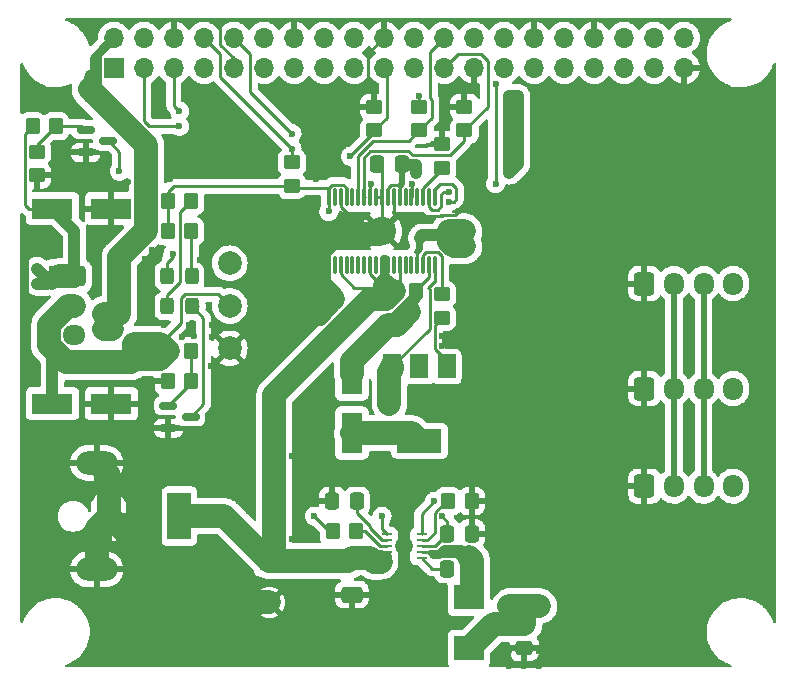
<source format=gtl>
G04 #@! TF.GenerationSoftware,KiCad,Pcbnew,(5.99.0-11324-gb6e8beb38c)*
G04 #@! TF.CreationDate,2021-07-19T22:25:18+09:00*
G04 #@! TF.ProjectId,RPi_IO-Link_Hat,5250695f-494f-42d4-9c69-6e6b5f486174,rev?*
G04 #@! TF.SameCoordinates,Original*
G04 #@! TF.FileFunction,Copper,L1,Top*
G04 #@! TF.FilePolarity,Positive*
%FSLAX46Y46*%
G04 Gerber Fmt 4.6, Leading zero omitted, Abs format (unit mm)*
G04 Created by KiCad (PCBNEW (5.99.0-11324-gb6e8beb38c)) date 2021-07-19 22:25:18*
%MOMM*%
%LPD*%
G01*
G04 APERTURE LIST*
G04 Aperture macros list*
%AMRoundRect*
0 Rectangle with rounded corners*
0 $1 Rounding radius*
0 $2 $3 $4 $5 $6 $7 $8 $9 X,Y pos of 4 corners*
0 Add a 4 corners polygon primitive as box body*
4,1,4,$2,$3,$4,$5,$6,$7,$8,$9,$2,$3,0*
0 Add four circle primitives for the rounded corners*
1,1,$1+$1,$2,$3*
1,1,$1+$1,$4,$5*
1,1,$1+$1,$6,$7*
1,1,$1+$1,$8,$9*
0 Add four rect primitives between the rounded corners*
20,1,$1+$1,$2,$3,$4,$5,0*
20,1,$1+$1,$4,$5,$6,$7,0*
20,1,$1+$1,$6,$7,$8,$9,0*
20,1,$1+$1,$8,$9,$2,$3,0*%
G04 Aperture macros list end*
G04 #@! TA.AperFunction,ComponentPad*
%ADD10C,2.000000*%
G04 #@! TD*
G04 #@! TA.AperFunction,SMDPad,CuDef*
%ADD11RoundRect,0.250000X-0.337500X-0.475000X0.337500X-0.475000X0.337500X0.475000X-0.337500X0.475000X0*%
G04 #@! TD*
G04 #@! TA.AperFunction,SMDPad,CuDef*
%ADD12RoundRect,0.250000X0.337500X0.475000X-0.337500X0.475000X-0.337500X-0.475000X0.337500X-0.475000X0*%
G04 #@! TD*
G04 #@! TA.AperFunction,SMDPad,CuDef*
%ADD13RoundRect,0.250000X-0.475000X0.337500X-0.475000X-0.337500X0.475000X-0.337500X0.475000X0.337500X0*%
G04 #@! TD*
G04 #@! TA.AperFunction,SMDPad,CuDef*
%ADD14RoundRect,0.250000X0.412500X0.650000X-0.412500X0.650000X-0.412500X-0.650000X0.412500X-0.650000X0*%
G04 #@! TD*
G04 #@! TA.AperFunction,ComponentPad*
%ADD15R,1.600000X1.600000*%
G04 #@! TD*
G04 #@! TA.AperFunction,ComponentPad*
%ADD16C,1.600000*%
G04 #@! TD*
G04 #@! TA.AperFunction,SMDPad,CuDef*
%ADD17RoundRect,0.250000X0.325000X0.450000X-0.325000X0.450000X-0.325000X-0.450000X0.325000X-0.450000X0*%
G04 #@! TD*
G04 #@! TA.AperFunction,SMDPad,CuDef*
%ADD18RoundRect,0.250000X-0.325000X-0.450000X0.325000X-0.450000X0.325000X0.450000X-0.325000X0.450000X0*%
G04 #@! TD*
G04 #@! TA.AperFunction,SMDPad,CuDef*
%ADD19R,1.800000X3.500000*%
G04 #@! TD*
G04 #@! TA.AperFunction,SMDPad,CuDef*
%ADD20R,3.500000X1.800000*%
G04 #@! TD*
G04 #@! TA.AperFunction,ComponentPad*
%ADD21R,2.000000X4.000000*%
G04 #@! TD*
G04 #@! TA.AperFunction,ComponentPad*
%ADD22O,2.000000X3.300000*%
G04 #@! TD*
G04 #@! TA.AperFunction,ComponentPad*
%ADD23O,3.500000X2.000000*%
G04 #@! TD*
G04 #@! TA.AperFunction,ComponentPad*
%ADD24RoundRect,0.250000X-0.725000X0.600000X-0.725000X-0.600000X0.725000X-0.600000X0.725000X0.600000X0*%
G04 #@! TD*
G04 #@! TA.AperFunction,ComponentPad*
%ADD25O,1.950000X1.700000*%
G04 #@! TD*
G04 #@! TA.AperFunction,ComponentPad*
%ADD26RoundRect,0.250000X-0.600000X-0.725000X0.600000X-0.725000X0.600000X0.725000X-0.600000X0.725000X0*%
G04 #@! TD*
G04 #@! TA.AperFunction,ComponentPad*
%ADD27O,1.700000X1.950000*%
G04 #@! TD*
G04 #@! TA.AperFunction,SMDPad,CuDef*
%ADD28R,2.600000X2.150000*%
G04 #@! TD*
G04 #@! TA.AperFunction,SMDPad,CuDef*
%ADD29RoundRect,0.150000X-0.587500X-0.150000X0.587500X-0.150000X0.587500X0.150000X-0.587500X0.150000X0*%
G04 #@! TD*
G04 #@! TA.AperFunction,SMDPad,CuDef*
%ADD30R,1.500000X2.000000*%
G04 #@! TD*
G04 #@! TA.AperFunction,SMDPad,CuDef*
%ADD31R,3.800000X2.000000*%
G04 #@! TD*
G04 #@! TA.AperFunction,SMDPad,CuDef*
%ADD32RoundRect,0.250000X-0.350000X-0.450000X0.350000X-0.450000X0.350000X0.450000X-0.350000X0.450000X0*%
G04 #@! TD*
G04 #@! TA.AperFunction,SMDPad,CuDef*
%ADD33RoundRect,0.250000X0.350000X0.450000X-0.350000X0.450000X-0.350000X-0.450000X0.350000X-0.450000X0*%
G04 #@! TD*
G04 #@! TA.AperFunction,SMDPad,CuDef*
%ADD34RoundRect,0.250000X-0.450000X0.350000X-0.450000X-0.350000X0.450000X-0.350000X0.450000X0.350000X0*%
G04 #@! TD*
G04 #@! TA.AperFunction,SMDPad,CuDef*
%ADD35RoundRect,0.250000X0.450000X-0.350000X0.450000X0.350000X-0.450000X0.350000X-0.450000X-0.350000X0*%
G04 #@! TD*
G04 #@! TA.AperFunction,SMDPad,CuDef*
%ADD36RoundRect,0.250000X-0.650000X0.412500X-0.650000X-0.412500X0.650000X-0.412500X0.650000X0.412500X0*%
G04 #@! TD*
G04 #@! TA.AperFunction,SMDPad,CuDef*
%ADD37RoundRect,0.062500X0.362500X0.062500X-0.362500X0.062500X-0.362500X-0.062500X0.362500X-0.062500X0*%
G04 #@! TD*
G04 #@! TA.AperFunction,ComponentPad*
%ADD38C,1.500000*%
G04 #@! TD*
G04 #@! TA.AperFunction,SMDPad,CuDef*
%ADD39RoundRect,0.075000X0.075000X-0.662500X0.075000X0.662500X-0.075000X0.662500X-0.075000X-0.662500X0*%
G04 #@! TD*
G04 #@! TA.AperFunction,ComponentPad*
%ADD40C,2.400000*%
G04 #@! TD*
G04 #@! TA.AperFunction,ComponentPad*
%ADD41R,1.700000X1.700000*%
G04 #@! TD*
G04 #@! TA.AperFunction,ComponentPad*
%ADD42O,1.700000X1.700000*%
G04 #@! TD*
G04 #@! TA.AperFunction,ViaPad*
%ADD43C,0.600000*%
G04 #@! TD*
G04 #@! TA.AperFunction,Conductor*
%ADD44C,0.250000*%
G04 #@! TD*
G04 #@! TA.AperFunction,Conductor*
%ADD45C,0.750000*%
G04 #@! TD*
G04 #@! TA.AperFunction,Conductor*
%ADD46C,2.000000*%
G04 #@! TD*
G04 #@! TA.AperFunction,Conductor*
%ADD47C,0.500000*%
G04 #@! TD*
G04 #@! TA.AperFunction,Conductor*
%ADD48C,1.000000*%
G04 #@! TD*
G04 APERTURE END LIST*
D10*
G04 #@! TO.P,TP3,1,1*
G04 #@! TO.N,GND*
X36000000Y-62000000D03*
G04 #@! TD*
G04 #@! TO.P,TP2,1,1*
G04 #@! TO.N,CQ1*
X36000000Y-58400000D03*
G04 #@! TD*
G04 #@! TO.P,TP1,1,1*
G04 #@! TO.N,L+1*
X36000000Y-54800000D03*
G04 #@! TD*
D11*
G04 #@! TO.P,C1,1*
G04 #@! TO.N,Net-(C1-Pad1)*
X54440000Y-80645000D03*
G04 #@! TO.P,C1,2*
G04 #@! TO.N,Net-(C1-Pad2)*
X56515000Y-80645000D03*
G04 #@! TD*
G04 #@! TO.P,C2,1*
G04 #@! TO.N,Net-(C2-Pad1)*
X54440000Y-77702500D03*
G04 #@! TO.P,C2,2*
G04 #@! TO.N,GND*
X56515000Y-77702500D03*
G04 #@! TD*
D12*
G04 #@! TO.P,C3,1*
G04 #@! TO.N,Net-(C3-Pad1)*
X46757500Y-74930000D03*
G04 #@! TO.P,C3,2*
G04 #@! TO.N,GND*
X44682500Y-74930000D03*
G04 #@! TD*
D13*
G04 #@! TO.P,C5,1*
G04 #@! TO.N,+5V*
X60960000Y-85322500D03*
G04 #@! TO.P,C5,2*
G04 #@! TO.N,GND*
X60960000Y-87397500D03*
G04 #@! TD*
D14*
G04 #@! TO.P,C6,1*
G04 #@! TO.N,+24V*
X47917500Y-57785000D03*
G04 #@! TO.P,C6,2*
G04 #@! TO.N,GND*
X44792500Y-57785000D03*
G04 #@! TD*
D15*
G04 #@! TO.P,C7,1*
G04 #@! TO.N,+24V*
X39370000Y-80010000D03*
D16*
G04 #@! TO.P,C7,2*
G04 #@! TO.N,GND*
X39370000Y-83510000D03*
G04 #@! TD*
D17*
G04 #@! TO.P,D1,1,K*
G04 #@! TO.N,Net-(D1-Pad1)*
X32775000Y-58420000D03*
G04 #@! TO.P,D1,2,A*
G04 #@! TO.N,Net-(D1-Pad2)*
X30725000Y-58420000D03*
G04 #@! TD*
D18*
G04 #@! TO.P,D2,1,K*
G04 #@! TO.N,Net-(D2-Pad1)*
X30725000Y-55880000D03*
G04 #@! TO.P,D2,2,A*
G04 #@! TO.N,Net-(D2-Pad2)*
X32775000Y-55880000D03*
G04 #@! TD*
D19*
G04 #@! TO.P,D3,1,K*
G04 #@! TO.N,Net-(D3-Pad1)*
X46355000Y-69175000D03*
G04 #@! TO.P,D3,2,A*
G04 #@! TO.N,Net-(D3-Pad2)*
X46355000Y-64175000D03*
G04 #@! TD*
D20*
G04 #@! TO.P,D4,1,K*
G04 #@! TO.N,L+1*
X20995000Y-50165000D03*
G04 #@! TO.P,D4,2,A*
G04 #@! TO.N,GND*
X25995000Y-50165000D03*
G04 #@! TD*
G04 #@! TO.P,D5,1,K*
G04 #@! TO.N,CQ1*
X20995000Y-66675000D03*
G04 #@! TO.P,D5,2,A*
G04 #@! TO.N,GND*
X25995000Y-66675000D03*
G04 #@! TD*
D21*
G04 #@! TO.P,J1,1*
G04 #@! TO.N,+24V*
X31750000Y-76200000D03*
D22*
G04 #@! TO.P,J1,2*
G04 #@! TO.N,GND*
X25750000Y-76200000D03*
D23*
G04 #@! TO.P,J1,MP,MountPin*
X24750000Y-71700000D03*
X24750000Y-80700000D03*
G04 #@! TD*
D24*
G04 #@! TO.P,J3,1,Pin_1*
G04 #@! TO.N,L+1*
X22860000Y-55880000D03*
D25*
G04 #@! TO.P,J3,2,Pin_2*
G04 #@! TO.N,CQ1*
X22860000Y-58380000D03*
G04 #@! TO.P,J3,3,Pin_3*
G04 #@! TO.N,GND*
X22860000Y-60880000D03*
G04 #@! TD*
D26*
G04 #@! TO.P,J4,1,Pin_1*
G04 #@! TO.N,GND*
X71120000Y-56515000D03*
D27*
G04 #@! TO.P,J4,2,Pin_2*
G04 #@! TO.N,I2C_SDA*
X73620000Y-56515000D03*
G04 #@! TO.P,J4,3,Pin_3*
G04 #@! TO.N,I2C_SCL*
X76120000Y-56515000D03*
G04 #@! TO.P,J4,4,Pin_4*
G04 #@! TO.N,+3V3*
X78620000Y-56515000D03*
G04 #@! TD*
D26*
G04 #@! TO.P,J5,1,Pin_1*
G04 #@! TO.N,GND*
X71120000Y-65405000D03*
D27*
G04 #@! TO.P,J5,2,Pin_2*
G04 #@! TO.N,I2C_SDA*
X73620000Y-65405000D03*
G04 #@! TO.P,J5,3,Pin_3*
G04 #@! TO.N,I2C_SCL*
X76120000Y-65405000D03*
G04 #@! TO.P,J5,4,Pin_4*
G04 #@! TO.N,+3V3*
X78620000Y-65405000D03*
G04 #@! TD*
D26*
G04 #@! TO.P,J6,1,Pin_1*
G04 #@! TO.N,GND*
X71120000Y-73660000D03*
D27*
G04 #@! TO.P,J6,2,Pin_2*
G04 #@! TO.N,I2C_SDA*
X73620000Y-73660000D03*
G04 #@! TO.P,J6,3,Pin_3*
G04 #@! TO.N,I2C_SCL*
X76120000Y-73660000D03*
G04 #@! TO.P,J6,4,Pin_4*
G04 #@! TO.N,+3V3*
X78620000Y-73660000D03*
G04 #@! TD*
D28*
G04 #@! TO.P,L1,1,1*
G04 #@! TO.N,+5V*
X56261000Y-87408000D03*
G04 #@! TO.P,L1,2,2*
G04 #@! TO.N,Net-(C1-Pad2)*
X56261000Y-83058000D03*
G04 #@! TD*
D29*
G04 #@! TO.P,Q2,1,G*
G04 #@! TO.N,Net-(Q2-Pad1)*
X30812500Y-66850000D03*
G04 #@! TO.P,Q2,2,S*
G04 #@! TO.N,GND*
X30812500Y-68750000D03*
G04 #@! TO.P,Q2,3,D*
G04 #@! TO.N,Net-(D1-Pad1)*
X32687500Y-67800000D03*
G04 #@! TD*
G04 #@! TO.P,Q3,1,G*
G04 #@! TO.N,Net-(Q3-Pad1)*
X23827500Y-43500000D03*
G04 #@! TO.P,Q3,2,S*
G04 #@! TO.N,GND*
X23827500Y-45400000D03*
G04 #@! TO.P,Q3,3,D*
G04 #@! TO.N,Net-(D2-Pad1)*
X25702500Y-44450000D03*
G04 #@! TD*
D30*
G04 #@! TO.P,Q4,*
G04 #@! TO.N,*
X52070000Y-63525000D03*
G04 #@! TO.P,Q4,1,G*
G04 #@! TO.N,Net-(Q4-Pad1)*
X54370000Y-63525000D03*
D31*
G04 #@! TO.P,Q4,2,D*
G04 #@! TO.N,Net-(D3-Pad1)*
X52070000Y-69825000D03*
D30*
G04 #@! TO.P,Q4,3,S*
G04 #@! TO.N,L+1*
X49770000Y-63525000D03*
G04 #@! TD*
D32*
G04 #@! TO.P,R1,2*
G04 #@! TO.N,Net-(D1-Pad2)*
X32750000Y-49500000D03*
G04 #@! TO.P,R1,1*
G04 #@! TO.N,+3V3*
X30750000Y-49500000D03*
G04 #@! TD*
G04 #@! TO.P,R2,1*
G04 #@! TO.N,+3V3*
X30750000Y-52070000D03*
G04 #@! TO.P,R2,2*
G04 #@! TO.N,Net-(D2-Pad2)*
X32750000Y-52070000D03*
G04 #@! TD*
G04 #@! TO.P,R3,1*
G04 #@! TO.N,+5V*
X44720000Y-77470000D03*
G04 #@! TO.P,R3,2*
G04 #@! TO.N,Net-(R3-Pad2)*
X46720000Y-77470000D03*
G04 #@! TD*
G04 #@! TO.P,R5,1*
G04 #@! TO.N,CQ1*
X30750000Y-62230000D03*
G04 #@! TO.P,R5,2*
G04 #@! TO.N,Net-(Q2-Pad1)*
X32750000Y-62230000D03*
G04 #@! TD*
G04 #@! TO.P,R6,1*
G04 #@! TO.N,L+1*
X19320000Y-43180000D03*
G04 #@! TO.P,R6,2*
G04 #@! TO.N,Net-(Q3-Pad1)*
X21320000Y-43180000D03*
G04 #@! TD*
G04 #@! TO.P,R7,1*
G04 #@! TO.N,Net-(R7-Pad1)*
X54515000Y-74930000D03*
G04 #@! TO.P,R7,2*
G04 #@! TO.N,GND*
X56515000Y-74930000D03*
G04 #@! TD*
D33*
G04 #@! TO.P,R8,1*
G04 #@! TO.N,Net-(Q2-Pad1)*
X32750000Y-64770000D03*
G04 #@! TO.P,R8,2*
G04 #@! TO.N,GND*
X30750000Y-64770000D03*
G04 #@! TD*
D34*
G04 #@! TO.P,R9,1*
G04 #@! TO.N,Net-(Q3-Pad1)*
X19685000Y-45355000D03*
G04 #@! TO.P,R9,2*
G04 #@! TO.N,GND*
X19685000Y-47355000D03*
G04 #@! TD*
G04 #@! TO.P,R10,1*
G04 #@! TO.N,+3V3*
X52070000Y-41545000D03*
G04 #@! TO.P,R10,2*
G04 #@! TO.N,SPI_CS*
X52070000Y-43545000D03*
G04 #@! TD*
D33*
G04 #@! TO.P,R11,1*
G04 #@! TO.N,Net-(D3-Pad2)*
X51800000Y-57150000D03*
G04 #@! TO.P,R11,2*
G04 #@! TO.N,+24V*
X49800000Y-57150000D03*
G04 #@! TD*
D35*
G04 #@! TO.P,R12,1*
G04 #@! TO.N,SPI_MOSI*
X48260000Y-43545000D03*
G04 #@! TO.P,R12,2*
G04 #@! TO.N,GND*
X48260000Y-41545000D03*
G04 #@! TD*
G04 #@! TO.P,R13,1*
G04 #@! TO.N,SPI_SCK*
X55880000Y-43545000D03*
G04 #@! TO.P,R13,2*
G04 #@! TO.N,GND*
X55880000Y-41545000D03*
G04 #@! TD*
G04 #@! TO.P,R14,1*
G04 #@! TO.N,+3V3*
X41275000Y-48260000D03*
G04 #@! TO.P,R14,2*
G04 #@! TO.N,TXD*
X41275000Y-46260000D03*
G04 #@! TD*
G04 #@! TO.P,R15,1*
G04 #@! TO.N,Net-(Q4-Pad1)*
X53975000Y-59420000D03*
G04 #@! TO.P,R15,2*
G04 #@! TO.N,Net-(R15-Pad2)*
X53975000Y-57420000D03*
G04 #@! TD*
G04 #@! TO.P,R16,1*
G04 #@! TO.N,Net-(R16-Pad1)*
X53975000Y-46720000D03*
G04 #@! TO.P,R16,2*
G04 #@! TO.N,GND*
X53975000Y-44720000D03*
G04 #@! TD*
D36*
G04 #@! TO.P,C4,1*
G04 #@! TO.N,+24V*
X46355000Y-79717500D03*
G04 #@! TO.P,C4,2*
G04 #@! TO.N,GND*
X46355000Y-82842500D03*
G04 #@! TD*
D37*
G04 #@! TO.P,U1,1,BST*
G04 #@! TO.N,Net-(C1-Pad1)*
X52250000Y-79740000D03*
G04 #@! TO.P,U1,2,SW*
G04 #@! TO.N,Net-(C1-Pad2)*
X52250000Y-79240000D03*
G04 #@! TO.P,U1,3,INTVcc*
G04 #@! TO.N,Net-(C2-Pad1)*
X52250000Y-78740000D03*
G04 #@! TO.P,U1,4,RT*
G04 #@! TO.N,Net-(R7-Pad1)*
X52250000Y-78240000D03*
G04 #@! TO.P,U1,5,SYNC*
G04 #@! TO.N,Net-(C2-Pad1)*
X52250000Y-77740000D03*
G04 #@! TO.P,U1,6,VOUT*
G04 #@! TO.N,+5V*
X49350000Y-77740000D03*
G04 #@! TO.P,U1,7,TR/SS*
G04 #@! TO.N,Net-(C3-Pad1)*
X49350000Y-78240000D03*
G04 #@! TO.P,U1,8,PG*
G04 #@! TO.N,Net-(R3-Pad2)*
X49350000Y-78740000D03*
G04 #@! TO.P,U1,9,VIN*
G04 #@! TO.N,+24V*
X49350000Y-79240000D03*
G04 #@! TO.P,U1,10,EN/UV*
X49350000Y-79740000D03*
D38*
G04 #@! TO.P,U1,11,GND*
G04 #@! TO.N,GND*
X50800000Y-78740000D03*
G04 #@! TD*
D39*
G04 #@! TO.P,U2,1,TXEN4*
G04 #@! TO.N,GND*
X44395000Y-54932500D03*
G04 #@! TO.P,U2,2,GATE4*
G04 #@! TO.N,unconnected-(U2-Pad2)*
X44895000Y-54932500D03*
G04 #@! TO.P,U2,3,SENSE4*
G04 #@! TO.N,+24V*
X45395000Y-54932500D03*
G04 #@! TO.P,U2,4,L+4*
G04 #@! TO.N,unconnected-(U2-Pad4)*
X45895000Y-54932500D03*
G04 #@! TO.P,U2,5,CQ4*
G04 #@! TO.N,unconnected-(U2-Pad5)*
X46395000Y-54932500D03*
G04 #@! TO.P,U2,6,CQ3*
G04 #@! TO.N,unconnected-(U2-Pad6)*
X46895000Y-54932500D03*
G04 #@! TO.P,U2,7,GATE3*
G04 #@! TO.N,unconnected-(U2-Pad7)*
X47395000Y-54932500D03*
G04 #@! TO.P,U2,8,SENSE3*
G04 #@! TO.N,+24V*
X47895000Y-54932500D03*
G04 #@! TO.P,U2,9,L+3*
G04 #@! TO.N,unconnected-(U2-Pad9)*
X48395000Y-54932500D03*
G04 #@! TO.P,U2,10,SENSE+*
G04 #@! TO.N,+24V*
X48895000Y-54932500D03*
G04 #@! TO.P,U2,11,VDD*
X49395000Y-54932500D03*
G04 #@! TO.P,U2,12,GATE2*
G04 #@! TO.N,unconnected-(U2-Pad12)*
X49895000Y-54932500D03*
G04 #@! TO.P,U2,13,SENSE2*
G04 #@! TO.N,+24V*
X50395000Y-54932500D03*
G04 #@! TO.P,U2,14,L+2*
G04 #@! TO.N,unconnected-(U2-Pad14)*
X50895000Y-54932500D03*
G04 #@! TO.P,U2,15,CQ2*
G04 #@! TO.N,unconnected-(U2-Pad15)*
X51395000Y-54932500D03*
G04 #@! TO.P,U2,16,CQ1*
G04 #@! TO.N,CQ1*
X51895000Y-54932500D03*
G04 #@! TO.P,U2,17,GATE1*
G04 #@! TO.N,Net-(R15-Pad2)*
X52395000Y-54932500D03*
G04 #@! TO.P,U2,18,SENSE1*
G04 #@! TO.N,Net-(D3-Pad2)*
X52895000Y-54932500D03*
G04 #@! TO.P,U2,19,L+1*
G04 #@! TO.N,L+1*
X53395000Y-54932500D03*
G04 #@! TO.P,U2,20,RXD1*
G04 #@! TO.N,RXD*
X53395000Y-49207500D03*
G04 #@! TO.P,U2,21,TXD1*
G04 #@! TO.N,TXD*
X52895000Y-49207500D03*
G04 #@! TO.P,U2,22,TXEN1*
G04 #@! TO.N,Net-(R16-Pad1)*
X52395000Y-49207500D03*
G04 #@! TO.P,U2,23,IRQ*
G04 #@! TO.N,unconnected-(U2-Pad23)*
X51895000Y-49207500D03*
G04 #@! TO.P,U2,24,SDO*
G04 #@! TO.N,SPI_MISO*
X51395000Y-49207500D03*
G04 #@! TO.P,U2,25,RXD2*
G04 #@! TO.N,unconnected-(U2-Pad25)*
X50895000Y-49207500D03*
G04 #@! TO.P,U2,26,TXD2*
G04 #@! TO.N,+3V3*
X50395000Y-49207500D03*
G04 #@! TO.P,U2,27,TXEN2*
G04 #@! TO.N,GND*
X49895000Y-49207500D03*
G04 #@! TO.P,U2,28,VL*
G04 #@! TO.N,+3V3*
X49395000Y-49207500D03*
G04 #@! TO.P,U2,29,GND*
G04 #@! TO.N,GND*
X48895000Y-49207500D03*
G04 #@! TO.P,U2,30,GND*
X48395000Y-49207500D03*
G04 #@! TO.P,U2,31,SDI*
G04 #@! TO.N,SPI_MOSI*
X47895000Y-49207500D03*
G04 #@! TO.P,U2,32,SCK*
G04 #@! TO.N,SPI_SCK*
X47395000Y-49207500D03*
G04 #@! TO.P,U2,33,CS*
G04 #@! TO.N,SPI_CS*
X46895000Y-49207500D03*
G04 #@! TO.P,U2,34,RXD3*
G04 #@! TO.N,unconnected-(U2-Pad34)*
X46395000Y-49207500D03*
G04 #@! TO.P,U2,35,TXD3*
G04 #@! TO.N,+3V3*
X45895000Y-49207500D03*
G04 #@! TO.P,U2,36,TXEN3*
G04 #@! TO.N,GND*
X45395000Y-49207500D03*
G04 #@! TO.P,U2,37,RXD4*
G04 #@! TO.N,unconnected-(U2-Pad37)*
X44895000Y-49207500D03*
G04 #@! TO.P,U2,38,TXD4*
G04 #@! TO.N,+3V3*
X44395000Y-49207500D03*
D40*
G04 #@! TO.P,U2,39,GND*
G04 #@! TO.N,GND*
X48895000Y-52070000D03*
G04 #@! TD*
D12*
G04 #@! TO.P,C11,1*
G04 #@! TO.N,+3V3*
X50567500Y-46355000D03*
G04 #@! TO.P,C11,2*
G04 #@! TO.N,GND*
X48492500Y-46355000D03*
G04 #@! TD*
D41*
G04 #@! TO.P,J2,1,3V3*
G04 #@! TO.N,+3V3*
X26200000Y-38250000D03*
D42*
G04 #@! TO.P,J2,2,5V*
G04 #@! TO.N,+5V*
X26200000Y-35710000D03*
G04 #@! TO.P,J2,3,SDA/GPIO2*
G04 #@! TO.N,I2C_SDA*
X28740000Y-38250000D03*
G04 #@! TO.P,J2,4,5V*
G04 #@! TO.N,+5V*
X28740000Y-35710000D03*
G04 #@! TO.P,J2,5,SCL/GPIO3*
G04 #@! TO.N,I2C_SCL*
X31280000Y-38250000D03*
G04 #@! TO.P,J2,6,GND*
G04 #@! TO.N,GND*
X31280000Y-35710000D03*
G04 #@! TO.P,J2,7,GCLK0/GPIO4*
G04 #@! TO.N,unconnected-(J2-Pad7)*
X33820000Y-38250000D03*
G04 #@! TO.P,J2,8,GPIO14/TXD*
G04 #@! TO.N,TXD*
X33820000Y-35710000D03*
G04 #@! TO.P,J2,9,GND*
G04 #@! TO.N,GND*
X36360000Y-38250000D03*
G04 #@! TO.P,J2,10,GPIO15/RXD*
G04 #@! TO.N,RXD*
X36360000Y-35710000D03*
G04 #@! TO.P,J2,11,GPIO17*
G04 #@! TO.N,unconnected-(J2-Pad11)*
X38900000Y-38250000D03*
G04 #@! TO.P,J2,12,GPIO18/PWM0*
G04 #@! TO.N,unconnected-(J2-Pad12)*
X38900000Y-35710000D03*
G04 #@! TO.P,J2,13,GPIO27*
G04 #@! TO.N,unconnected-(J2-Pad13)*
X41440000Y-38250000D03*
G04 #@! TO.P,J2,14,GND*
G04 #@! TO.N,GND*
X41440000Y-35710000D03*
G04 #@! TO.P,J2,15,GPIO22*
G04 #@! TO.N,unconnected-(J2-Pad15)*
X43980000Y-38250000D03*
G04 #@! TO.P,J2,16,GPIO23*
G04 #@! TO.N,unconnected-(J2-Pad16)*
X43980000Y-35710000D03*
G04 #@! TO.P,J2,17,3V3*
G04 #@! TO.N,+3V3*
X46520000Y-38250000D03*
G04 #@! TO.P,J2,18,GPIO24*
G04 #@! TO.N,unconnected-(J2-Pad18)*
X46520000Y-35710000D03*
G04 #@! TO.P,J2,19,MOSI0/GPIO10*
G04 #@! TO.N,SPI_MOSI*
X49060000Y-38250000D03*
G04 #@! TO.P,J2,20,GND*
G04 #@! TO.N,GND*
X49060000Y-35710000D03*
G04 #@! TO.P,J2,21,MISO0/GPIO9*
G04 #@! TO.N,SPI_MISO*
X51600000Y-38250000D03*
G04 #@! TO.P,J2,22,GPIO25*
G04 #@! TO.N,unconnected-(J2-Pad22)*
X51600000Y-35710000D03*
G04 #@! TO.P,J2,23,SCLK0/GPIO11*
G04 #@! TO.N,SPI_SCK*
X54140000Y-38250000D03*
G04 #@! TO.P,J2,24,~CE0~/GPIO8*
G04 #@! TO.N,SPI_CS*
X54140000Y-35710000D03*
G04 #@! TO.P,J2,25,GND*
G04 #@! TO.N,GND*
X56680000Y-38250000D03*
G04 #@! TO.P,J2,26,~CE1~/GPIO7*
G04 #@! TO.N,unconnected-(J2-Pad26)*
X56680000Y-35710000D03*
G04 #@! TO.P,J2,27,ID_SD/GPIO0*
G04 #@! TO.N,unconnected-(J2-Pad27)*
X59220000Y-38250000D03*
G04 #@! TO.P,J2,28,ID_SC/GPIO1*
G04 #@! TO.N,unconnected-(J2-Pad28)*
X59220000Y-35710000D03*
G04 #@! TO.P,J2,29,GCLK1/GPIO5*
G04 #@! TO.N,unconnected-(J2-Pad29)*
X61760000Y-38250000D03*
G04 #@! TO.P,J2,30,GND*
G04 #@! TO.N,GND*
X61760000Y-35710000D03*
G04 #@! TO.P,J2,31,GCLK2/GPIO6*
G04 #@! TO.N,unconnected-(J2-Pad31)*
X64300000Y-38250000D03*
G04 #@! TO.P,J2,32,PWM0/GPIO12*
G04 #@! TO.N,unconnected-(J2-Pad32)*
X64300000Y-35710000D03*
G04 #@! TO.P,J2,33,PWM1/GPIO13*
G04 #@! TO.N,unconnected-(J2-Pad33)*
X66840000Y-38250000D03*
G04 #@! TO.P,J2,34,GND*
G04 #@! TO.N,GND*
X66840000Y-35710000D03*
G04 #@! TO.P,J2,35,GPIO19/MISO1*
G04 #@! TO.N,unconnected-(J2-Pad35)*
X69380000Y-38250000D03*
G04 #@! TO.P,J2,36,GPIO16*
G04 #@! TO.N,unconnected-(J2-Pad36)*
X69380000Y-35710000D03*
G04 #@! TO.P,J2,37,GPIO26*
G04 #@! TO.N,unconnected-(J2-Pad37)*
X71920000Y-38250000D03*
G04 #@! TO.P,J2,38,GPIO20/MOSI1*
G04 #@! TO.N,unconnected-(J2-Pad38)*
X71920000Y-35710000D03*
G04 #@! TO.P,J2,39,GND*
G04 #@! TO.N,GND*
X74460000Y-38250000D03*
G04 #@! TO.P,J2,40,GPIO21/SCLK1*
G04 #@! TO.N,unconnected-(J2-Pad40)*
X74460000Y-35710000D03*
G04 #@! TD*
D43*
G04 #@! TO.N,+3V3*
X44400000Y-50400000D03*
G04 #@! TO.N,GND*
X40000000Y-53800000D03*
X39000000Y-53800000D03*
X38000000Y-53800000D03*
X40000000Y-59200000D03*
X39000000Y-59200000D03*
X30000000Y-54400000D03*
X32600000Y-60000000D03*
X30400000Y-60000000D03*
X32000000Y-61000000D03*
X33500000Y-54500000D03*
X28800000Y-54400000D03*
X34500000Y-61000000D03*
X34500000Y-60000000D03*
X21590000Y-47625000D03*
X28550000Y-59750000D03*
X30480000Y-41910000D03*
X37642800Y-75742800D03*
X34406500Y-63500000D03*
X41275000Y-78105000D03*
X27940000Y-71120000D03*
X56616600Y-68529200D03*
X54000400Y-61772800D03*
X43281600Y-47675800D03*
X20320000Y-57785000D03*
X33020000Y-60960000D03*
X59690000Y-88900000D03*
X41910000Y-66675000D03*
X24765000Y-53975000D03*
X43180000Y-71120000D03*
X59690000Y-81280000D03*
X43281600Y-46405800D03*
X42545000Y-78105000D03*
X54610000Y-73025000D03*
X44551600Y-46405800D03*
X54000400Y-60909200D03*
X19050000Y-64135000D03*
X19812000Y-40640000D03*
X62230000Y-88900000D03*
X44551600Y-52324000D03*
X51435000Y-80645000D03*
X47625000Y-66675000D03*
X36830000Y-71120000D03*
X57886600Y-68529200D03*
X74930000Y-53975000D03*
X58064400Y-61823600D03*
X58064400Y-60960000D03*
X52324000Y-50800000D03*
X41275000Y-71120000D03*
X27400000Y-47900000D03*
X21590000Y-46355000D03*
X38000000Y-59200000D03*
X24765000Y-52705000D03*
X52070000Y-73025000D03*
X43281600Y-54559200D03*
X29210000Y-71120000D03*
X57150000Y-73025000D03*
X59690000Y-80010000D03*
X74676000Y-70840600D03*
X34925000Y-66675000D03*
X74676000Y-49022000D03*
X29100000Y-58150000D03*
X30988000Y-45593000D03*
X53441600Y-66624200D03*
X52171600Y-66624200D03*
X50900000Y-53200000D03*
X53441600Y-65354200D03*
X76962000Y-44450000D03*
X36830000Y-66675000D03*
X76962000Y-49022000D03*
X60960000Y-88900000D03*
X43180000Y-66675000D03*
X55400000Y-50350000D03*
X30988000Y-47625000D03*
X77470000Y-53975000D03*
X52171600Y-65354200D03*
X29210000Y-72390000D03*
X19050000Y-59690000D03*
X29445308Y-53645308D03*
X20320000Y-52705000D03*
X74676000Y-62509400D03*
X22950000Y-41900000D03*
X59690000Y-87630000D03*
X29150000Y-59000000D03*
X43281600Y-53289200D03*
X22860000Y-47625000D03*
X27940000Y-72390000D03*
X62230000Y-87630000D03*
X34925000Y-71120000D03*
X74676000Y-43815000D03*
X30988000Y-44577000D03*
X19050000Y-52705000D03*
X50546000Y-80645000D03*
X43815000Y-82550000D03*
X57886600Y-69799200D03*
X30988000Y-46609000D03*
X52070000Y-81153000D03*
X56616600Y-69799200D03*
X19050000Y-58420000D03*
G04 #@! TO.N,Net-(C2-Pad1)*
X53340000Y-74930000D03*
X53975000Y-76200000D03*
G04 #@! TO.N,+5V*
X43180000Y-76200000D03*
X25400000Y-59055000D03*
X24028400Y-40843200D03*
X26606500Y-59690000D03*
X24993600Y-40792400D03*
X24993600Y-39827200D03*
X25400000Y-60325000D03*
X26606500Y-58674000D03*
X60960000Y-83820000D03*
X59690000Y-83820000D03*
X62230000Y-83820000D03*
X23977600Y-39776400D03*
X48895000Y-76200000D03*
G04 #@! TO.N,+3V3*
X59690000Y-47117000D03*
X52070000Y-40640000D03*
X51816000Y-47117000D03*
X51816000Y-46355000D03*
X59690000Y-40640000D03*
X59690000Y-46355000D03*
X60452000Y-40640000D03*
G04 #@! TO.N,Net-(D2-Pad1)*
X31200000Y-54000000D03*
X26670000Y-46990000D03*
G04 #@! TO.N,L+1*
X20955000Y-56515000D03*
X50165000Y-65405000D03*
X50165000Y-66675000D03*
X19685000Y-55245000D03*
X20955000Y-55245000D03*
X48895000Y-66675000D03*
X19685000Y-56515000D03*
X48895000Y-65405000D03*
G04 #@! TO.N,CQ1*
X54610000Y-52070000D03*
X27940000Y-61595000D03*
X55880000Y-52070000D03*
X54610000Y-53340000D03*
X27940000Y-62865000D03*
X29210000Y-62865000D03*
X29210000Y-61595000D03*
X55880000Y-53340000D03*
G04 #@! TO.N,I2C_SDA*
X31750000Y-43180000D03*
G04 #@! TO.N,I2C_SCL*
X31750000Y-41910000D03*
G04 #@! TO.N,TXD*
X54559200Y-48717200D03*
X41275000Y-45085000D03*
G04 #@! TO.N,RXD*
X54559200Y-49580800D03*
X41275000Y-43815000D03*
G04 #@! TO.N,SPI_MOSI*
X46228000Y-45720000D03*
X48006000Y-48056800D03*
G04 #@! TO.N,SPI_MISO*
X58521600Y-39624000D03*
X51409600Y-48056800D03*
X58521600Y-48056800D03*
G04 #@! TD*
D44*
G04 #@! TO.N,Net-(D1-Pad2)*
X31825480Y-50424520D02*
X32750000Y-49500000D01*
X30725000Y-57474420D02*
X31825480Y-56373940D01*
X30725000Y-58420000D02*
X30725000Y-57474420D01*
X31825480Y-56373940D02*
X31825480Y-50424520D01*
G04 #@! TO.N,CQ1*
X31875480Y-59834520D02*
X30115000Y-61595000D01*
X31875480Y-57725100D02*
X31875480Y-59834520D01*
X34995480Y-57395480D02*
X32205100Y-57395480D01*
X36000000Y-58400000D02*
X34995480Y-57395480D01*
X32205100Y-57395480D02*
X31875480Y-57725100D01*
G04 #@! TO.N,+3V3*
X44395000Y-50395000D02*
X44400000Y-50400000D01*
X44395000Y-49207500D02*
X44395000Y-50395000D01*
G04 #@! TO.N,Net-(D2-Pad1)*
X31200000Y-54253000D02*
X30725000Y-54728000D01*
X31200000Y-54000000D02*
X31200000Y-54253000D01*
X30725000Y-54728000D02*
X30725000Y-55880000D01*
G04 #@! TO.N,+3V3*
X41419298Y-48404298D02*
X44395000Y-48404298D01*
X41275000Y-48260000D02*
X41419298Y-48404298D01*
X31290000Y-48260000D02*
X41275000Y-48260000D01*
X30750000Y-48800000D02*
X31290000Y-48260000D01*
X30750000Y-49500000D02*
X30750000Y-48800000D01*
X30750000Y-49500000D02*
X30750000Y-52070000D01*
G04 #@! TO.N,Net-(D1-Pad1)*
X33782000Y-59427000D02*
X33782000Y-66705500D01*
X33782000Y-66705500D02*
X32687500Y-67800000D01*
X32775000Y-58420000D02*
X33782000Y-59427000D01*
G04 #@! TO.N,Net-(Q2-Pad1)*
X32750000Y-64770000D02*
X32750000Y-64912500D01*
X32750000Y-64912500D02*
X30812500Y-66850000D01*
D45*
G04 #@! TO.N,Net-(C1-Pad2)*
X56515000Y-80645000D02*
X55214990Y-79344990D01*
D46*
X56515000Y-80645000D02*
X56515000Y-82804000D01*
D45*
X56515000Y-80645000D02*
X56515000Y-79920000D01*
X56515000Y-79920000D02*
X55597510Y-79002510D01*
D44*
X52773012Y-79289990D02*
X52828012Y-79344990D01*
D45*
X53787473Y-79344990D02*
X53692453Y-79440010D01*
X53692453Y-79440010D02*
X53250010Y-79440010D01*
D47*
X53004790Y-79344990D02*
X52974810Y-79315010D01*
D45*
X54129952Y-79002511D02*
X53692453Y-79440010D01*
D46*
X56515000Y-82804000D02*
X56261000Y-83058000D01*
D44*
X52250000Y-79240000D02*
X52723022Y-79240000D01*
D45*
X55597510Y-79002510D02*
X54129952Y-79002511D01*
D47*
X55214990Y-79344990D02*
X53004790Y-79344990D01*
D46*
X56515000Y-79915000D02*
X56227510Y-79627510D01*
D45*
X55214990Y-79344990D02*
X53787473Y-79344990D01*
D46*
X56515000Y-80645000D02*
X56515000Y-79915000D01*
D44*
X53004790Y-79344990D02*
X52828012Y-79344990D01*
G04 #@! TO.N,Net-(C1-Pad1)*
X52250000Y-79740000D02*
X53155000Y-80645000D01*
X53155000Y-80645000D02*
X54440000Y-80645000D01*
G04 #@! TO.N,GND*
X36360000Y-37449002D02*
X35184999Y-36274001D01*
X52324000Y-50800000D02*
X53950000Y-50800000D01*
X45395000Y-49207500D02*
X45395000Y-50017078D01*
D46*
X44980973Y-52299511D02*
X43544990Y-53735494D01*
D44*
X47752000Y-37018000D02*
X47752000Y-39116000D01*
D45*
X19050000Y-52705000D02*
X18609990Y-53145010D01*
D44*
X48895000Y-46757500D02*
X48492500Y-46355000D01*
D46*
X43544990Y-53735494D02*
X43544990Y-56537490D01*
D44*
X48395000Y-46452500D02*
X48492500Y-46355000D01*
D48*
X43711662Y-59586662D02*
X43711662Y-58523338D01*
X50800000Y-80010000D02*
X50800000Y-80645000D01*
D44*
X48895000Y-52040000D02*
X48865000Y-52070000D01*
D46*
X48635489Y-52299511D02*
X44980973Y-52299511D01*
D44*
X60960000Y-88900000D02*
X59690000Y-88900000D01*
D45*
X18609990Y-53145010D02*
X18609990Y-57979990D01*
D44*
X55050000Y-50700000D02*
X54050000Y-50700000D01*
D48*
X50800000Y-78740000D02*
X50800000Y-80010000D01*
X44792500Y-57785000D02*
X44792500Y-58505824D01*
D47*
X52324000Y-50800000D02*
X50135000Y-50800000D01*
D44*
X49060000Y-35710000D02*
X47752000Y-37018000D01*
X48895000Y-49207500D02*
X48895000Y-46757500D01*
X55400000Y-50350000D02*
X55050000Y-50700000D01*
D46*
X33060000Y-83510000D02*
X39370000Y-83510000D01*
D44*
X48395000Y-51570000D02*
X48895000Y-52070000D01*
X54050000Y-50700000D02*
X53841420Y-50700000D01*
X53950000Y-50800000D02*
X54050000Y-50700000D01*
X48895000Y-49207500D02*
X48895000Y-52040000D01*
X45395000Y-50017078D02*
X47447922Y-52070000D01*
D46*
X24750000Y-80700000D02*
X24750000Y-77200000D01*
D44*
X35184999Y-36274001D02*
X35184999Y-34665001D01*
D46*
X48865000Y-52070000D02*
X48635489Y-52299511D01*
D44*
X19685000Y-47355000D02*
X21810000Y-47355000D01*
D46*
X24750000Y-77200000D02*
X25750000Y-76200000D01*
X25750000Y-76200000D02*
X33060000Y-83510000D01*
D44*
X62230000Y-88900000D02*
X60960000Y-88900000D01*
X59690000Y-87630000D02*
X59690000Y-88900000D01*
D46*
X43544990Y-56537490D02*
X44792500Y-57785000D01*
D48*
X50800000Y-78740000D02*
X50800000Y-77470000D01*
D46*
X25750000Y-72700000D02*
X24750000Y-71700000D01*
D48*
X44792500Y-58505824D02*
X43711662Y-59586662D01*
D46*
X25750000Y-76200000D02*
X25750000Y-72700000D01*
D44*
X48395000Y-49207500D02*
X48895000Y-49207500D01*
D47*
X50135000Y-50800000D02*
X48865000Y-52070000D01*
D44*
X49895000Y-49207500D02*
X49895000Y-51040000D01*
D47*
X48895000Y-52070000D02*
X48895000Y-51130200D01*
D44*
X48895000Y-52070000D02*
X49895000Y-51070000D01*
X36360000Y-38250000D02*
X36360000Y-37449002D01*
X49895000Y-51040000D02*
X48865000Y-52070000D01*
X47447922Y-52070000D02*
X48865000Y-52070000D01*
G04 #@! TO.N,Net-(C2-Pad1)*
X54440000Y-77702500D02*
X54037500Y-78105000D01*
X54440000Y-77702500D02*
X54440000Y-76665000D01*
X53340000Y-74930000D02*
X52250000Y-76020000D01*
X54440000Y-76665000D02*
X53975000Y-76200000D01*
X52250000Y-78740000D02*
X53402500Y-78740000D01*
X53402500Y-78740000D02*
X54440000Y-77702500D01*
X52250000Y-76020000D02*
X52250000Y-77740000D01*
G04 #@! TO.N,Net-(C3-Pad1)*
X49350000Y-78240000D02*
X48876978Y-78240000D01*
X47865989Y-77002799D02*
X46757500Y-75894310D01*
X47865989Y-77229011D02*
X47865989Y-77002799D01*
X48876978Y-78240000D02*
X47865989Y-77229011D01*
X46757500Y-75894310D02*
X46757500Y-74930000D01*
G04 #@! TO.N,+24V*
X47870010Y-55710712D02*
X47870010Y-54957490D01*
D48*
X48895000Y-56645000D02*
X48895000Y-56266032D01*
D46*
X39774999Y-65927501D02*
X39774999Y-79605001D01*
D44*
X50395000Y-56235020D02*
X50395000Y-54932500D01*
X49887500Y-57150000D02*
X49309298Y-57150000D01*
D46*
X46355000Y-79717500D02*
X47844221Y-79717500D01*
X49145000Y-56895000D02*
X49145000Y-56723138D01*
D48*
X49187500Y-79717500D02*
X49274999Y-79630001D01*
D44*
X49887500Y-57150000D02*
X50419990Y-56617510D01*
D46*
X48191731Y-80065010D02*
X48774999Y-80065010D01*
D47*
X48895000Y-56266032D02*
X48895000Y-55912478D01*
D44*
X47870010Y-54957490D02*
X47895000Y-54932500D01*
D46*
X39774999Y-79605001D02*
X39370000Y-80010000D01*
D44*
X50419990Y-56260010D02*
X50395000Y-56235020D01*
D47*
X48895000Y-55912478D02*
X48995010Y-55812468D01*
D46*
X39774999Y-78825001D02*
X39370000Y-79230000D01*
D44*
X50419990Y-56617510D02*
X50419990Y-56260010D01*
D46*
X49400000Y-57150000D02*
X49145000Y-56895000D01*
D47*
X49145000Y-56016032D02*
X49145000Y-55630000D01*
D46*
X39370000Y-80010000D02*
X46062500Y-80010000D01*
D48*
X49400000Y-57150000D02*
X48895000Y-56645000D01*
D46*
X31750000Y-76200000D02*
X35560000Y-76200000D01*
D48*
X48895000Y-56266032D02*
X49145000Y-56016032D01*
X49274999Y-79630001D02*
X49274999Y-79740000D01*
X47844221Y-79717500D02*
X49187500Y-79717500D01*
D46*
X47844221Y-79717500D02*
X48191731Y-80065010D01*
X46062500Y-80010000D02*
X46355000Y-79717500D01*
D44*
X49309298Y-57150000D02*
X47870010Y-55710712D01*
X45395000Y-54932500D02*
X45395000Y-55735702D01*
D47*
X49145000Y-55630000D02*
X48995010Y-55480010D01*
D46*
X38735000Y-79375000D02*
X39370000Y-80010000D01*
D47*
X49145000Y-56895000D02*
X48994520Y-56744520D01*
D46*
X39370000Y-79230000D02*
X39370000Y-80010000D01*
X35560000Y-76200000D02*
X38735000Y-79375000D01*
D44*
X45395000Y-55735702D02*
X46554298Y-56895000D01*
D46*
X47917500Y-57785000D02*
X39774999Y-65927501D01*
D44*
X49395000Y-54745000D02*
X49360010Y-54710010D01*
D46*
X49887500Y-57150000D02*
X49400000Y-57150000D01*
X47917500Y-57785000D02*
X49252500Y-57785000D01*
D47*
X48994520Y-54356000D02*
X49276000Y-54356000D01*
D46*
X49252500Y-57785000D02*
X49887500Y-57150000D01*
D44*
X49395000Y-54932500D02*
X49395000Y-54745000D01*
X46554298Y-56895000D02*
X49145000Y-56895000D01*
D47*
X48994520Y-56744520D02*
X48994520Y-54356000D01*
D44*
G04 #@! TO.N,+5V*
X48895000Y-77285000D02*
X49350000Y-77740000D01*
X48895000Y-76200000D02*
X48895000Y-77285000D01*
D46*
X60960000Y-83820000D02*
X59690000Y-83820000D01*
D48*
X28740000Y-35710000D02*
X28740000Y-36030000D01*
D46*
X59690000Y-83820000D02*
X62230000Y-83820000D01*
X26670000Y-59055000D02*
X25400000Y-59055000D01*
D45*
X24149999Y-39145003D02*
X24149999Y-38960003D01*
D46*
X60960000Y-83820000D02*
X60960000Y-85322500D01*
D48*
X24649999Y-38645003D02*
X24649999Y-39560001D01*
D45*
X24774999Y-38520003D02*
X24649999Y-38645003D01*
D46*
X24149999Y-40060001D02*
X26939997Y-42849999D01*
X26670000Y-54300002D02*
X28949990Y-52020012D01*
D44*
X44450000Y-77470000D02*
X43180000Y-76200000D01*
D46*
X25400000Y-60325000D02*
X26035000Y-60325000D01*
D44*
X44720000Y-77470000D02*
X44450000Y-77470000D01*
D46*
X58346500Y-85322500D02*
X60960000Y-85322500D01*
D45*
X24774999Y-37465000D02*
X24774999Y-38520003D01*
D46*
X26939997Y-42849999D02*
X27006152Y-42849999D01*
D45*
X24130000Y-38940004D02*
X24130000Y-38735000D01*
X24149999Y-38960003D02*
X24130000Y-38940004D01*
D48*
X24149999Y-39145003D02*
X24649999Y-38645003D01*
D45*
X24530001Y-37379999D02*
X25557500Y-36352500D01*
X26200000Y-35710000D02*
X25557500Y-36352500D01*
D46*
X27006152Y-42849999D02*
X28949990Y-44793837D01*
D48*
X24649999Y-39560001D02*
X24149999Y-40060001D01*
D46*
X28949990Y-52020012D02*
X28949990Y-44793837D01*
X26670000Y-59055000D02*
X26670000Y-54300002D01*
D48*
X24149999Y-40060001D02*
X24149999Y-39145003D01*
D46*
X56261000Y-87408000D02*
X58346500Y-85322500D01*
D45*
X24530001Y-39679999D02*
X24149999Y-40060001D01*
X24530001Y-39679999D02*
X24530001Y-37379999D01*
D44*
G04 #@! TO.N,+3V3*
X50567500Y-46355000D02*
X52070000Y-46355000D01*
D48*
X50800000Y-46122500D02*
X50567500Y-46355000D01*
D44*
X44395000Y-49207500D02*
X44395000Y-48404298D01*
X49395000Y-48953800D02*
X49395000Y-49207500D01*
X45635692Y-48144990D02*
X45895000Y-48404298D01*
D48*
X51032500Y-46355000D02*
X51147520Y-46470020D01*
X51147520Y-46470020D02*
X51816000Y-46470020D01*
X50567500Y-46355000D02*
X51032500Y-46355000D01*
X59690000Y-40640000D02*
X59690000Y-47117000D01*
D47*
X50567500Y-48055022D02*
X50395000Y-48227522D01*
D44*
X50395000Y-49207500D02*
X50395000Y-48227522D01*
X44654308Y-48144990D02*
X45635692Y-48144990D01*
D48*
X60452000Y-46355000D02*
X59690000Y-47117000D01*
D44*
X50312468Y-48144990D02*
X49654308Y-48144990D01*
D48*
X60452000Y-40640000D02*
X60452000Y-46355000D01*
X59690000Y-40640000D02*
X60452000Y-40640000D01*
D47*
X50567500Y-46355000D02*
X50567500Y-48055022D01*
D44*
X52070000Y-40640000D02*
X52070000Y-41545000D01*
X44395000Y-48404298D02*
X44654308Y-48144990D01*
X44419990Y-49499990D02*
X44419990Y-49232490D01*
X49419990Y-48379308D02*
X49419990Y-48928810D01*
X49419990Y-48928810D02*
X49395000Y-48953800D01*
X49654308Y-48144990D02*
X49419990Y-48379308D01*
D48*
X51816000Y-47117000D02*
X51816000Y-46470020D01*
D44*
X44419990Y-49232490D02*
X44395000Y-49207500D01*
X45895000Y-48404298D02*
X45895000Y-49207500D01*
X50312468Y-48144990D02*
X50395000Y-48227522D01*
G04 #@! TO.N,Net-(D2-Pad2)*
X32750000Y-52070000D02*
X32750000Y-55855000D01*
X32750000Y-55855000D02*
X32775000Y-55880000D01*
G04 #@! TO.N,Net-(D2-Pad1)*
X26670000Y-45355000D02*
X25765000Y-44450000D01*
X26670000Y-46990000D02*
X26670000Y-45355000D01*
D46*
G04 #@! TO.N,Net-(D3-Pad1)*
X51420000Y-69175000D02*
X52070000Y-69825000D01*
X46355000Y-69175000D02*
X51420000Y-69175000D01*
D48*
G04 #@! TO.N,Net-(D3-Pad2)*
X50798773Y-58642904D02*
X51700000Y-57741677D01*
D44*
X52895000Y-55967500D02*
X51712500Y-57150000D01*
D46*
X50163773Y-59985010D02*
X49399988Y-59985010D01*
X50798773Y-59350010D02*
X51200000Y-58948783D01*
X50163773Y-59985010D02*
X50798773Y-59350010D01*
D48*
X50798773Y-59350010D02*
X50798773Y-58642904D01*
D44*
X52895000Y-54932500D02*
X52895000Y-55967500D01*
D48*
X51700000Y-57741677D02*
X51700000Y-57150000D01*
D46*
X49399988Y-59985010D02*
X46355000Y-63029998D01*
X46355000Y-63029998D02*
X46355000Y-64175000D01*
D44*
G04 #@! TO.N,L+1*
X18659990Y-43840010D02*
X19320000Y-43180000D01*
D48*
X20764500Y-56324500D02*
X20955000Y-56515000D01*
X20574000Y-56515000D02*
X20764500Y-56324500D01*
D46*
X49770000Y-63525000D02*
X49770000Y-63740000D01*
D48*
X19685000Y-56515000D02*
X20574000Y-56515000D01*
X22860000Y-52030000D02*
X20995000Y-50165000D01*
D44*
X53395000Y-56333000D02*
X52832000Y-56896000D01*
D46*
X22860000Y-55880000D02*
X21590000Y-55880000D01*
X49530000Y-63980000D02*
X49530000Y-66675000D01*
D48*
X19685000Y-55245000D02*
X20764500Y-56324500D01*
D44*
X20995000Y-50165000D02*
X18995000Y-50165000D01*
X18995000Y-50165000D02*
X18659990Y-49829990D01*
X52832000Y-56896000D02*
X52925879Y-56989879D01*
X53395000Y-54932500D02*
X53395000Y-56333000D01*
X18659990Y-49829990D02*
X18659990Y-43840010D01*
X52925879Y-60369121D02*
X49770000Y-63525000D01*
X52925879Y-56989879D02*
X52925879Y-60369121D01*
D48*
X22860000Y-55880000D02*
X22860000Y-52030000D01*
D46*
X49770000Y-63740000D02*
X49530000Y-63980000D01*
D44*
X53395000Y-56333000D02*
X53395000Y-56386810D01*
D47*
G04 #@! TO.N,CQ1*
X52104511Y-53600917D02*
X51827141Y-53878287D01*
D46*
X27940000Y-61595000D02*
X30115000Y-61595000D01*
X20684990Y-61729141D02*
X20684990Y-60030859D01*
D48*
X54610000Y-53340000D02*
X54310001Y-53040001D01*
X20995000Y-60245000D02*
X22860000Y-58380000D01*
D46*
X54610000Y-52070000D02*
X54610000Y-52970451D01*
X54979549Y-53340000D02*
X54610000Y-52970451D01*
D48*
X54245489Y-52434511D02*
X52290988Y-52434511D01*
X54610000Y-52070000D02*
X54245489Y-52434511D01*
D46*
X20684990Y-60030859D02*
X22335849Y-58380000D01*
X54610000Y-52970451D02*
X54794774Y-53155225D01*
X27940000Y-62865000D02*
X27940000Y-61595000D01*
D47*
X52104511Y-52620988D02*
X52104511Y-53600917D01*
D48*
X52290988Y-52434511D02*
X52104511Y-52620988D01*
D46*
X30115000Y-61595000D02*
X30750000Y-62230000D01*
X22120848Y-63164999D02*
X20684990Y-61729141D01*
X30115000Y-62865000D02*
X30750000Y-62230000D01*
X27940000Y-62865000D02*
X27640001Y-63164999D01*
D48*
X20995000Y-66675000D02*
X20995000Y-60245000D01*
D44*
X51895000Y-52830499D02*
X51895000Y-54932500D01*
D46*
X55245000Y-52070000D02*
X54610000Y-52070000D01*
X55880000Y-52070000D02*
X55245000Y-52070000D01*
X27640001Y-63164999D02*
X22120848Y-63164999D01*
X27940000Y-62865000D02*
X30115000Y-62865000D01*
X22335849Y-58380000D02*
X22860000Y-58380000D01*
X55880000Y-53340000D02*
X54979549Y-53340000D01*
D44*
X52104511Y-52620988D02*
X51895000Y-52830499D01*
G04 #@! TO.N,I2C_SDA*
X29210000Y-43180000D02*
X31750000Y-43180000D01*
X28740000Y-42710000D02*
X29210000Y-43180000D01*
D47*
X73620000Y-73660000D02*
X73620000Y-56515000D01*
D44*
X28740000Y-38250000D02*
X28740000Y-42710000D01*
G04 #@! TO.N,I2C_SCL*
X31280000Y-41440000D02*
X31750000Y-41910000D01*
X31280000Y-38250000D02*
X31280000Y-41440000D01*
D47*
X76120000Y-56515000D02*
X76120000Y-73660000D01*
D44*
G04 #@! TO.N,TXD*
X53154308Y-50270010D02*
X53635692Y-50270010D01*
X53934199Y-49971503D02*
X53934199Y-48917937D01*
X53934199Y-48917937D02*
X54134936Y-48717200D01*
X35184999Y-37074999D02*
X35184999Y-38994999D01*
X41275000Y-45085000D02*
X41275000Y-46260000D01*
X52895000Y-49207500D02*
X52895000Y-50010702D01*
X52895000Y-50010702D02*
X53154308Y-50270010D01*
X33820000Y-35710000D02*
X35184999Y-37074999D01*
X35184999Y-38994999D02*
X41275000Y-45085000D01*
X53635692Y-50270010D02*
X53934199Y-49971503D01*
X54134936Y-48717200D02*
X54559200Y-48717200D01*
G04 #@! TO.N,RXD*
X53772801Y-48092199D02*
X54859201Y-48092199D01*
X37724999Y-37074999D02*
X37724999Y-40264999D01*
X53395000Y-49207500D02*
X53395000Y-48470000D01*
X36360000Y-35710000D02*
X37724999Y-37074999D01*
X37724999Y-40264999D02*
X41275000Y-43815000D01*
X54859201Y-48092199D02*
X55184201Y-48417199D01*
X55184201Y-49380063D02*
X54983464Y-49580800D01*
X55184201Y-48417199D02*
X55184201Y-49380063D01*
X54983464Y-49580800D02*
X54559200Y-49580800D01*
X53395000Y-48470000D02*
X53772801Y-48092199D01*
G04 #@! TO.N,SPI_MOSI*
X48260000Y-43545000D02*
X49285010Y-42519990D01*
X48006000Y-48056800D02*
X47895000Y-48167800D01*
X49285010Y-38475010D02*
X49060000Y-38250000D01*
X49285010Y-42519990D02*
X49285010Y-38475010D01*
X48260000Y-43688000D02*
X46228000Y-45720000D01*
X48260000Y-43545000D02*
X48260000Y-43688000D01*
X47895000Y-48167800D02*
X47895000Y-49207500D01*
G04 #@! TO.N,SPI_MISO*
X51409600Y-48056800D02*
X51409600Y-49192900D01*
X58521600Y-39624000D02*
X58521600Y-48056800D01*
X51409600Y-49192900D02*
X51395000Y-49207500D01*
G04 #@! TO.N,SPI_CS*
X46895000Y-45690400D02*
X48115390Y-44470010D01*
X48115390Y-44470010D02*
X51144990Y-44470010D01*
X52964999Y-36885001D02*
X54140000Y-35710000D01*
X52964999Y-40826809D02*
X52964999Y-36885001D01*
X53095010Y-40956820D02*
X52964999Y-40826809D01*
X46895000Y-49207500D02*
X46895000Y-45690400D01*
X53095010Y-42519990D02*
X53095010Y-40956820D01*
X51144990Y-44470010D02*
X52070000Y-43545000D01*
X52070000Y-43545000D02*
X53095010Y-42519990D01*
G04 #@! TO.N,Net-(D1-Pad1)*
X32775000Y-58420000D02*
X33350000Y-58420000D01*
G04 #@! TO.N,Net-(Q2-Pad1)*
X32750000Y-64770000D02*
X32750000Y-62230000D01*
G04 #@! TO.N,Net-(Q3-Pad1)*
X19685000Y-44815000D02*
X21320000Y-43180000D01*
X21320000Y-43180000D02*
X23445000Y-43180000D01*
X23445000Y-43180000D02*
X23765000Y-43500000D01*
X19685000Y-45355000D02*
X19685000Y-44815000D01*
G04 #@! TO.N,Net-(Q4-Pad1)*
X53375399Y-62072801D02*
X53375399Y-60019601D01*
X53375399Y-60019601D02*
X53975000Y-59420000D01*
X53975000Y-63130000D02*
X54370000Y-63525000D01*
X54370000Y-63525000D02*
X54370000Y-63067402D01*
X54370000Y-63067402D02*
X53375399Y-62072801D01*
G04 #@! TO.N,Net-(R3-Pad2)*
X48740568Y-78740000D02*
X47470568Y-77470000D01*
X49350000Y-78740000D02*
X48740568Y-78740000D01*
X47470568Y-77470000D02*
X46720000Y-77470000D01*
G04 #@! TO.N,Net-(R7-Pad1)*
X52723022Y-78240000D02*
X53349999Y-77613023D01*
X52250000Y-78240000D02*
X52723022Y-78240000D01*
X54319998Y-74930000D02*
X54515000Y-74930000D01*
X53349999Y-77613023D02*
X53349999Y-75899999D01*
X53349999Y-75899999D02*
X54319998Y-74930000D01*
G04 #@! TO.N,Net-(R15-Pad2)*
X53635692Y-53869990D02*
X52647932Y-53869990D01*
X52395000Y-54122922D02*
X52395000Y-54932500D01*
X53635692Y-53869990D02*
X53975000Y-54209298D01*
X53975000Y-54209298D02*
X53975000Y-57420000D01*
X52647932Y-53869990D02*
X52395000Y-54122922D01*
G04 #@! TO.N,Net-(R16-Pad1)*
X52395000Y-48404298D02*
X53975000Y-46824298D01*
X52395000Y-49207500D02*
X52395000Y-48404298D01*
X53975000Y-46824298D02*
X53975000Y-46720000D01*
G04 #@! TO.N,SPI_SCK*
X57855001Y-41569999D02*
X57855001Y-37685999D01*
X51141731Y-45297491D02*
X47924319Y-45297491D01*
X57855001Y-37685999D02*
X57244001Y-37074999D01*
X55880000Y-43545000D02*
X57855001Y-41569999D01*
X57244001Y-37074999D02*
X55315001Y-37074999D01*
X55880000Y-43545000D02*
X55305000Y-43545000D01*
X47419990Y-49182510D02*
X47395000Y-49207500D01*
X54198190Y-38250000D02*
X54140000Y-38250000D01*
X47380999Y-45840811D02*
X47380999Y-49193499D01*
X54663180Y-45645010D02*
X55880000Y-44428190D01*
X51489250Y-45645010D02*
X51141731Y-45297491D01*
X54663180Y-45645010D02*
X51489250Y-45645010D01*
X47924319Y-45297491D02*
X47380999Y-45840811D01*
X55315001Y-37074999D02*
X54140000Y-38250000D01*
X47380999Y-49193499D02*
X47395000Y-49207500D01*
X55880000Y-44428190D02*
X55880000Y-43545000D01*
G04 #@! TD*
G04 #@! TA.AperFunction,Conductor*
G04 #@! TO.N,GND*
G36*
X40104154Y-48913502D02*
G01*
X40139973Y-48953376D01*
X40142167Y-48951937D01*
X40224257Y-49077145D01*
X40239144Y-49099852D01*
X40367547Y-49221490D01*
X40520490Y-49310326D01*
X40527494Y-49312447D01*
X40527498Y-49312449D01*
X40683576Y-49359720D01*
X40689767Y-49361595D01*
X40696206Y-49362170D01*
X40696208Y-49362170D01*
X40764344Y-49368251D01*
X40764350Y-49368251D01*
X40767137Y-49368500D01*
X41769293Y-49368500D01*
X41839036Y-49360369D01*
X41893411Y-49354030D01*
X41893415Y-49354029D01*
X41900681Y-49353182D01*
X41907556Y-49350687D01*
X41907558Y-49350686D01*
X42060061Y-49295329D01*
X42060062Y-49295329D01*
X42066937Y-49292833D01*
X42073054Y-49288822D01*
X42073057Y-49288821D01*
X42208733Y-49199868D01*
X42208734Y-49199867D01*
X42214852Y-49195856D01*
X42219884Y-49190544D01*
X42219889Y-49190540D01*
X42327310Y-49077145D01*
X42388679Y-49041447D01*
X42418782Y-49037798D01*
X43610500Y-49037798D01*
X43678621Y-49057800D01*
X43725114Y-49111456D01*
X43736500Y-49163798D01*
X43736500Y-49899883D01*
X43716413Y-49968136D01*
X43671235Y-50038238D01*
X43668826Y-50044858D01*
X43668824Y-50044861D01*
X43611698Y-50201813D01*
X43609197Y-50208685D01*
X43586463Y-50388640D01*
X43604163Y-50569160D01*
X43661418Y-50741273D01*
X43665065Y-50747295D01*
X43665066Y-50747297D01*
X43751556Y-50890109D01*
X43755380Y-50896424D01*
X43760269Y-50901487D01*
X43760270Y-50901488D01*
X43812755Y-50955837D01*
X43881382Y-51026902D01*
X43913729Y-51048069D01*
X44002318Y-51106040D01*
X44033159Y-51126222D01*
X44039763Y-51128678D01*
X44039765Y-51128679D01*
X44196558Y-51186990D01*
X44196560Y-51186990D01*
X44203168Y-51189448D01*
X44286995Y-51200633D01*
X44375980Y-51212507D01*
X44375984Y-51212507D01*
X44382961Y-51213438D01*
X44389972Y-51212800D01*
X44389976Y-51212800D01*
X44532459Y-51199832D01*
X44563600Y-51196998D01*
X44570302Y-51194820D01*
X44570304Y-51194820D01*
X44729409Y-51143124D01*
X44729412Y-51143123D01*
X44736108Y-51140947D01*
X44852130Y-51071784D01*
X44885860Y-51051677D01*
X44885862Y-51051676D01*
X44891912Y-51048069D01*
X45023266Y-50922982D01*
X45123643Y-50771902D01*
X45188055Y-50602338D01*
X45191748Y-50576060D01*
X45199339Y-50522051D01*
X45228628Y-50457377D01*
X45240473Y-50445352D01*
X45240795Y-50445066D01*
X45246783Y-50424216D01*
X45284811Y-50364263D01*
X45291184Y-50359033D01*
X45318296Y-50338229D01*
X45384516Y-50312628D01*
X45454065Y-50326892D01*
X45471705Y-50338229D01*
X45498908Y-50359103D01*
X45540775Y-50416442D01*
X45543099Y-50423567D01*
X45549044Y-50443813D01*
X45562583Y-50445842D01*
X45622194Y-50437994D01*
X45622427Y-50439765D01*
X45667507Y-50439766D01*
X45667676Y-50438481D01*
X45777669Y-50452962D01*
X45777670Y-50452962D01*
X45781756Y-50453500D01*
X46008244Y-50453500D01*
X46012330Y-50452962D01*
X46012331Y-50452962D01*
X46122324Y-50438481D01*
X46122527Y-50440026D01*
X46167473Y-50440026D01*
X46167676Y-50438481D01*
X46277669Y-50452962D01*
X46277670Y-50452962D01*
X46281756Y-50453500D01*
X46508244Y-50453500D01*
X46512330Y-50452962D01*
X46512331Y-50452962D01*
X46622324Y-50438481D01*
X46622527Y-50440026D01*
X46667473Y-50440026D01*
X46667676Y-50438481D01*
X46777669Y-50452962D01*
X46777670Y-50452962D01*
X46781756Y-50453500D01*
X47008244Y-50453500D01*
X47012330Y-50452962D01*
X47012331Y-50452962D01*
X47122324Y-50438481D01*
X47122527Y-50440026D01*
X47167473Y-50440026D01*
X47167676Y-50438481D01*
X47277669Y-50452962D01*
X47277670Y-50452962D01*
X47281756Y-50453500D01*
X47508244Y-50453500D01*
X47512330Y-50452962D01*
X47512331Y-50452962D01*
X47622324Y-50438481D01*
X47622527Y-50440026D01*
X47667473Y-50440026D01*
X47667676Y-50438481D01*
X47777669Y-50452962D01*
X47777670Y-50452962D01*
X47781756Y-50453500D01*
X47823320Y-50453500D01*
X47891441Y-50473502D01*
X47937934Y-50527158D01*
X47948038Y-50597432D01*
X47918544Y-50662012D01*
X47894239Y-50683269D01*
X47884330Y-50694917D01*
X47888903Y-50704693D01*
X48882188Y-51697978D01*
X48896132Y-51705592D01*
X48897965Y-51705461D01*
X48904580Y-51701210D01*
X49897488Y-50708302D01*
X49903872Y-50696612D01*
X49894460Y-50684502D01*
X49783204Y-50607321D01*
X49738633Y-50552058D01*
X49731016Y-50481471D01*
X49733918Y-50469014D01*
X49746783Y-50424216D01*
X49784811Y-50364263D01*
X49791184Y-50359033D01*
X49818296Y-50338229D01*
X49884516Y-50312628D01*
X49954065Y-50326892D01*
X49971705Y-50338229D01*
X49998908Y-50359103D01*
X50040775Y-50416442D01*
X50043099Y-50423567D01*
X50049044Y-50443813D01*
X50062583Y-50445842D01*
X50122194Y-50437994D01*
X50122427Y-50439765D01*
X50167507Y-50439766D01*
X50167676Y-50438481D01*
X50277669Y-50452962D01*
X50277670Y-50452962D01*
X50281756Y-50453500D01*
X50508244Y-50453500D01*
X50512330Y-50452962D01*
X50512331Y-50452962D01*
X50622324Y-50438481D01*
X50622527Y-50440026D01*
X50667473Y-50440026D01*
X50667676Y-50438481D01*
X50777669Y-50452962D01*
X50777670Y-50452962D01*
X50781756Y-50453500D01*
X51008244Y-50453500D01*
X51012330Y-50452962D01*
X51012331Y-50452962D01*
X51122324Y-50438481D01*
X51122527Y-50440026D01*
X51167473Y-50440026D01*
X51167676Y-50438481D01*
X51277669Y-50452962D01*
X51277670Y-50452962D01*
X51281756Y-50453500D01*
X51508244Y-50453500D01*
X51512330Y-50452962D01*
X51512331Y-50452962D01*
X51622324Y-50438481D01*
X51622527Y-50440026D01*
X51667473Y-50440026D01*
X51667676Y-50438481D01*
X51777669Y-50452962D01*
X51777670Y-50452962D01*
X51781756Y-50453500D01*
X52008244Y-50453500D01*
X52012330Y-50452962D01*
X52012331Y-50452962D01*
X52122324Y-50438481D01*
X52122527Y-50440026D01*
X52167473Y-50440026D01*
X52167676Y-50438481D01*
X52277669Y-50452962D01*
X52277670Y-50452962D01*
X52281756Y-50453500D01*
X52389703Y-50453500D01*
X52457824Y-50473502D01*
X52478799Y-50490405D01*
X52570766Y-50582373D01*
X52650661Y-50662268D01*
X52658195Y-50670547D01*
X52662308Y-50677028D01*
X52697161Y-50709757D01*
X52711960Y-50723654D01*
X52714802Y-50726409D01*
X52734538Y-50746145D01*
X52737735Y-50748625D01*
X52746755Y-50756328D01*
X52778987Y-50786596D01*
X52785933Y-50790415D01*
X52785936Y-50790417D01*
X52796742Y-50796358D01*
X52813261Y-50807209D01*
X52829267Y-50819624D01*
X52836536Y-50822769D01*
X52836540Y-50822772D01*
X52869845Y-50837184D01*
X52880495Y-50842401D01*
X52919248Y-50863705D01*
X52926923Y-50865676D01*
X52926924Y-50865676D01*
X52938870Y-50868743D01*
X52957575Y-50875147D01*
X52976163Y-50883191D01*
X52983986Y-50884430D01*
X52983996Y-50884433D01*
X53019832Y-50890109D01*
X53031452Y-50892515D01*
X53066597Y-50901538D01*
X53074278Y-50903510D01*
X53094532Y-50903510D01*
X53114242Y-50905061D01*
X53134251Y-50908230D01*
X53142143Y-50907484D01*
X53178269Y-50904069D01*
X53190127Y-50903510D01*
X53347984Y-50903510D01*
X53416105Y-50923512D01*
X53462598Y-50977168D01*
X53472702Y-51047442D01*
X53448079Y-51106040D01*
X53428944Y-51131067D01*
X53426214Y-51134513D01*
X53367266Y-51206278D01*
X53357938Y-51222306D01*
X53349146Y-51235439D01*
X53337880Y-51250174D01*
X53335490Y-51254632D01*
X53335489Y-51254633D01*
X53294011Y-51331990D01*
X53291885Y-51335795D01*
X53279528Y-51357027D01*
X53275823Y-51363393D01*
X53224269Y-51412206D01*
X53166925Y-51426011D01*
X52352830Y-51426011D01*
X52339223Y-51425274D01*
X52307725Y-51421852D01*
X52307720Y-51421852D01*
X52301599Y-51421187D01*
X52283599Y-51422762D01*
X52251597Y-51425561D01*
X52246772Y-51425890D01*
X52244301Y-51426011D01*
X52241219Y-51426011D01*
X52218751Y-51428214D01*
X52198477Y-51430202D01*
X52197162Y-51430324D01*
X52164901Y-51433147D01*
X52104575Y-51438424D01*
X52099456Y-51439911D01*
X52094155Y-51440431D01*
X52005182Y-51467293D01*
X52004042Y-51467631D01*
X51914651Y-51493602D01*
X51909917Y-51496056D01*
X51904819Y-51497595D01*
X51899375Y-51500489D01*
X51899374Y-51500490D01*
X51822819Y-51541195D01*
X51821651Y-51541809D01*
X51750867Y-51578500D01*
X51739062Y-51584619D01*
X51734899Y-51587942D01*
X51730192Y-51590445D01*
X51658070Y-51649266D01*
X51657214Y-51649957D01*
X51618015Y-51681249D01*
X51615511Y-51683753D01*
X51614793Y-51684395D01*
X51610460Y-51688096D01*
X51576926Y-51715446D01*
X51554137Y-51742994D01*
X51547699Y-51750776D01*
X51539709Y-51759556D01*
X51356202Y-51943063D01*
X51262408Y-52057249D01*
X51168949Y-52231551D01*
X51153120Y-52283324D01*
X51114138Y-52410829D01*
X51111124Y-52420686D01*
X51110501Y-52426821D01*
X51095443Y-52575061D01*
X51091137Y-52617450D01*
X51109750Y-52814350D01*
X51111510Y-52820253D01*
X51163314Y-52994027D01*
X51166252Y-53003884D01*
X51217215Y-53100544D01*
X51246957Y-53156954D01*
X51261500Y-53215719D01*
X51261500Y-53326898D01*
X51241498Y-53395019D01*
X51234313Y-53405077D01*
X51177407Y-53477003D01*
X51113448Y-53613852D01*
X51066487Y-53667093D01*
X50999302Y-53686500D01*
X50781756Y-53686500D01*
X50777670Y-53687038D01*
X50777669Y-53687038D01*
X50667676Y-53701519D01*
X50667473Y-53699974D01*
X50622527Y-53699974D01*
X50622324Y-53701519D01*
X50512331Y-53687038D01*
X50512330Y-53687038D01*
X50508244Y-53686500D01*
X50281756Y-53686500D01*
X50277670Y-53687038D01*
X50277669Y-53687038D01*
X50167676Y-53701519D01*
X50167473Y-53699974D01*
X50122527Y-53699974D01*
X50122324Y-53701519D01*
X50012331Y-53687038D01*
X50012330Y-53687038D01*
X50008244Y-53686500D01*
X49971247Y-53686500D01*
X49903126Y-53666498D01*
X49856633Y-53612842D01*
X49846529Y-53542568D01*
X49876023Y-53477988D01*
X49897189Y-53458562D01*
X49899620Y-53456796D01*
X49907038Y-53445541D01*
X49900974Y-53435184D01*
X48907812Y-52442022D01*
X48893868Y-52434408D01*
X48892035Y-52434539D01*
X48885420Y-52438790D01*
X47893044Y-53431166D01*
X47886386Y-53443359D01*
X47895099Y-53454878D01*
X47900566Y-53458887D01*
X47943675Y-53515298D01*
X47949442Y-53586060D01*
X47916037Y-53648707D01*
X47854066Y-53683349D01*
X47826062Y-53686500D01*
X47781756Y-53686500D01*
X47777670Y-53687038D01*
X47777669Y-53687038D01*
X47667676Y-53701519D01*
X47667473Y-53699974D01*
X47622527Y-53699974D01*
X47622324Y-53701519D01*
X47512331Y-53687038D01*
X47512330Y-53687038D01*
X47508244Y-53686500D01*
X47281756Y-53686500D01*
X47277670Y-53687038D01*
X47277669Y-53687038D01*
X47167676Y-53701519D01*
X47167473Y-53699974D01*
X47122527Y-53699974D01*
X47122324Y-53701519D01*
X47012331Y-53687038D01*
X47012330Y-53687038D01*
X47008244Y-53686500D01*
X46781756Y-53686500D01*
X46777670Y-53687038D01*
X46777669Y-53687038D01*
X46667676Y-53701519D01*
X46667473Y-53699974D01*
X46622527Y-53699974D01*
X46622324Y-53701519D01*
X46512331Y-53687038D01*
X46512330Y-53687038D01*
X46508244Y-53686500D01*
X46281756Y-53686500D01*
X46277670Y-53687038D01*
X46277669Y-53687038D01*
X46167676Y-53701519D01*
X46167473Y-53699974D01*
X46122527Y-53699974D01*
X46122324Y-53701519D01*
X46012331Y-53687038D01*
X46012330Y-53687038D01*
X46008244Y-53686500D01*
X45781756Y-53686500D01*
X45777670Y-53687038D01*
X45777669Y-53687038D01*
X45667676Y-53701519D01*
X45667473Y-53699974D01*
X45622527Y-53699974D01*
X45622324Y-53701519D01*
X45512331Y-53687038D01*
X45512330Y-53687038D01*
X45508244Y-53686500D01*
X45281756Y-53686500D01*
X45277670Y-53687038D01*
X45277669Y-53687038D01*
X45167676Y-53701519D01*
X45167473Y-53699974D01*
X45122527Y-53699974D01*
X45122324Y-53701519D01*
X45012331Y-53687038D01*
X45012330Y-53687038D01*
X45008244Y-53686500D01*
X44781756Y-53686500D01*
X44777670Y-53687038D01*
X44777669Y-53687038D01*
X44667676Y-53701519D01*
X44667507Y-53700234D01*
X44622427Y-53700235D01*
X44622194Y-53702006D01*
X44562960Y-53694208D01*
X44548778Y-53696419D01*
X44543217Y-53715784D01*
X44505189Y-53775737D01*
X44498815Y-53780968D01*
X44447703Y-53820187D01*
X44381483Y-53845787D01*
X44311934Y-53831522D01*
X44261138Y-53781920D01*
X44245000Y-53720224D01*
X44245000Y-53709958D01*
X44240956Y-53696187D01*
X44227417Y-53694158D01*
X44175995Y-53700928D01*
X44160175Y-53705167D01*
X44033615Y-53757590D01*
X44019434Y-53765777D01*
X43910750Y-53849172D01*
X43899171Y-53860752D01*
X43815779Y-53969431D01*
X43807590Y-53983614D01*
X43755167Y-54110175D01*
X43750928Y-54125995D01*
X43737538Y-54227700D01*
X43737000Y-54235908D01*
X43737000Y-54764385D01*
X43741475Y-54779624D01*
X43742865Y-54780829D01*
X43750548Y-54782500D01*
X44110500Y-54782500D01*
X44178621Y-54802502D01*
X44225114Y-54856158D01*
X44236500Y-54908500D01*
X44236500Y-54956500D01*
X44216498Y-55024621D01*
X44162842Y-55071114D01*
X44110500Y-55082500D01*
X43755115Y-55082500D01*
X43739876Y-55086975D01*
X43738671Y-55088365D01*
X43737000Y-55096048D01*
X43737000Y-55629092D01*
X43737538Y-55637300D01*
X43750928Y-55739005D01*
X43755167Y-55754825D01*
X43807590Y-55881386D01*
X43815779Y-55895569D01*
X43899171Y-56004248D01*
X43910750Y-56015828D01*
X44019434Y-56099223D01*
X44033615Y-56107410D01*
X44160174Y-56159833D01*
X44167506Y-56161797D01*
X44228130Y-56198747D01*
X44259154Y-56262606D01*
X44250728Y-56333101D01*
X44205527Y-56387849D01*
X44177890Y-56401944D01*
X44045167Y-56450120D01*
X44032168Y-56456630D01*
X43896591Y-56545518D01*
X43885439Y-56554842D01*
X43773950Y-56672533D01*
X43765237Y-56684180D01*
X43683812Y-56824362D01*
X43678013Y-56837699D01*
X43630776Y-56993667D01*
X43628326Y-57006296D01*
X43622249Y-57074388D01*
X43622000Y-57079984D01*
X43622000Y-57512885D01*
X43626475Y-57528124D01*
X43627865Y-57529329D01*
X43635548Y-57531000D01*
X44920500Y-57531000D01*
X44988621Y-57551002D01*
X45035114Y-57604658D01*
X45046500Y-57657000D01*
X45046500Y-57913000D01*
X45026498Y-57981121D01*
X44972842Y-58027614D01*
X44920500Y-58039000D01*
X43640115Y-58039000D01*
X43624876Y-58043475D01*
X43623671Y-58044865D01*
X43622000Y-58052548D01*
X43622000Y-58475595D01*
X43622425Y-58482899D01*
X43636461Y-58603293D01*
X43639806Y-58617446D01*
X43695120Y-58769833D01*
X43701630Y-58782832D01*
X43790518Y-58918409D01*
X43799842Y-58929561D01*
X43917533Y-59041050D01*
X43929180Y-59049763D01*
X44069362Y-59131188D01*
X44082691Y-59136983D01*
X44149641Y-59157260D01*
X44209039Y-59196150D01*
X44237983Y-59260978D01*
X44227283Y-59331164D01*
X44202213Y-59366946D01*
X38725333Y-64843826D01*
X38722811Y-64846280D01*
X38650318Y-64914833D01*
X38615229Y-64960728D01*
X38602591Y-64977258D01*
X38598447Y-64982393D01*
X38551240Y-65037861D01*
X38547529Y-65042221D01*
X38544910Y-65046546D01*
X38544906Y-65046551D01*
X38530508Y-65070325D01*
X38522836Y-65081572D01*
X38502879Y-65107675D01*
X38483703Y-65143439D01*
X38465760Y-65176902D01*
X38462495Y-65182627D01*
X38421778Y-65249859D01*
X38414194Y-65268631D01*
X38409472Y-65280318D01*
X38403692Y-65292659D01*
X38388168Y-65321610D01*
X38386522Y-65326391D01*
X38386520Y-65326395D01*
X38362587Y-65395902D01*
X38360277Y-65402080D01*
X38330844Y-65474930D01*
X38325743Y-65497381D01*
X38323567Y-65506961D01*
X38319836Y-65520060D01*
X38309137Y-65551132D01*
X38295756Y-65628601D01*
X38294476Y-65635005D01*
X38277064Y-65711645D01*
X38275000Y-65744454D01*
X38273414Y-65757954D01*
X38267820Y-65790337D01*
X38266499Y-65819426D01*
X38266499Y-65875609D01*
X38266250Y-65883520D01*
X38261821Y-65953914D01*
X38264756Y-65983849D01*
X38265898Y-65995493D01*
X38266499Y-66007789D01*
X38266499Y-76468968D01*
X38246497Y-76537089D01*
X38192841Y-76583582D01*
X38122567Y-76593686D01*
X38057987Y-76564192D01*
X38051404Y-76558063D01*
X36643675Y-75150334D01*
X36641221Y-75147812D01*
X36576138Y-75078988D01*
X36576135Y-75078986D01*
X36572668Y-75075319D01*
X36510239Y-75027589D01*
X36505108Y-75023448D01*
X36449133Y-74975809D01*
X36449132Y-74975808D01*
X36445280Y-74972530D01*
X36440955Y-74969911D01*
X36440950Y-74969907D01*
X36417176Y-74955509D01*
X36405929Y-74947837D01*
X36379826Y-74927880D01*
X36310592Y-74890757D01*
X36304868Y-74887493D01*
X36304023Y-74886981D01*
X36237642Y-74846779D01*
X36207181Y-74834472D01*
X36194841Y-74828692D01*
X36170350Y-74815560D01*
X36170351Y-74815560D01*
X36165891Y-74813169D01*
X36161110Y-74811523D01*
X36161106Y-74811521D01*
X36091599Y-74787588D01*
X36085421Y-74785278D01*
X36017266Y-74757742D01*
X36017267Y-74757742D01*
X36012571Y-74755845D01*
X35980539Y-74748568D01*
X35967441Y-74744837D01*
X35936369Y-74734138D01*
X35858900Y-74720757D01*
X35852496Y-74719477D01*
X35775856Y-74702065D01*
X35743047Y-74700001D01*
X35729547Y-74698415D01*
X35697164Y-74692821D01*
X35693207Y-74692641D01*
X35693204Y-74692641D01*
X35669494Y-74691564D01*
X35669475Y-74691564D01*
X35668075Y-74691500D01*
X35611892Y-74691500D01*
X35603980Y-74691251D01*
X35598386Y-74690899D01*
X35533587Y-74686822D01*
X35494545Y-74690650D01*
X35492008Y-74690899D01*
X35479712Y-74691500D01*
X33389500Y-74691500D01*
X33321379Y-74671498D01*
X33274886Y-74617842D01*
X33263500Y-74565500D01*
X33263500Y-74200000D01*
X33258273Y-74126921D01*
X33225328Y-74014720D01*
X33219635Y-73995330D01*
X33219634Y-73995328D01*
X33217096Y-73986684D01*
X33174154Y-73919865D01*
X33142949Y-73871309D01*
X33142947Y-73871306D01*
X33138077Y-73863729D01*
X33110500Y-73839833D01*
X33034431Y-73773918D01*
X33034428Y-73773916D01*
X33027619Y-73768016D01*
X32994767Y-73753013D01*
X32902864Y-73711042D01*
X32902863Y-73711042D01*
X32894670Y-73707300D01*
X32885755Y-73706018D01*
X32885754Y-73706018D01*
X32754448Y-73687139D01*
X32754441Y-73687138D01*
X32750000Y-73686500D01*
X30750000Y-73686500D01*
X30676921Y-73691727D01*
X30623884Y-73707300D01*
X30545330Y-73730365D01*
X30545328Y-73730366D01*
X30536684Y-73732904D01*
X30498528Y-73757426D01*
X30421309Y-73807051D01*
X30421306Y-73807053D01*
X30413729Y-73811923D01*
X30407828Y-73818733D01*
X30323918Y-73915569D01*
X30323916Y-73915572D01*
X30318016Y-73922381D01*
X30314272Y-73930579D01*
X30272272Y-74022547D01*
X30257300Y-74055330D01*
X30256018Y-74064245D01*
X30256018Y-74064246D01*
X30237139Y-74195552D01*
X30237138Y-74195559D01*
X30236500Y-74200000D01*
X30236500Y-78200000D01*
X30241727Y-78273079D01*
X30282904Y-78413316D01*
X30301757Y-78442651D01*
X30357051Y-78528691D01*
X30357053Y-78528694D01*
X30361923Y-78536271D01*
X30368733Y-78542172D01*
X30465569Y-78626082D01*
X30465572Y-78626084D01*
X30472381Y-78631984D01*
X30605330Y-78692700D01*
X30614245Y-78693982D01*
X30614246Y-78693982D01*
X30745552Y-78712861D01*
X30745559Y-78712862D01*
X30750000Y-78713500D01*
X32750000Y-78713500D01*
X32823079Y-78708273D01*
X32901165Y-78685345D01*
X32954670Y-78669635D01*
X32954672Y-78669634D01*
X32963316Y-78667096D01*
X33050150Y-78611291D01*
X33078691Y-78592949D01*
X33078694Y-78592947D01*
X33086271Y-78588077D01*
X33126048Y-78542172D01*
X33176082Y-78484431D01*
X33176084Y-78484428D01*
X33181984Y-78477619D01*
X33197953Y-78442651D01*
X33238958Y-78352864D01*
X33238958Y-78352863D01*
X33242700Y-78344670D01*
X33248200Y-78306415D01*
X33262861Y-78204448D01*
X33262862Y-78204441D01*
X33263500Y-78200000D01*
X33263500Y-77834500D01*
X33283502Y-77766379D01*
X33337158Y-77719886D01*
X33389500Y-77708500D01*
X34882969Y-77708500D01*
X34951090Y-77728502D01*
X34972064Y-77745405D01*
X38024797Y-80798138D01*
X38058823Y-80860450D01*
X38060569Y-80872594D01*
X38061245Y-80876340D01*
X38061727Y-80883079D01*
X38063631Y-80889563D01*
X38083766Y-80958136D01*
X38102904Y-81023316D01*
X38107775Y-81030895D01*
X38177051Y-81138691D01*
X38177053Y-81138694D01*
X38181923Y-81146271D01*
X38188733Y-81152172D01*
X38285569Y-81236082D01*
X38285572Y-81236084D01*
X38292381Y-81241984D01*
X38300579Y-81245728D01*
X38409961Y-81295681D01*
X38425330Y-81302700D01*
X38434245Y-81303982D01*
X38434246Y-81303982D01*
X38565552Y-81322861D01*
X38565559Y-81322862D01*
X38570000Y-81323500D01*
X38591590Y-81323500D01*
X38656861Y-81341724D01*
X38688029Y-81360600D01*
X38688036Y-81360604D01*
X38692358Y-81363221D01*
X38697047Y-81365115D01*
X38701571Y-81367381D01*
X38701564Y-81367396D01*
X38707134Y-81370124D01*
X38707141Y-81370109D01*
X38711701Y-81372294D01*
X38716078Y-81374841D01*
X38720806Y-81376656D01*
X38725367Y-81378841D01*
X38725360Y-81378856D01*
X38730972Y-81381486D01*
X38730980Y-81381469D01*
X38735574Y-81383572D01*
X38739998Y-81386045D01*
X38744757Y-81387777D01*
X38749361Y-81389885D01*
X38749354Y-81389901D01*
X38755004Y-81392429D01*
X38755011Y-81392412D01*
X38759641Y-81394435D01*
X38764109Y-81396831D01*
X38768897Y-81398480D01*
X38768907Y-81398484D01*
X38838381Y-81422405D01*
X38844551Y-81424711D01*
X38917429Y-81454156D01*
X38922365Y-81455277D01*
X38927196Y-81456791D01*
X38927191Y-81456808D01*
X38933116Y-81458608D01*
X38933121Y-81458590D01*
X38937980Y-81460020D01*
X38942702Y-81461833D01*
X38947654Y-81462868D01*
X38952510Y-81464297D01*
X38952505Y-81464314D01*
X38958467Y-81466012D01*
X38958472Y-81465996D01*
X38963351Y-81467340D01*
X38968105Y-81469070D01*
X38973074Y-81470018D01*
X38977954Y-81471362D01*
X38977950Y-81471377D01*
X38983944Y-81472973D01*
X38983948Y-81472957D01*
X38988851Y-81474216D01*
X38993631Y-81475862D01*
X38998608Y-81476722D01*
X38998621Y-81476725D01*
X39071065Y-81489238D01*
X39077533Y-81490530D01*
X39135056Y-81503598D01*
X39154145Y-81507935D01*
X39159196Y-81508253D01*
X39164208Y-81508975D01*
X39164206Y-81508992D01*
X39170345Y-81509822D01*
X39170347Y-81509804D01*
X39175359Y-81510437D01*
X39180320Y-81511474D01*
X39185381Y-81511704D01*
X39190398Y-81512338D01*
X39190396Y-81512355D01*
X39196553Y-81513078D01*
X39196555Y-81513062D01*
X39201585Y-81513608D01*
X39206553Y-81514556D01*
X39211608Y-81514697D01*
X39216641Y-81515244D01*
X39216639Y-81515260D01*
X39224993Y-81516094D01*
X39224995Y-81516077D01*
X39226923Y-81516286D01*
X39228682Y-81516462D01*
X39228915Y-81516502D01*
X39232836Y-81517179D01*
X39239644Y-81517488D01*
X39260506Y-81518436D01*
X39260525Y-81518436D01*
X39261925Y-81518500D01*
X39318108Y-81518500D01*
X39326019Y-81518749D01*
X39348700Y-81520176D01*
X39391358Y-81522860D01*
X39391359Y-81522860D01*
X39396413Y-81523178D01*
X39401451Y-81522684D01*
X39406510Y-81522596D01*
X39406510Y-81522612D01*
X39412711Y-81522450D01*
X39412710Y-81522433D01*
X39417762Y-81522257D01*
X39422817Y-81522486D01*
X39427838Y-81521905D01*
X39432906Y-81521728D01*
X39432907Y-81521745D01*
X39439090Y-81521476D01*
X39439089Y-81521458D01*
X39444150Y-81521193D01*
X39449205Y-81521334D01*
X39462150Y-81519607D01*
X39478812Y-81518500D01*
X45290764Y-81518500D01*
X45358885Y-81538502D01*
X45405378Y-81592158D01*
X45415482Y-81662432D01*
X45385988Y-81727012D01*
X45359849Y-81749872D01*
X45221590Y-81840518D01*
X45210439Y-81849842D01*
X45098950Y-81967533D01*
X45090237Y-81979180D01*
X45008812Y-82119362D01*
X45003013Y-82132699D01*
X44955776Y-82288667D01*
X44953326Y-82301296D01*
X44947249Y-82369388D01*
X44947000Y-82374984D01*
X44947000Y-82570385D01*
X44951475Y-82585624D01*
X44952865Y-82586829D01*
X44960548Y-82588500D01*
X47744885Y-82588500D01*
X47760124Y-82584025D01*
X47761329Y-82582635D01*
X47763000Y-82574952D01*
X47763000Y-82389405D01*
X47762575Y-82382101D01*
X47748539Y-82261707D01*
X47745194Y-82247554D01*
X47689880Y-82095167D01*
X47683370Y-82082168D01*
X47594482Y-81946591D01*
X47585158Y-81935439D01*
X47467467Y-81823950D01*
X47455820Y-81815237D01*
X47315638Y-81733812D01*
X47302301Y-81728013D01*
X47146333Y-81680776D01*
X47133704Y-81678326D01*
X47065612Y-81672249D01*
X47060016Y-81672000D01*
X46630225Y-81672000D01*
X46562104Y-81651998D01*
X46515611Y-81598342D01*
X46505507Y-81528068D01*
X46535001Y-81463488D01*
X46593804Y-81425378D01*
X46614708Y-81419067D01*
X46619256Y-81416849D01*
X46619263Y-81416846D01*
X46685318Y-81384629D01*
X46691320Y-81381893D01*
X46739343Y-81361508D01*
X46763656Y-81351188D01*
X46787968Y-81335877D01*
X46791456Y-81333681D01*
X46803360Y-81327055D01*
X46832888Y-81312654D01*
X46897100Y-81267357D01*
X46902585Y-81263699D01*
X46911348Y-81258181D01*
X46931675Y-81245380D01*
X46998818Y-81226000D01*
X47181979Y-81226000D01*
X47250100Y-81246002D01*
X47263630Y-81256037D01*
X47306451Y-81292480D01*
X47310777Y-81295100D01*
X47310784Y-81295105D01*
X47334555Y-81309501D01*
X47345802Y-81317173D01*
X47371905Y-81337130D01*
X47441147Y-81374257D01*
X47446868Y-81377520D01*
X47489766Y-81403500D01*
X47514088Y-81418230D01*
X47544565Y-81430544D01*
X47556881Y-81436313D01*
X47585840Y-81451841D01*
X47660164Y-81477433D01*
X47666292Y-81479724D01*
X47689817Y-81489229D01*
X47734464Y-81507268D01*
X47734468Y-81507269D01*
X47739160Y-81509165D01*
X47744099Y-81510287D01*
X47744102Y-81510288D01*
X47771191Y-81516442D01*
X47784290Y-81520173D01*
X47815362Y-81530872D01*
X47892831Y-81544253D01*
X47899235Y-81545533D01*
X47975875Y-81562945D01*
X48008684Y-81565009D01*
X48022184Y-81566595D01*
X48054567Y-81572189D01*
X48058524Y-81572369D01*
X48058527Y-81572369D01*
X48082237Y-81573446D01*
X48082256Y-81573446D01*
X48083656Y-81573510D01*
X48139838Y-81573510D01*
X48147749Y-81573759D01*
X48218143Y-81578188D01*
X48259722Y-81574111D01*
X48272018Y-81573510D01*
X48836000Y-81573510D01*
X48838508Y-81573308D01*
X48838513Y-81573308D01*
X49011923Y-81559356D01*
X49011928Y-81559355D01*
X49016964Y-81558950D01*
X49021872Y-81557744D01*
X49021875Y-81557744D01*
X49247791Y-81502254D01*
X49252705Y-81501047D01*
X49257357Y-81499072D01*
X49257361Y-81499071D01*
X49430970Y-81425378D01*
X49476155Y-81406198D01*
X49563509Y-81351188D01*
X49677287Y-81279538D01*
X49677290Y-81279536D01*
X49681566Y-81276843D01*
X49732501Y-81231938D01*
X49859857Y-81119660D01*
X49859860Y-81119657D01*
X49863654Y-81116312D01*
X49912009Y-81057443D01*
X50014525Y-80932638D01*
X50014527Y-80932635D01*
X50017733Y-80928732D01*
X50139840Y-80718932D01*
X50226832Y-80492308D01*
X50227867Y-80487355D01*
X50275439Y-80259641D01*
X50275439Y-80259637D01*
X50276473Y-80254690D01*
X50285183Y-80062888D01*
X50308254Y-79995745D01*
X50363964Y-79951734D01*
X50434624Y-79944828D01*
X50443664Y-79946897D01*
X50575401Y-79982196D01*
X50586196Y-79984099D01*
X50794525Y-80002326D01*
X50805475Y-80002326D01*
X51013804Y-79984099D01*
X51024599Y-79982196D01*
X51205256Y-79933790D01*
X51276233Y-79935480D01*
X51335029Y-79975275D01*
X51354276Y-80007278D01*
X51388733Y-80090463D01*
X51480258Y-80209742D01*
X51599536Y-80301267D01*
X51738439Y-80358803D01*
X51850075Y-80373500D01*
X51935406Y-80373500D01*
X52003527Y-80393502D01*
X52024501Y-80410405D01*
X52651343Y-81037247D01*
X52658887Y-81045537D01*
X52663000Y-81052018D01*
X52668777Y-81057443D01*
X52712667Y-81098658D01*
X52715509Y-81101413D01*
X52735230Y-81121134D01*
X52738425Y-81123612D01*
X52747447Y-81131318D01*
X52779679Y-81161586D01*
X52786628Y-81165406D01*
X52797432Y-81171346D01*
X52813956Y-81182199D01*
X52829959Y-81194613D01*
X52870543Y-81212176D01*
X52881173Y-81217383D01*
X52919940Y-81238695D01*
X52927617Y-81240666D01*
X52927622Y-81240668D01*
X52939558Y-81243732D01*
X52958266Y-81250137D01*
X52976855Y-81258181D01*
X52984683Y-81259421D01*
X52984690Y-81259423D01*
X53020524Y-81265099D01*
X53032144Y-81267505D01*
X53067289Y-81276528D01*
X53074970Y-81278500D01*
X53095224Y-81278500D01*
X53114934Y-81280051D01*
X53134943Y-81283220D01*
X53142835Y-81282474D01*
X53178961Y-81279059D01*
X53190819Y-81278500D01*
X53264773Y-81278500D01*
X53332894Y-81298502D01*
X53379387Y-81352158D01*
X53383211Y-81361508D01*
X53417167Y-81455053D01*
X53417171Y-81455062D01*
X53419667Y-81461937D01*
X53423678Y-81468054D01*
X53423679Y-81468057D01*
X53495884Y-81578188D01*
X53516644Y-81609852D01*
X53645047Y-81731490D01*
X53797990Y-81820326D01*
X53804994Y-81822447D01*
X53804998Y-81822449D01*
X53961076Y-81869720D01*
X53967267Y-81871595D01*
X53973706Y-81872170D01*
X53973708Y-81872170D01*
X54041844Y-81878251D01*
X54041850Y-81878251D01*
X54044637Y-81878500D01*
X54321500Y-81878500D01*
X54389621Y-81898502D01*
X54436114Y-81952158D01*
X54447500Y-82004500D01*
X54447500Y-84133000D01*
X54452727Y-84206079D01*
X54493904Y-84346316D01*
X54498775Y-84353895D01*
X54568051Y-84461691D01*
X54568053Y-84461694D01*
X54572923Y-84469271D01*
X54579733Y-84475172D01*
X54676569Y-84559082D01*
X54676572Y-84559084D01*
X54683381Y-84564984D01*
X54691579Y-84568728D01*
X54725649Y-84584287D01*
X54816330Y-84625700D01*
X54825245Y-84626982D01*
X54825246Y-84626982D01*
X54956552Y-84645861D01*
X54956559Y-84645862D01*
X54961000Y-84646500D01*
X56584969Y-84646500D01*
X56653090Y-84666502D01*
X56699583Y-84720158D01*
X56709687Y-84790432D01*
X56680193Y-84855012D01*
X56674064Y-84861595D01*
X55753064Y-85782595D01*
X55690752Y-85816621D01*
X55663969Y-85819500D01*
X54961000Y-85819500D01*
X54887921Y-85824727D01*
X54809835Y-85847655D01*
X54756330Y-85863365D01*
X54756328Y-85863366D01*
X54747684Y-85865904D01*
X54740105Y-85870775D01*
X54632309Y-85940051D01*
X54632306Y-85940053D01*
X54624729Y-85944923D01*
X54618828Y-85951733D01*
X54534918Y-86048569D01*
X54534916Y-86048572D01*
X54529016Y-86055381D01*
X54468300Y-86188330D01*
X54467018Y-86197245D01*
X54467018Y-86197246D01*
X54448139Y-86328552D01*
X54448138Y-86328559D01*
X54447500Y-86333000D01*
X54447500Y-88483000D01*
X54452727Y-88556079D01*
X54493904Y-88696316D01*
X54498774Y-88703894D01*
X54498775Y-88703896D01*
X54572028Y-88817879D01*
X54592030Y-88886000D01*
X54572028Y-88954121D01*
X54518372Y-89000614D01*
X54466030Y-89012000D01*
X22172035Y-89012000D01*
X22103914Y-88991998D01*
X22057421Y-88938342D01*
X22047317Y-88868068D01*
X22076811Y-88803488D01*
X22134986Y-88765570D01*
X22280540Y-88720792D01*
X22280541Y-88720792D01*
X22284018Y-88719722D01*
X22475051Y-88635864D01*
X22584339Y-88587890D01*
X22584343Y-88587888D01*
X22587662Y-88586431D01*
X22607536Y-88574818D01*
X22870834Y-88420959D01*
X22870836Y-88420958D01*
X22873974Y-88419124D01*
X22919039Y-88385288D01*
X23136252Y-88222200D01*
X23136256Y-88222197D01*
X23139159Y-88220017D01*
X23379702Y-87991751D01*
X23592414Y-87737350D01*
X23594402Y-87734324D01*
X23772489Y-87463212D01*
X23772494Y-87463203D01*
X23774476Y-87460186D01*
X23894140Y-87222262D01*
X23921849Y-87167170D01*
X23921852Y-87167162D01*
X23923476Y-87163934D01*
X23940751Y-87116727D01*
X24036189Y-86855931D01*
X24036192Y-86855922D01*
X24037437Y-86852519D01*
X24038282Y-86848997D01*
X24038285Y-86848989D01*
X24114003Y-86533599D01*
X24114004Y-86533595D01*
X24114850Y-86530070D01*
X24116452Y-86516831D01*
X24154353Y-86203639D01*
X24154354Y-86203632D01*
X24154689Y-86200860D01*
X24155027Y-86190126D01*
X24160285Y-86022797D01*
X24160373Y-86020000D01*
X24158113Y-85980804D01*
X24141493Y-85692558D01*
X24141492Y-85692553D01*
X24141284Y-85688938D01*
X24096440Y-85431994D01*
X24084894Y-85365837D01*
X24084892Y-85365830D01*
X24084270Y-85362264D01*
X24069992Y-85314060D01*
X23991120Y-85047793D01*
X23990088Y-85044308D01*
X23859984Y-84739285D01*
X23849075Y-84720158D01*
X23778292Y-84596062D01*
X38648493Y-84596062D01*
X38657789Y-84608077D01*
X38708994Y-84643931D01*
X38718489Y-84649414D01*
X38915947Y-84741490D01*
X38926239Y-84745236D01*
X39136688Y-84801625D01*
X39147481Y-84803528D01*
X39364525Y-84822517D01*
X39375475Y-84822517D01*
X39592519Y-84803528D01*
X39603312Y-84801625D01*
X39813761Y-84745236D01*
X39824053Y-84741490D01*
X40021511Y-84649414D01*
X40031006Y-84643931D01*
X40083048Y-84607491D01*
X40091424Y-84597012D01*
X40084356Y-84583566D01*
X39382812Y-83882022D01*
X39368868Y-83874408D01*
X39367035Y-83874539D01*
X39360420Y-83878790D01*
X38654923Y-84584287D01*
X38648493Y-84596062D01*
X23778292Y-84596062D01*
X23697475Y-84454376D01*
X23695684Y-84451236D01*
X23534278Y-84231507D01*
X23501509Y-84186898D01*
X23501507Y-84186895D01*
X23499366Y-84183981D01*
X23454083Y-84135250D01*
X23288430Y-83956987D01*
X23273631Y-83941061D01*
X23195744Y-83874539D01*
X23049412Y-83749561D01*
X23021471Y-83725697D01*
X23009224Y-83717467D01*
X22879535Y-83630320D01*
X22746229Y-83540742D01*
X22705229Y-83519580D01*
X22676060Y-83504525D01*
X38057483Y-83504525D01*
X38057483Y-83515475D01*
X38076472Y-83732519D01*
X38078375Y-83743312D01*
X38134764Y-83953761D01*
X38138510Y-83964053D01*
X38230586Y-84161511D01*
X38236069Y-84171006D01*
X38272509Y-84223048D01*
X38282988Y-84231424D01*
X38296434Y-84224356D01*
X38997978Y-83522812D01*
X39004356Y-83511132D01*
X39734408Y-83511132D01*
X39734539Y-83512965D01*
X39738790Y-83519580D01*
X40444287Y-84225077D01*
X40456062Y-84231507D01*
X40468077Y-84222211D01*
X40503931Y-84171006D01*
X40509414Y-84161511D01*
X40601490Y-83964053D01*
X40605236Y-83953761D01*
X40661625Y-83743312D01*
X40663528Y-83732519D01*
X40682517Y-83515475D01*
X40682517Y-83504525D01*
X40663528Y-83287481D01*
X40661624Y-83276682D01*
X40616975Y-83110048D01*
X44947000Y-83110048D01*
X44947000Y-83295595D01*
X44947425Y-83302899D01*
X44961461Y-83423293D01*
X44964806Y-83437446D01*
X45020120Y-83589833D01*
X45026630Y-83602832D01*
X45115518Y-83738409D01*
X45124842Y-83749561D01*
X45242533Y-83861050D01*
X45254180Y-83869763D01*
X45394362Y-83951188D01*
X45407699Y-83956987D01*
X45563667Y-84004224D01*
X45576296Y-84006674D01*
X45644388Y-84012751D01*
X45649984Y-84013000D01*
X46082885Y-84013000D01*
X46098124Y-84008525D01*
X46099329Y-84007135D01*
X46101000Y-83999452D01*
X46101000Y-83114615D01*
X46099659Y-83110048D01*
X46609000Y-83110048D01*
X46609000Y-83994885D01*
X46613475Y-84010124D01*
X46614865Y-84011329D01*
X46622548Y-84013000D01*
X47045595Y-84013000D01*
X47052899Y-84012575D01*
X47173293Y-83998539D01*
X47187446Y-83995194D01*
X47339833Y-83939880D01*
X47352832Y-83933370D01*
X47488409Y-83844482D01*
X47499561Y-83835158D01*
X47611050Y-83717467D01*
X47619763Y-83705820D01*
X47701188Y-83565638D01*
X47706987Y-83552301D01*
X47754224Y-83396333D01*
X47756674Y-83383704D01*
X47762751Y-83315612D01*
X47763000Y-83310016D01*
X47763000Y-83114615D01*
X47758525Y-83099376D01*
X47757135Y-83098171D01*
X47749452Y-83096500D01*
X46627115Y-83096500D01*
X46611876Y-83100975D01*
X46610671Y-83102365D01*
X46609000Y-83110048D01*
X46099659Y-83110048D01*
X46096525Y-83099376D01*
X46095135Y-83098171D01*
X46087452Y-83096500D01*
X44965115Y-83096500D01*
X44949876Y-83100975D01*
X44948671Y-83102365D01*
X44947000Y-83110048D01*
X40616975Y-83110048D01*
X40605236Y-83066239D01*
X40601490Y-83055947D01*
X40509414Y-82858489D01*
X40503931Y-82848994D01*
X40467491Y-82796952D01*
X40457012Y-82788576D01*
X40443566Y-82795644D01*
X39742022Y-83497188D01*
X39734408Y-83511132D01*
X39004356Y-83511132D01*
X39005592Y-83508868D01*
X39005461Y-83507035D01*
X39001210Y-83500420D01*
X38295713Y-82794923D01*
X38283938Y-82788493D01*
X38271923Y-82797789D01*
X38236069Y-82848994D01*
X38230586Y-82858489D01*
X38138510Y-83055947D01*
X38134764Y-83066239D01*
X38078376Y-83276682D01*
X38076472Y-83287481D01*
X38057483Y-83504525D01*
X22676060Y-83504525D01*
X22454773Y-83390310D01*
X22451553Y-83388648D01*
X22141349Y-83271432D01*
X21819728Y-83190646D01*
X21681204Y-83172409D01*
X21494557Y-83147836D01*
X21494549Y-83147835D01*
X21490953Y-83147362D01*
X21354505Y-83145219D01*
X21163024Y-83142211D01*
X21163020Y-83142211D01*
X21159382Y-83142154D01*
X21155767Y-83142515D01*
X21155762Y-83142515D01*
X20921457Y-83165902D01*
X20829410Y-83175089D01*
X20786771Y-83184386D01*
X20508955Y-83244960D01*
X20508951Y-83244961D01*
X20505411Y-83245733D01*
X20191678Y-83353147D01*
X19892370Y-83495910D01*
X19611454Y-83672128D01*
X19608620Y-83674398D01*
X19608615Y-83674402D01*
X19446745Y-83804085D01*
X19352654Y-83879466D01*
X19119400Y-84115175D01*
X19117159Y-84118033D01*
X19015803Y-84247298D01*
X18914784Y-84376132D01*
X18741517Y-84658878D01*
X18739992Y-84662163D01*
X18739990Y-84662167D01*
X18704193Y-84739285D01*
X18601897Y-84959664D01*
X18536141Y-85158490D01*
X18533628Y-85166090D01*
X18493248Y-85224485D01*
X18427707Y-85251779D01*
X18357815Y-85239307D01*
X18305761Y-85191027D01*
X18288000Y-85126527D01*
X18288000Y-82422988D01*
X38648576Y-82422988D01*
X38655644Y-82436434D01*
X39357188Y-83137978D01*
X39371132Y-83145592D01*
X39372965Y-83145461D01*
X39379580Y-83141210D01*
X40085077Y-82435713D01*
X40091507Y-82423938D01*
X40082211Y-82411923D01*
X40031006Y-82376069D01*
X40021511Y-82370586D01*
X39824053Y-82278510D01*
X39813761Y-82274764D01*
X39603312Y-82218375D01*
X39592519Y-82216472D01*
X39375475Y-82197483D01*
X39364525Y-82197483D01*
X39147481Y-82216472D01*
X39136688Y-82218375D01*
X38926239Y-82274764D01*
X38915947Y-82278510D01*
X38718489Y-82370586D01*
X38708994Y-82376069D01*
X38656952Y-82412509D01*
X38648576Y-82422988D01*
X18288000Y-82422988D01*
X18288000Y-80971114D01*
X22513275Y-80971114D01*
X22515325Y-80988830D01*
X22517285Y-80998727D01*
X22580604Y-81222494D01*
X22584116Y-81231938D01*
X22682399Y-81442705D01*
X22687378Y-81451471D01*
X22818087Y-81643802D01*
X22824419Y-81651677D01*
X22984186Y-81820626D01*
X22991695Y-81827387D01*
X23176426Y-81968625D01*
X23184905Y-81974089D01*
X23389847Y-82083978D01*
X23399099Y-82088020D01*
X23618971Y-82163727D01*
X23628743Y-82166236D01*
X23858971Y-82206004D01*
X23866843Y-82206859D01*
X23890551Y-82207936D01*
X23893384Y-82208000D01*
X24477885Y-82208000D01*
X24493124Y-82203525D01*
X24494329Y-82202135D01*
X24496000Y-82194452D01*
X24496000Y-80972115D01*
X24494659Y-80967548D01*
X25004000Y-80967548D01*
X25004000Y-82189885D01*
X25008475Y-82205124D01*
X25009865Y-82206329D01*
X25017548Y-82208000D01*
X25558456Y-82208000D01*
X25563488Y-82207798D01*
X25736843Y-82193850D01*
X25746796Y-82192238D01*
X25972633Y-82136767D01*
X25982203Y-82133584D01*
X26196265Y-82042720D01*
X26205207Y-82038045D01*
X26401987Y-81914126D01*
X26410060Y-81908086D01*
X26584500Y-81754297D01*
X26591504Y-81747044D01*
X26739110Y-81567346D01*
X26744866Y-81559064D01*
X26861841Y-81358081D01*
X26866203Y-81348976D01*
X26949537Y-81131885D01*
X26952388Y-81122196D01*
X26983821Y-80971736D01*
X26982698Y-80957675D01*
X26972590Y-80954000D01*
X25022115Y-80954000D01*
X25006876Y-80958475D01*
X25005671Y-80959865D01*
X25004000Y-80967548D01*
X24494659Y-80967548D01*
X24491525Y-80956876D01*
X24490135Y-80955671D01*
X24482452Y-80954000D01*
X22529410Y-80954000D01*
X22515324Y-80958136D01*
X22513275Y-80971114D01*
X18288000Y-80971114D01*
X18288000Y-80428264D01*
X22516179Y-80428264D01*
X22517302Y-80442325D01*
X22527410Y-80446000D01*
X24477885Y-80446000D01*
X24493124Y-80441525D01*
X24494329Y-80440135D01*
X24496000Y-80432452D01*
X24496000Y-79210115D01*
X24494659Y-79205548D01*
X25004000Y-79205548D01*
X25004000Y-80427885D01*
X25008475Y-80443124D01*
X25009865Y-80444329D01*
X25017548Y-80446000D01*
X26970590Y-80446000D01*
X26984676Y-80441864D01*
X26986725Y-80428886D01*
X26984675Y-80411170D01*
X26982715Y-80401273D01*
X26919396Y-80177506D01*
X26915884Y-80168062D01*
X26817601Y-79957295D01*
X26812622Y-79948529D01*
X26681913Y-79756198D01*
X26675581Y-79748323D01*
X26515814Y-79579374D01*
X26508305Y-79572613D01*
X26323574Y-79431375D01*
X26315095Y-79425911D01*
X26110153Y-79316022D01*
X26100901Y-79311980D01*
X25881029Y-79236273D01*
X25871257Y-79233764D01*
X25641029Y-79193996D01*
X25633157Y-79193141D01*
X25609449Y-79192064D01*
X25606616Y-79192000D01*
X25022115Y-79192000D01*
X25006876Y-79196475D01*
X25005671Y-79197865D01*
X25004000Y-79205548D01*
X24494659Y-79205548D01*
X24491525Y-79194876D01*
X24490135Y-79193671D01*
X24482452Y-79192000D01*
X23941544Y-79192000D01*
X23936512Y-79192202D01*
X23763157Y-79206150D01*
X23753204Y-79207762D01*
X23527367Y-79263233D01*
X23517797Y-79266416D01*
X23303735Y-79357280D01*
X23294793Y-79361955D01*
X23098013Y-79485874D01*
X23089940Y-79491914D01*
X22915500Y-79645703D01*
X22908496Y-79652956D01*
X22760890Y-79832654D01*
X22755134Y-79840936D01*
X22638159Y-80041919D01*
X22633797Y-80051024D01*
X22550463Y-80268115D01*
X22547612Y-80277804D01*
X22516179Y-80428264D01*
X18288000Y-80428264D01*
X18288000Y-76200000D01*
X21436502Y-76200000D01*
X21456457Y-76428087D01*
X21457881Y-76433400D01*
X21457881Y-76433402D01*
X21496566Y-76577773D01*
X21515716Y-76649243D01*
X21518039Y-76654224D01*
X21518039Y-76654225D01*
X21610151Y-76851762D01*
X21610154Y-76851767D01*
X21612477Y-76856749D01*
X21743802Y-77044300D01*
X21905700Y-77206198D01*
X21910208Y-77209355D01*
X21910211Y-77209357D01*
X21927206Y-77221257D01*
X22093251Y-77337523D01*
X22098233Y-77339846D01*
X22098238Y-77339849D01*
X22295775Y-77431961D01*
X22300757Y-77434284D01*
X22306065Y-77435706D01*
X22306067Y-77435707D01*
X22516598Y-77492119D01*
X22516600Y-77492119D01*
X22521913Y-77493543D01*
X22750000Y-77513498D01*
X22978087Y-77493543D01*
X22983400Y-77492119D01*
X22983402Y-77492119D01*
X23193933Y-77435707D01*
X23193935Y-77435706D01*
X23199243Y-77434284D01*
X23204225Y-77431961D01*
X23401762Y-77339849D01*
X23401767Y-77339846D01*
X23406749Y-77337523D01*
X23572794Y-77221257D01*
X23589789Y-77209357D01*
X23589792Y-77209355D01*
X23594300Y-77206198D01*
X23756198Y-77044300D01*
X23887523Y-76856749D01*
X23889846Y-76851767D01*
X23889849Y-76851762D01*
X23981961Y-76654225D01*
X23981961Y-76654224D01*
X23984284Y-76649243D01*
X23994293Y-76611889D01*
X24031245Y-76551266D01*
X24095105Y-76520245D01*
X24165600Y-76528673D01*
X24220347Y-76573876D01*
X24242000Y-76644500D01*
X24242000Y-76908456D01*
X24242202Y-76913488D01*
X24256150Y-77086843D01*
X24257762Y-77096796D01*
X24313233Y-77322633D01*
X24316416Y-77332203D01*
X24407280Y-77546265D01*
X24411955Y-77555207D01*
X24535874Y-77751987D01*
X24541914Y-77760060D01*
X24695703Y-77934500D01*
X24702956Y-77941504D01*
X24882654Y-78089110D01*
X24890936Y-78094866D01*
X25091919Y-78211841D01*
X25101024Y-78216203D01*
X25318115Y-78299537D01*
X25327804Y-78302388D01*
X25478264Y-78333821D01*
X25492325Y-78332698D01*
X25496000Y-78322590D01*
X25496000Y-76467548D01*
X26004000Y-76467548D01*
X26004000Y-78320590D01*
X26008136Y-78334676D01*
X26021114Y-78336725D01*
X26038830Y-78334675D01*
X26048727Y-78332715D01*
X26272494Y-78269396D01*
X26281938Y-78265884D01*
X26492705Y-78167601D01*
X26501471Y-78162622D01*
X26693802Y-78031913D01*
X26701677Y-78025581D01*
X26870626Y-77865814D01*
X26877387Y-77858305D01*
X27018625Y-77673574D01*
X27024089Y-77665095D01*
X27133978Y-77460153D01*
X27138020Y-77450901D01*
X27213727Y-77231029D01*
X27216236Y-77221257D01*
X27256004Y-76991029D01*
X27256859Y-76983157D01*
X27257936Y-76959449D01*
X27258000Y-76956616D01*
X27258000Y-76472115D01*
X27253525Y-76456876D01*
X27252135Y-76455671D01*
X27244452Y-76454000D01*
X26022115Y-76454000D01*
X26006876Y-76458475D01*
X26005671Y-76459865D01*
X26004000Y-76467548D01*
X25496000Y-76467548D01*
X25496000Y-74079410D01*
X25495413Y-74077410D01*
X26004000Y-74077410D01*
X26004000Y-75927885D01*
X26008475Y-75943124D01*
X26009865Y-75944329D01*
X26017548Y-75946000D01*
X27239885Y-75946000D01*
X27255124Y-75941525D01*
X27256329Y-75940135D01*
X27258000Y-75932452D01*
X27258000Y-75491544D01*
X27257798Y-75486512D01*
X27243850Y-75313157D01*
X27242238Y-75303204D01*
X27186767Y-75077367D01*
X27183584Y-75067797D01*
X27092720Y-74853735D01*
X27088045Y-74844793D01*
X26964126Y-74648013D01*
X26958086Y-74639940D01*
X26804297Y-74465500D01*
X26797044Y-74458496D01*
X26617346Y-74310890D01*
X26609064Y-74305134D01*
X26408081Y-74188159D01*
X26398976Y-74183797D01*
X26181885Y-74100463D01*
X26172196Y-74097612D01*
X26021736Y-74066179D01*
X26007675Y-74067302D01*
X26004000Y-74077410D01*
X25495413Y-74077410D01*
X25491864Y-74065324D01*
X25478886Y-74063275D01*
X25461170Y-74065325D01*
X25451273Y-74067285D01*
X25227506Y-74130604D01*
X25218062Y-74134116D01*
X25007295Y-74232399D01*
X24998529Y-74237378D01*
X24806198Y-74368087D01*
X24798323Y-74374419D01*
X24629374Y-74534186D01*
X24622613Y-74541695D01*
X24481375Y-74726426D01*
X24475911Y-74734905D01*
X24366022Y-74939847D01*
X24361980Y-74949099D01*
X24286273Y-75168971D01*
X24283764Y-75178743D01*
X24243996Y-75408971D01*
X24243141Y-75416843D01*
X24242064Y-75440551D01*
X24242000Y-75443384D01*
X24242000Y-75755500D01*
X24221998Y-75823621D01*
X24168342Y-75870114D01*
X24098068Y-75880218D01*
X24033488Y-75850724D01*
X23994293Y-75788111D01*
X23985707Y-75756067D01*
X23985706Y-75756065D01*
X23984284Y-75750757D01*
X23968002Y-75715840D01*
X23889849Y-75548238D01*
X23889846Y-75548233D01*
X23887523Y-75543251D01*
X23756198Y-75355700D01*
X23594300Y-75193802D01*
X23589792Y-75190645D01*
X23589789Y-75190643D01*
X23495877Y-75124885D01*
X23406749Y-75062477D01*
X23401767Y-75060154D01*
X23401762Y-75060151D01*
X23204225Y-74968039D01*
X23204224Y-74968039D01*
X23199243Y-74965716D01*
X23193935Y-74964294D01*
X23193933Y-74964293D01*
X22983402Y-74907881D01*
X22983400Y-74907881D01*
X22978087Y-74906457D01*
X22750000Y-74886502D01*
X22521913Y-74906457D01*
X22516600Y-74907881D01*
X22516598Y-74907881D01*
X22306067Y-74964293D01*
X22306065Y-74964294D01*
X22300757Y-74965716D01*
X22295776Y-74968039D01*
X22295775Y-74968039D01*
X22098238Y-75060151D01*
X22098233Y-75060154D01*
X22093251Y-75062477D01*
X22004123Y-75124885D01*
X21910211Y-75190643D01*
X21910208Y-75190645D01*
X21905700Y-75193802D01*
X21743802Y-75355700D01*
X21612477Y-75543251D01*
X21610154Y-75548233D01*
X21610151Y-75548238D01*
X21531998Y-75715840D01*
X21515716Y-75750757D01*
X21514294Y-75756065D01*
X21514293Y-75756067D01*
X21459607Y-75960158D01*
X21456457Y-75971913D01*
X21436502Y-76200000D01*
X18288000Y-76200000D01*
X18288000Y-71971114D01*
X22513275Y-71971114D01*
X22515325Y-71988830D01*
X22517285Y-71998727D01*
X22580604Y-72222494D01*
X22584116Y-72231938D01*
X22682399Y-72442705D01*
X22687378Y-72451471D01*
X22818087Y-72643802D01*
X22824419Y-72651677D01*
X22984186Y-72820626D01*
X22991695Y-72827387D01*
X23176426Y-72968625D01*
X23184905Y-72974089D01*
X23389847Y-73083978D01*
X23399099Y-73088020D01*
X23618971Y-73163727D01*
X23628743Y-73166236D01*
X23858971Y-73206004D01*
X23866843Y-73206859D01*
X23890551Y-73207936D01*
X23893384Y-73208000D01*
X24477885Y-73208000D01*
X24493124Y-73203525D01*
X24494329Y-73202135D01*
X24496000Y-73194452D01*
X24496000Y-71972115D01*
X24494659Y-71967548D01*
X25004000Y-71967548D01*
X25004000Y-73189885D01*
X25008475Y-73205124D01*
X25009865Y-73206329D01*
X25017548Y-73208000D01*
X25558456Y-73208000D01*
X25563488Y-73207798D01*
X25736843Y-73193850D01*
X25746796Y-73192238D01*
X25972633Y-73136767D01*
X25982203Y-73133584D01*
X26196265Y-73042720D01*
X26205207Y-73038045D01*
X26401987Y-72914126D01*
X26410060Y-72908086D01*
X26584500Y-72754297D01*
X26591504Y-72747044D01*
X26739110Y-72567346D01*
X26744866Y-72559064D01*
X26861841Y-72358081D01*
X26866203Y-72348976D01*
X26949537Y-72131885D01*
X26952388Y-72122196D01*
X26983821Y-71971736D01*
X26982698Y-71957675D01*
X26972590Y-71954000D01*
X25022115Y-71954000D01*
X25006876Y-71958475D01*
X25005671Y-71959865D01*
X25004000Y-71967548D01*
X24494659Y-71967548D01*
X24491525Y-71956876D01*
X24490135Y-71955671D01*
X24482452Y-71954000D01*
X22529410Y-71954000D01*
X22515324Y-71958136D01*
X22513275Y-71971114D01*
X18288000Y-71971114D01*
X18288000Y-71428264D01*
X22516179Y-71428264D01*
X22517302Y-71442325D01*
X22527410Y-71446000D01*
X24477885Y-71446000D01*
X24493124Y-71441525D01*
X24494329Y-71440135D01*
X24496000Y-71432452D01*
X24496000Y-70210115D01*
X24494659Y-70205548D01*
X25004000Y-70205548D01*
X25004000Y-71427885D01*
X25008475Y-71443124D01*
X25009865Y-71444329D01*
X25017548Y-71446000D01*
X26970590Y-71446000D01*
X26984676Y-71441864D01*
X26986725Y-71428886D01*
X26984675Y-71411170D01*
X26982715Y-71401273D01*
X26919396Y-71177506D01*
X26915884Y-71168062D01*
X26817601Y-70957295D01*
X26812622Y-70948529D01*
X26681913Y-70756198D01*
X26675581Y-70748323D01*
X26515814Y-70579374D01*
X26508305Y-70572613D01*
X26323574Y-70431375D01*
X26315095Y-70425911D01*
X26110153Y-70316022D01*
X26100901Y-70311980D01*
X25881029Y-70236273D01*
X25871257Y-70233764D01*
X25641029Y-70193996D01*
X25633157Y-70193141D01*
X25609449Y-70192064D01*
X25606616Y-70192000D01*
X25022115Y-70192000D01*
X25006876Y-70196475D01*
X25005671Y-70197865D01*
X25004000Y-70205548D01*
X24494659Y-70205548D01*
X24491525Y-70194876D01*
X24490135Y-70193671D01*
X24482452Y-70192000D01*
X23941544Y-70192000D01*
X23936512Y-70192202D01*
X23763157Y-70206150D01*
X23753204Y-70207762D01*
X23527367Y-70263233D01*
X23517797Y-70266416D01*
X23303735Y-70357280D01*
X23294793Y-70361955D01*
X23098013Y-70485874D01*
X23089940Y-70491914D01*
X22915500Y-70645703D01*
X22908496Y-70652956D01*
X22760890Y-70832654D01*
X22755134Y-70840936D01*
X22638159Y-71041919D01*
X22633797Y-71051024D01*
X22550463Y-71268115D01*
X22547612Y-71277804D01*
X22516179Y-71428264D01*
X18288000Y-71428264D01*
X18288000Y-69021429D01*
X29577110Y-69021429D01*
X29581613Y-69057073D01*
X29585525Y-69072309D01*
X29640890Y-69212144D01*
X29648466Y-69225926D01*
X29736866Y-69347598D01*
X29747635Y-69359065D01*
X29863516Y-69454931D01*
X29876798Y-69463360D01*
X30012877Y-69527393D01*
X30027838Y-69532255D01*
X30156958Y-69556886D01*
X30168746Y-69558000D01*
X30540385Y-69558000D01*
X30555624Y-69553525D01*
X30556829Y-69552135D01*
X30558500Y-69544452D01*
X30558500Y-69022115D01*
X30557159Y-69017548D01*
X31066500Y-69017548D01*
X31066500Y-69539885D01*
X31070975Y-69555124D01*
X31072365Y-69556329D01*
X31080048Y-69558000D01*
X31437440Y-69558000D01*
X31445330Y-69557503D01*
X31557074Y-69543387D01*
X31572307Y-69539476D01*
X31712144Y-69484110D01*
X31725926Y-69476534D01*
X31847598Y-69388134D01*
X31859065Y-69377365D01*
X31954931Y-69261484D01*
X31963360Y-69248202D01*
X32027393Y-69112123D01*
X32032254Y-69097162D01*
X32046632Y-69021794D01*
X32045361Y-69008755D01*
X32030438Y-69004000D01*
X31084615Y-69004000D01*
X31069376Y-69008475D01*
X31068171Y-69009865D01*
X31066500Y-69017548D01*
X30557159Y-69017548D01*
X30554025Y-69006876D01*
X30552635Y-69005671D01*
X30544952Y-69004000D01*
X29593023Y-69004000D01*
X29579147Y-69008074D01*
X29577110Y-69021429D01*
X18288000Y-69021429D01*
X18288000Y-68478206D01*
X29578368Y-68478206D01*
X29579639Y-68491245D01*
X29594562Y-68496000D01*
X30540385Y-68496000D01*
X30555624Y-68491525D01*
X30556829Y-68490135D01*
X30558500Y-68482452D01*
X30558500Y-67960115D01*
X30554025Y-67944876D01*
X30552635Y-67943671D01*
X30544952Y-67942000D01*
X30187560Y-67942000D01*
X30179670Y-67942497D01*
X30067926Y-67956613D01*
X30052693Y-67960524D01*
X29912856Y-68015890D01*
X29899074Y-68023466D01*
X29777402Y-68111866D01*
X29765935Y-68122635D01*
X29670069Y-68238516D01*
X29661640Y-68251798D01*
X29597607Y-68387877D01*
X29592746Y-68402838D01*
X29578368Y-68478206D01*
X18288000Y-68478206D01*
X18288000Y-50660548D01*
X18308002Y-50592427D01*
X18361658Y-50545934D01*
X18431932Y-50535830D01*
X18496512Y-50565324D01*
X18502898Y-50571857D01*
X18503000Y-50572018D01*
X18503674Y-50572651D01*
X18503676Y-50572653D01*
X18552667Y-50618658D01*
X18555509Y-50621413D01*
X18575231Y-50641135D01*
X18578373Y-50643572D01*
X18578433Y-50643619D01*
X18587445Y-50651317D01*
X18599107Y-50662268D01*
X18619679Y-50681586D01*
X18626622Y-50685403D01*
X18637431Y-50691345D01*
X18653953Y-50702198D01*
X18669959Y-50714614D01*
X18671530Y-50715294D01*
X18718094Y-50765167D01*
X18731500Y-50821724D01*
X18731500Y-51065000D01*
X18736727Y-51138079D01*
X18751810Y-51189448D01*
X18768463Y-51246161D01*
X18777904Y-51278316D01*
X18798336Y-51310108D01*
X18852051Y-51393691D01*
X18852053Y-51393694D01*
X18856923Y-51401271D01*
X18863733Y-51407172D01*
X18960569Y-51491082D01*
X18960572Y-51491084D01*
X18967381Y-51496984D01*
X18975579Y-51500728D01*
X19056944Y-51537886D01*
X19100330Y-51557700D01*
X19109245Y-51558982D01*
X19109246Y-51558982D01*
X19240552Y-51577861D01*
X19240559Y-51577862D01*
X19245000Y-51578500D01*
X20930074Y-51578500D01*
X20998195Y-51598502D01*
X21019169Y-51615404D01*
X21814595Y-52410829D01*
X21848620Y-52473142D01*
X21851500Y-52499925D01*
X21851500Y-54245500D01*
X21831498Y-54313621D01*
X21777842Y-54360114D01*
X21725500Y-54371500D01*
X21528999Y-54371500D01*
X21526491Y-54371702D01*
X21526486Y-54371702D01*
X21353076Y-54385654D01*
X21353071Y-54385655D01*
X21348035Y-54386060D01*
X21343127Y-54387266D01*
X21343124Y-54387266D01*
X21291346Y-54399984D01*
X21119402Y-54442217D01*
X21074432Y-54444968D01*
X20960680Y-54431404D01*
X20953677Y-54432140D01*
X20953676Y-54432140D01*
X20787288Y-54449628D01*
X20787286Y-54449629D01*
X20780288Y-54450364D01*
X20690094Y-54481068D01*
X20615249Y-54506547D01*
X20615246Y-54506548D01*
X20608579Y-54508818D01*
X20577104Y-54528182D01*
X20548752Y-54545624D01*
X20480251Y-54564282D01*
X20412537Y-54542943D01*
X20393635Y-54527401D01*
X20362925Y-54496691D01*
X20358359Y-54492940D01*
X20298733Y-54443963D01*
X20248739Y-54402897D01*
X20086899Y-54316120D01*
X20079870Y-54312351D01*
X20079869Y-54312351D01*
X20074437Y-54309438D01*
X19965781Y-54276218D01*
X19891200Y-54253416D01*
X19891198Y-54253416D01*
X19885302Y-54251613D01*
X19825122Y-54245500D01*
X19694666Y-54232248D01*
X19694661Y-54232248D01*
X19688538Y-54231626D01*
X19564475Y-54243354D01*
X19497771Y-54249659D01*
X19497769Y-54249659D01*
X19491638Y-54250239D01*
X19396871Y-54278490D01*
X19308007Y-54304981D01*
X19308005Y-54304982D01*
X19302104Y-54306741D01*
X19127154Y-54398982D01*
X19122368Y-54402858D01*
X19122366Y-54402859D01*
X19058968Y-54454198D01*
X18973453Y-54523447D01*
X18957512Y-54542580D01*
X18861214Y-54658161D01*
X18846854Y-54675396D01*
X18752178Y-54849041D01*
X18733545Y-54908500D01*
X18695845Y-55028802D01*
X18693035Y-55037768D01*
X18692370Y-55043891D01*
X18692369Y-55043895D01*
X18677155Y-55183950D01*
X18671676Y-55234388D01*
X18688913Y-55431413D01*
X18690632Y-55437330D01*
X18690633Y-55437335D01*
X18703723Y-55482389D01*
X18744091Y-55621336D01*
X18835108Y-55796926D01*
X18838952Y-55801741D01*
X18842308Y-55806909D01*
X18841113Y-55807685D01*
X18865267Y-55866769D01*
X18852338Y-55936578D01*
X18846830Y-55945956D01*
X18844870Y-55948325D01*
X18750802Y-56122299D01*
X18692318Y-56311232D01*
X18691674Y-56317357D01*
X18691674Y-56317358D01*
X18676310Y-56463544D01*
X18671645Y-56507925D01*
X18689570Y-56704888D01*
X18691308Y-56710794D01*
X18691309Y-56710798D01*
X18705916Y-56760429D01*
X18745410Y-56894619D01*
X18748263Y-56900077D01*
X18748265Y-56900081D01*
X18791221Y-56982246D01*
X18837040Y-57069890D01*
X18960968Y-57224025D01*
X19112474Y-57351154D01*
X19117872Y-57354121D01*
X19117877Y-57354125D01*
X19258975Y-57431693D01*
X19285787Y-57446433D01*
X19291654Y-57448294D01*
X19291656Y-57448295D01*
X19436742Y-57494319D01*
X19474306Y-57506235D01*
X19628227Y-57523500D01*
X20512157Y-57523500D01*
X20525764Y-57524237D01*
X20557262Y-57527659D01*
X20557267Y-57527659D01*
X20563388Y-57528324D01*
X20589638Y-57526027D01*
X20613388Y-57523950D01*
X20618214Y-57523621D01*
X20620686Y-57523500D01*
X20623769Y-57523500D01*
X20635738Y-57522326D01*
X20666506Y-57519310D01*
X20667819Y-57519189D01*
X20756375Y-57511441D01*
X20825980Y-57525429D01*
X20876972Y-57574828D01*
X20893163Y-57643954D01*
X20869411Y-57710860D01*
X20856452Y-57726056D01*
X19635324Y-58947184D01*
X19632802Y-58949638D01*
X19571893Y-59007237D01*
X19560309Y-59018191D01*
X19536171Y-59049763D01*
X19512582Y-59080616D01*
X19508438Y-59085751D01*
X19457520Y-59145579D01*
X19454901Y-59149904D01*
X19454897Y-59149909D01*
X19440499Y-59173683D01*
X19432827Y-59184930D01*
X19412870Y-59211033D01*
X19377998Y-59276070D01*
X19375751Y-59280260D01*
X19372486Y-59285985D01*
X19331769Y-59353217D01*
X19327055Y-59364884D01*
X19319463Y-59383676D01*
X19313683Y-59396017D01*
X19298159Y-59424968D01*
X19296513Y-59429749D01*
X19296511Y-59429753D01*
X19272578Y-59499260D01*
X19270268Y-59505438D01*
X19240835Y-59578288D01*
X19233558Y-59610319D01*
X19229827Y-59623418D01*
X19219128Y-59654490D01*
X19205747Y-59731959D01*
X19204467Y-59738363D01*
X19187055Y-59815003D01*
X19184991Y-59847812D01*
X19183405Y-59861312D01*
X19177811Y-59893695D01*
X19177631Y-59897652D01*
X19177631Y-59897655D01*
X19176927Y-59913165D01*
X19176490Y-59922784D01*
X19176490Y-59978967D01*
X19176241Y-59986878D01*
X19171812Y-60057272D01*
X19174874Y-60088495D01*
X19175889Y-60098851D01*
X19176490Y-60111147D01*
X19176490Y-61705125D01*
X19176441Y-61708643D01*
X19173806Y-61802988D01*
X19173656Y-61808346D01*
X19174325Y-61813360D01*
X19184048Y-61886227D01*
X19184748Y-61892780D01*
X19191050Y-61971106D01*
X19198887Y-62003011D01*
X19201416Y-62016399D01*
X19205761Y-62048961D01*
X19207222Y-62053802D01*
X19207223Y-62053804D01*
X19228468Y-62124170D01*
X19230209Y-62130531D01*
X19248953Y-62206847D01*
X19250931Y-62211507D01*
X19261791Y-62237092D01*
X19266428Y-62249902D01*
X19275923Y-62281349D01*
X19278141Y-62285897D01*
X19278144Y-62285904D01*
X19310361Y-62351959D01*
X19313097Y-62357961D01*
X19317694Y-62368790D01*
X19343802Y-62430297D01*
X19346494Y-62434571D01*
X19361309Y-62458097D01*
X19367935Y-62470001D01*
X19382336Y-62499529D01*
X19385255Y-62503666D01*
X19385255Y-62503667D01*
X19427631Y-62563738D01*
X19431291Y-62569227D01*
X19473157Y-62635708D01*
X19476498Y-62639497D01*
X19476502Y-62639503D01*
X19494888Y-62660358D01*
X19503334Y-62671053D01*
X19522264Y-62697888D01*
X19541899Y-62719391D01*
X19581615Y-62759107D01*
X19587034Y-62764877D01*
X19630340Y-62813999D01*
X19630343Y-62814002D01*
X19633688Y-62817796D01*
X19637596Y-62821006D01*
X19637597Y-62821007D01*
X19665979Y-62844320D01*
X19675098Y-62852590D01*
X19949595Y-63127087D01*
X19983621Y-63189399D01*
X19986500Y-63216182D01*
X19986500Y-65135500D01*
X19966498Y-65203621D01*
X19912842Y-65250114D01*
X19860500Y-65261500D01*
X19245000Y-65261500D01*
X19171921Y-65266727D01*
X19093835Y-65289655D01*
X19040330Y-65305365D01*
X19040328Y-65305366D01*
X19031684Y-65307904D01*
X19010357Y-65321610D01*
X18916309Y-65382051D01*
X18916306Y-65382053D01*
X18908729Y-65386923D01*
X18902828Y-65393733D01*
X18818918Y-65490569D01*
X18818916Y-65490572D01*
X18813016Y-65497381D01*
X18752300Y-65630330D01*
X18751018Y-65639245D01*
X18751018Y-65639246D01*
X18732139Y-65770552D01*
X18732139Y-65770554D01*
X18731500Y-65775000D01*
X18731500Y-67575000D01*
X18736727Y-67648079D01*
X18755088Y-67710612D01*
X18770350Y-67762588D01*
X18777904Y-67788316D01*
X18782775Y-67795895D01*
X18852051Y-67903691D01*
X18852053Y-67903694D01*
X18856923Y-67911271D01*
X18863733Y-67917172D01*
X18960569Y-68001082D01*
X18960572Y-68001084D01*
X18967381Y-68006984D01*
X19100330Y-68067700D01*
X19109245Y-68068982D01*
X19109246Y-68068982D01*
X19240552Y-68087861D01*
X19240559Y-68087862D01*
X19245000Y-68088500D01*
X22745000Y-68088500D01*
X22818079Y-68083273D01*
X22896165Y-68060345D01*
X22949670Y-68044635D01*
X22949672Y-68044634D01*
X22958316Y-68042096D01*
X23026233Y-67998448D01*
X23073691Y-67967949D01*
X23073694Y-67967947D01*
X23081271Y-67963077D01*
X23095657Y-67946475D01*
X23171082Y-67859431D01*
X23171084Y-67859428D01*
X23176984Y-67852619D01*
X23206350Y-67788316D01*
X23233958Y-67727864D01*
X23233958Y-67727863D01*
X23237700Y-67719670D01*
X23245155Y-67667821D01*
X23257861Y-67579448D01*
X23257862Y-67579441D01*
X23258500Y-67575000D01*
X23258500Y-66942548D01*
X23732000Y-66942548D01*
X23732000Y-67572743D01*
X23732161Y-67577250D01*
X23736740Y-67641269D01*
X23739126Y-67654491D01*
X23775819Y-67779458D01*
X23783233Y-67795692D01*
X23852426Y-67903360D01*
X23864112Y-67916847D01*
X23960840Y-68000662D01*
X23975848Y-68010307D01*
X24092275Y-68063477D01*
X24109388Y-68068502D01*
X24240554Y-68087361D01*
X24249495Y-68088000D01*
X25722885Y-68088000D01*
X25738124Y-68083525D01*
X25739329Y-68082135D01*
X25741000Y-68074452D01*
X25741000Y-66947115D01*
X25739659Y-66942548D01*
X26249000Y-66942548D01*
X26249000Y-68069885D01*
X26253475Y-68085124D01*
X26254865Y-68086329D01*
X26262548Y-68088000D01*
X27742743Y-68088000D01*
X27747250Y-68087839D01*
X27811269Y-68083260D01*
X27824491Y-68080874D01*
X27949458Y-68044181D01*
X27965692Y-68036767D01*
X28073360Y-67967574D01*
X28086847Y-67955888D01*
X28170662Y-67859160D01*
X28180307Y-67844152D01*
X28233477Y-67727725D01*
X28238502Y-67710612D01*
X28257361Y-67579446D01*
X28258000Y-67570503D01*
X28258000Y-66947115D01*
X28253525Y-66931876D01*
X28252135Y-66930671D01*
X28244452Y-66929000D01*
X26267115Y-66929000D01*
X26251876Y-66933475D01*
X26250671Y-66934865D01*
X26249000Y-66942548D01*
X25739659Y-66942548D01*
X25736525Y-66931876D01*
X25735135Y-66930671D01*
X25727452Y-66929000D01*
X23750115Y-66929000D01*
X23734876Y-66933475D01*
X23733671Y-66934865D01*
X23732000Y-66942548D01*
X23258500Y-66942548D01*
X23258500Y-65779495D01*
X23732000Y-65779495D01*
X23732000Y-66402885D01*
X23736475Y-66418124D01*
X23737865Y-66419329D01*
X23745548Y-66421000D01*
X25722885Y-66421000D01*
X25738124Y-66416525D01*
X25739329Y-66415135D01*
X25741000Y-66407452D01*
X25741000Y-65280115D01*
X25739659Y-65275548D01*
X26249000Y-65275548D01*
X26249000Y-66402885D01*
X26253475Y-66418124D01*
X26254865Y-66419329D01*
X26262548Y-66421000D01*
X28239885Y-66421000D01*
X28255124Y-66416525D01*
X28256329Y-66415135D01*
X28258000Y-66407452D01*
X28258000Y-65777257D01*
X28257839Y-65772750D01*
X28253260Y-65708731D01*
X28250874Y-65695509D01*
X28214181Y-65570542D01*
X28206767Y-65554308D01*
X28137574Y-65446640D01*
X28125888Y-65433153D01*
X28029160Y-65349338D01*
X28014152Y-65339693D01*
X27897725Y-65286523D01*
X27880612Y-65281498D01*
X27749446Y-65262639D01*
X27740505Y-65262000D01*
X26267115Y-65262000D01*
X26251876Y-65266475D01*
X26250671Y-65267865D01*
X26249000Y-65275548D01*
X25739659Y-65275548D01*
X25736525Y-65264876D01*
X25735135Y-65263671D01*
X25727452Y-65262000D01*
X24247257Y-65262000D01*
X24242750Y-65262161D01*
X24178731Y-65266740D01*
X24165509Y-65269126D01*
X24040542Y-65305819D01*
X24024308Y-65313233D01*
X23916640Y-65382426D01*
X23903153Y-65394112D01*
X23819338Y-65490840D01*
X23809693Y-65505848D01*
X23756523Y-65622275D01*
X23751498Y-65639388D01*
X23732639Y-65770554D01*
X23732000Y-65779495D01*
X23258500Y-65779495D01*
X23258500Y-65775000D01*
X23253273Y-65701921D01*
X23212096Y-65561684D01*
X23181204Y-65513616D01*
X23137949Y-65446309D01*
X23137947Y-65446306D01*
X23133077Y-65438729D01*
X23126267Y-65432828D01*
X23029431Y-65348918D01*
X23029428Y-65348916D01*
X23022619Y-65343016D01*
X22889670Y-65282300D01*
X22880755Y-65281018D01*
X22880754Y-65281018D01*
X22749448Y-65262139D01*
X22749441Y-65262138D01*
X22745000Y-65261500D01*
X22129500Y-65261500D01*
X22061379Y-65241498D01*
X22014886Y-65187842D01*
X22003500Y-65135500D01*
X22003500Y-64803308D01*
X22023502Y-64735187D01*
X22077158Y-64688694D01*
X22137414Y-64677557D01*
X22147261Y-64678177D01*
X22188840Y-64674100D01*
X22201136Y-64673499D01*
X27615985Y-64673499D01*
X27619503Y-64673548D01*
X27714151Y-64676192D01*
X27714154Y-64676192D01*
X27719206Y-64676333D01*
X27797099Y-64665940D01*
X27803640Y-64665241D01*
X27832333Y-64662932D01*
X27876924Y-64659345D01*
X27876928Y-64659344D01*
X27881966Y-64658939D01*
X27913879Y-64651100D01*
X27927259Y-64648573D01*
X27959821Y-64644228D01*
X27964662Y-64642767D01*
X27964664Y-64642766D01*
X28035030Y-64621521D01*
X28041393Y-64619780D01*
X28071065Y-64612492D01*
X28117707Y-64601036D01*
X28147953Y-64588198D01*
X28160764Y-64583560D01*
X28187363Y-64575529D01*
X28192209Y-64574066D01*
X28196757Y-64571848D01*
X28196764Y-64571845D01*
X28262819Y-64539628D01*
X28268821Y-64536892D01*
X28318039Y-64516000D01*
X28341157Y-64506187D01*
X28368957Y-64488680D01*
X28380861Y-64482054D01*
X28410389Y-64467653D01*
X28474601Y-64422356D01*
X28480086Y-64418698D01*
X28501517Y-64405202D01*
X28521085Y-64392880D01*
X28588227Y-64373500D01*
X29516000Y-64373500D01*
X29584121Y-64393502D01*
X29630614Y-64447158D01*
X29640644Y-64493267D01*
X29646475Y-64513124D01*
X29647865Y-64514329D01*
X29655548Y-64516000D01*
X30878000Y-64516000D01*
X30946121Y-64536002D01*
X30992614Y-64589658D01*
X31004000Y-64642000D01*
X31004000Y-64898000D01*
X30983998Y-64966121D01*
X30930342Y-65012614D01*
X30878000Y-65024000D01*
X29660115Y-65024000D01*
X29644876Y-65028475D01*
X29643671Y-65029865D01*
X29642000Y-65037548D01*
X29642000Y-65260595D01*
X29642425Y-65267899D01*
X29656461Y-65388293D01*
X29659806Y-65402446D01*
X29715120Y-65554833D01*
X29721630Y-65567832D01*
X29810518Y-65703409D01*
X29819842Y-65714561D01*
X29937533Y-65826050D01*
X29949180Y-65834763D01*
X29997085Y-65862589D01*
X30045943Y-65914100D01*
X30059197Y-65983849D01*
X30032637Y-66049690D01*
X29980182Y-66088695D01*
X29912615Y-66115446D01*
X29912611Y-66115448D01*
X29905244Y-66118365D01*
X29770643Y-66216159D01*
X29664591Y-66344354D01*
X29593751Y-66494895D01*
X29592266Y-66502678D01*
X29592266Y-66502679D01*
X29571144Y-66613409D01*
X29566500Y-66637753D01*
X29566500Y-67041432D01*
X29568136Y-67054383D01*
X29580920Y-67155579D01*
X29582118Y-67165064D01*
X29643365Y-67319756D01*
X29648023Y-67326167D01*
X29648024Y-67326169D01*
X29680958Y-67371498D01*
X29741159Y-67454357D01*
X29869354Y-67560409D01*
X30019895Y-67631249D01*
X30027678Y-67632734D01*
X30027679Y-67632734D01*
X30156911Y-67657386D01*
X30156915Y-67657386D01*
X30162753Y-67658500D01*
X31315500Y-67658500D01*
X31383621Y-67678502D01*
X31430114Y-67732158D01*
X31441500Y-67784500D01*
X31441500Y-67816000D01*
X31421498Y-67884121D01*
X31367842Y-67930614D01*
X31315500Y-67942000D01*
X31084615Y-67942000D01*
X31069376Y-67946475D01*
X31068171Y-67947865D01*
X31066500Y-67955548D01*
X31066500Y-68477885D01*
X31070975Y-68493124D01*
X31072365Y-68494329D01*
X31080048Y-68496000D01*
X31686896Y-68496000D01*
X31743409Y-68512417D01*
X31744354Y-68510409D01*
X31894895Y-68581249D01*
X31902678Y-68582734D01*
X31902679Y-68582734D01*
X32031911Y-68607386D01*
X32031915Y-68607386D01*
X32037753Y-68608500D01*
X33316432Y-68608500D01*
X33364128Y-68602475D01*
X33432199Y-68593876D01*
X33432202Y-68593875D01*
X33440064Y-68592882D01*
X33447431Y-68589965D01*
X33447432Y-68589965D01*
X33482821Y-68575953D01*
X33594756Y-68531635D01*
X33621208Y-68512417D01*
X33722943Y-68438501D01*
X33729357Y-68433841D01*
X33835409Y-68305646D01*
X33906249Y-68155105D01*
X33911928Y-68125334D01*
X33932386Y-68018089D01*
X33932386Y-68018085D01*
X33933500Y-68012247D01*
X33933500Y-67608568D01*
X33923440Y-67528936D01*
X33934747Y-67458849D01*
X33959352Y-67424053D01*
X34174253Y-67209152D01*
X34182539Y-67201612D01*
X34189018Y-67197500D01*
X34235644Y-67147848D01*
X34238398Y-67145007D01*
X34258135Y-67125270D01*
X34260615Y-67122073D01*
X34268320Y-67113051D01*
X34293159Y-67086600D01*
X34298586Y-67080821D01*
X34302405Y-67073875D01*
X34302407Y-67073872D01*
X34308348Y-67063066D01*
X34319199Y-67046547D01*
X34326237Y-67037473D01*
X34331614Y-67030541D01*
X34334759Y-67023272D01*
X34334762Y-67023268D01*
X34349174Y-66989963D01*
X34354391Y-66979313D01*
X34375695Y-66940560D01*
X34380733Y-66920937D01*
X34387137Y-66902234D01*
X34392033Y-66890920D01*
X34392033Y-66890919D01*
X34395181Y-66883645D01*
X34396420Y-66875822D01*
X34396423Y-66875812D01*
X34402099Y-66839976D01*
X34404505Y-66828356D01*
X34413528Y-66793211D01*
X34413528Y-66793210D01*
X34415500Y-66785530D01*
X34415500Y-66765276D01*
X34417051Y-66745565D01*
X34418980Y-66733386D01*
X34420220Y-66725557D01*
X34416059Y-66681538D01*
X34415500Y-66669681D01*
X34415500Y-63232670D01*
X35132160Y-63232670D01*
X35137887Y-63240320D01*
X35309042Y-63345205D01*
X35317837Y-63349687D01*
X35527988Y-63436734D01*
X35537373Y-63439783D01*
X35758554Y-63492885D01*
X35768301Y-63494428D01*
X35995070Y-63512275D01*
X36004930Y-63512275D01*
X36231699Y-63494428D01*
X36241446Y-63492885D01*
X36462627Y-63439783D01*
X36472012Y-63436734D01*
X36682163Y-63349687D01*
X36690958Y-63345205D01*
X36858445Y-63242568D01*
X36867907Y-63232110D01*
X36864124Y-63223334D01*
X36012812Y-62372022D01*
X35998868Y-62364408D01*
X35997035Y-62364539D01*
X35990420Y-62368790D01*
X35138920Y-63220290D01*
X35132160Y-63232670D01*
X34415500Y-63232670D01*
X34415500Y-62746143D01*
X34435502Y-62678022D01*
X34489158Y-62631529D01*
X34559432Y-62621425D01*
X34624012Y-62650919D01*
X34652096Y-62686803D01*
X34652207Y-62686735D01*
X34652801Y-62687704D01*
X34653765Y-62688936D01*
X34654798Y-62690963D01*
X34757432Y-62858445D01*
X34767890Y-62867907D01*
X34776666Y-62864124D01*
X35627978Y-62012812D01*
X35634356Y-62001132D01*
X36364408Y-62001132D01*
X36364539Y-62002965D01*
X36368790Y-62009580D01*
X37220290Y-62861080D01*
X37232670Y-62867840D01*
X37240320Y-62862113D01*
X37345205Y-62690958D01*
X37349687Y-62682163D01*
X37436734Y-62472012D01*
X37439783Y-62462627D01*
X37492885Y-62241446D01*
X37494428Y-62231699D01*
X37512275Y-62004930D01*
X37512275Y-61995070D01*
X37494428Y-61768301D01*
X37492885Y-61758554D01*
X37439783Y-61537373D01*
X37436734Y-61527988D01*
X37349687Y-61317837D01*
X37345205Y-61309042D01*
X37242568Y-61141555D01*
X37232110Y-61132093D01*
X37223334Y-61135876D01*
X36372022Y-61987188D01*
X36364408Y-62001132D01*
X35634356Y-62001132D01*
X35635592Y-61998868D01*
X35635461Y-61997035D01*
X35631210Y-61990420D01*
X34779710Y-61138920D01*
X34767330Y-61132160D01*
X34759680Y-61137887D01*
X34654798Y-61309037D01*
X34653765Y-61311064D01*
X34653169Y-61311695D01*
X34652207Y-61313265D01*
X34651877Y-61313063D01*
X34605015Y-61362677D01*
X34536099Y-61379741D01*
X34468899Y-61356838D01*
X34424748Y-61301239D01*
X34415500Y-61253857D01*
X34415500Y-60767890D01*
X35132093Y-60767890D01*
X35135876Y-60776666D01*
X35987188Y-61627978D01*
X36001132Y-61635592D01*
X36002965Y-61635461D01*
X36009580Y-61631210D01*
X36861080Y-60779710D01*
X36867840Y-60767330D01*
X36862113Y-60759680D01*
X36690958Y-60654795D01*
X36682163Y-60650313D01*
X36472012Y-60563266D01*
X36462627Y-60560217D01*
X36241446Y-60507115D01*
X36231699Y-60505572D01*
X36004930Y-60487725D01*
X35995070Y-60487725D01*
X35768301Y-60505572D01*
X35758554Y-60507115D01*
X35537373Y-60560217D01*
X35527988Y-60563266D01*
X35317837Y-60650313D01*
X35309042Y-60654795D01*
X35141555Y-60757432D01*
X35132093Y-60767890D01*
X34415500Y-60767890D01*
X34415500Y-59505767D01*
X34416027Y-59494584D01*
X34417702Y-59487091D01*
X34415562Y-59419014D01*
X34415500Y-59415055D01*
X34415500Y-59387144D01*
X34414995Y-59383144D01*
X34414062Y-59371301D01*
X34413861Y-59364884D01*
X34412673Y-59327111D01*
X34407021Y-59307657D01*
X34403013Y-59288300D01*
X34401468Y-59276070D01*
X34401468Y-59276069D01*
X34400474Y-59268203D01*
X34397555Y-59260830D01*
X34384196Y-59227088D01*
X34380351Y-59215858D01*
X34370229Y-59181017D01*
X34370229Y-59181016D01*
X34368018Y-59173407D01*
X34363985Y-59166588D01*
X34363983Y-59166583D01*
X34357707Y-59155972D01*
X34349012Y-59138224D01*
X34341552Y-59119383D01*
X34318095Y-59087096D01*
X34315564Y-59083613D01*
X34309048Y-59073693D01*
X34290580Y-59042465D01*
X34290578Y-59042462D01*
X34286542Y-59035638D01*
X34272221Y-59021317D01*
X34259380Y-59006283D01*
X34252131Y-58996306D01*
X34247472Y-58989893D01*
X34241368Y-58984843D01*
X34241363Y-58984838D01*
X34213402Y-58961707D01*
X34204621Y-58953717D01*
X33989251Y-58738346D01*
X33955226Y-58676034D01*
X33958155Y-58617484D01*
X33957283Y-58617318D01*
X33958476Y-58611066D01*
X33958476Y-58611063D01*
X33959959Y-58603293D01*
X33985790Y-58467879D01*
X33985790Y-58467878D01*
X33987275Y-58460094D01*
X33977225Y-58300350D01*
X33942642Y-58193914D01*
X33940614Y-58122949D01*
X33977277Y-58062151D01*
X34040989Y-58030826D01*
X34062475Y-58028980D01*
X34379729Y-58028980D01*
X34447850Y-58048982D01*
X34494343Y-58102638D01*
X34505341Y-58164866D01*
X34486835Y-58400000D01*
X34505465Y-58636711D01*
X34506619Y-58641518D01*
X34506620Y-58641524D01*
X34529047Y-58734939D01*
X34560895Y-58867594D01*
X34562788Y-58872165D01*
X34562789Y-58872167D01*
X34634661Y-59045681D01*
X34651760Y-59086963D01*
X34654346Y-59091183D01*
X34773241Y-59285202D01*
X34773245Y-59285208D01*
X34775824Y-59289416D01*
X34930031Y-59469969D01*
X34933787Y-59473177D01*
X34950078Y-59487091D01*
X35110584Y-59624176D01*
X35114792Y-59626755D01*
X35114798Y-59626759D01*
X35246291Y-59707338D01*
X35313037Y-59748240D01*
X35317607Y-59750133D01*
X35317611Y-59750135D01*
X35504210Y-59827426D01*
X35532406Y-59839105D01*
X35596852Y-59854577D01*
X35758476Y-59893380D01*
X35758482Y-59893381D01*
X35763289Y-59894535D01*
X36000000Y-59913165D01*
X36236711Y-59894535D01*
X36241518Y-59893381D01*
X36241524Y-59893380D01*
X36403148Y-59854577D01*
X36467594Y-59839105D01*
X36495790Y-59827426D01*
X36682389Y-59750135D01*
X36682393Y-59750133D01*
X36686963Y-59748240D01*
X36753709Y-59707338D01*
X36885202Y-59626759D01*
X36885208Y-59626755D01*
X36889416Y-59624176D01*
X37049922Y-59487091D01*
X37066213Y-59473177D01*
X37069969Y-59469969D01*
X37224176Y-59289416D01*
X37226755Y-59285208D01*
X37226759Y-59285202D01*
X37345654Y-59091183D01*
X37348240Y-59086963D01*
X37365340Y-59045681D01*
X37437211Y-58872167D01*
X37437212Y-58872165D01*
X37439105Y-58867594D01*
X37470953Y-58734939D01*
X37493380Y-58641524D01*
X37493381Y-58641518D01*
X37494535Y-58636711D01*
X37513165Y-58400000D01*
X37494535Y-58163289D01*
X37490895Y-58148125D01*
X37458360Y-58012609D01*
X37439105Y-57932406D01*
X37431067Y-57913000D01*
X37350135Y-57717611D01*
X37350133Y-57717607D01*
X37348240Y-57713037D01*
X37341763Y-57702467D01*
X37226759Y-57514798D01*
X37226755Y-57514792D01*
X37224176Y-57510584D01*
X37088010Y-57351154D01*
X37073177Y-57333787D01*
X37069969Y-57330031D01*
X36889416Y-57175824D01*
X36885208Y-57173245D01*
X36885202Y-57173241D01*
X36691183Y-57054346D01*
X36686963Y-57051760D01*
X36682393Y-57049867D01*
X36682389Y-57049865D01*
X36472167Y-56962789D01*
X36472165Y-56962788D01*
X36467594Y-56960895D01*
X36365798Y-56936456D01*
X36241524Y-56906620D01*
X36241518Y-56906619D01*
X36236711Y-56905465D01*
X36010796Y-56887685D01*
X36004930Y-56887223D01*
X36000000Y-56886835D01*
X35995070Y-56887223D01*
X35989204Y-56887685D01*
X35763289Y-56905465D01*
X35758482Y-56906619D01*
X35758476Y-56906620D01*
X35630049Y-56937453D01*
X35540049Y-56959060D01*
X35469142Y-56955513D01*
X35421541Y-56925636D01*
X35415250Y-56919345D01*
X35412053Y-56916865D01*
X35403031Y-56909160D01*
X35393363Y-56900081D01*
X35370801Y-56878894D01*
X35363855Y-56875075D01*
X35363852Y-56875073D01*
X35353046Y-56869132D01*
X35336527Y-56858281D01*
X35336063Y-56857921D01*
X35320521Y-56845866D01*
X35313252Y-56842721D01*
X35313248Y-56842718D01*
X35279943Y-56828306D01*
X35269293Y-56823089D01*
X35230540Y-56801785D01*
X35210917Y-56796747D01*
X35192214Y-56790343D01*
X35180900Y-56785447D01*
X35180899Y-56785447D01*
X35173625Y-56782299D01*
X35165802Y-56781060D01*
X35165792Y-56781057D01*
X35129956Y-56775381D01*
X35118336Y-56772975D01*
X35083191Y-56763952D01*
X35083190Y-56763952D01*
X35075510Y-56761980D01*
X35055256Y-56761980D01*
X35035545Y-56760429D01*
X35023366Y-56758500D01*
X35015537Y-56757260D01*
X35007645Y-56758006D01*
X34971519Y-56761421D01*
X34959661Y-56761980D01*
X33931533Y-56761980D01*
X33863412Y-56741978D01*
X33816919Y-56688322D01*
X33806815Y-56618048D01*
X33810941Y-56599463D01*
X33851595Y-56465233D01*
X33852944Y-56450120D01*
X33858251Y-56390656D01*
X33858251Y-56390650D01*
X33858500Y-56387863D01*
X33858500Y-55385707D01*
X33847898Y-55294767D01*
X33844030Y-55261589D01*
X33844029Y-55261585D01*
X33843182Y-55254319D01*
X33835964Y-55234432D01*
X33785329Y-55094939D01*
X33785329Y-55094938D01*
X33782833Y-55088063D01*
X33764419Y-55059976D01*
X33689868Y-54946267D01*
X33689867Y-54946266D01*
X33685856Y-54940148D01*
X33557453Y-54818510D01*
X33525586Y-54800000D01*
X34486835Y-54800000D01*
X34505465Y-55036711D01*
X34506619Y-55041518D01*
X34506620Y-55041524D01*
X34523451Y-55111630D01*
X34560895Y-55267594D01*
X34562788Y-55272165D01*
X34562789Y-55272167D01*
X34649037Y-55480388D01*
X34651760Y-55486963D01*
X34654346Y-55491183D01*
X34773241Y-55685202D01*
X34773245Y-55685208D01*
X34775824Y-55689416D01*
X34930031Y-55869969D01*
X34933787Y-55873177D01*
X34943399Y-55881386D01*
X35110584Y-56024176D01*
X35114792Y-56026755D01*
X35114798Y-56026759D01*
X35261864Y-56116881D01*
X35313037Y-56148240D01*
X35317607Y-56150133D01*
X35317611Y-56150135D01*
X35449535Y-56204779D01*
X35532406Y-56239105D01*
X35567174Y-56247452D01*
X35758476Y-56293380D01*
X35758482Y-56293381D01*
X35763289Y-56294535D01*
X36000000Y-56313165D01*
X36236711Y-56294535D01*
X36241518Y-56293381D01*
X36241524Y-56293380D01*
X36432826Y-56247452D01*
X36467594Y-56239105D01*
X36550465Y-56204779D01*
X36682389Y-56150135D01*
X36682393Y-56150133D01*
X36686963Y-56148240D01*
X36738136Y-56116881D01*
X36885202Y-56026759D01*
X36885208Y-56026755D01*
X36889416Y-56024176D01*
X37056601Y-55881386D01*
X37066213Y-55873177D01*
X37069969Y-55869969D01*
X37224176Y-55689416D01*
X37226755Y-55685208D01*
X37226759Y-55685202D01*
X37345654Y-55491183D01*
X37348240Y-55486963D01*
X37350964Y-55480388D01*
X37437211Y-55272167D01*
X37437212Y-55272165D01*
X37439105Y-55267594D01*
X37476549Y-55111630D01*
X37493380Y-55041524D01*
X37493381Y-55041518D01*
X37494535Y-55036711D01*
X37513165Y-54800000D01*
X37494535Y-54563289D01*
X37493191Y-54557688D01*
X37452276Y-54387266D01*
X37439105Y-54332406D01*
X37437211Y-54327833D01*
X37350135Y-54117611D01*
X37350133Y-54117607D01*
X37348240Y-54113037D01*
X37345654Y-54108817D01*
X37226759Y-53914798D01*
X37226755Y-53914792D01*
X37224176Y-53910584D01*
X37069969Y-53730031D01*
X37058487Y-53720224D01*
X36979565Y-53652819D01*
X36889416Y-53575824D01*
X36885208Y-53573245D01*
X36885202Y-53573241D01*
X36691183Y-53454346D01*
X36686963Y-53451760D01*
X36682393Y-53449867D01*
X36682389Y-53449865D01*
X36472167Y-53362789D01*
X36472165Y-53362788D01*
X36467594Y-53360895D01*
X36387391Y-53341640D01*
X36241524Y-53306620D01*
X36241518Y-53306619D01*
X36236711Y-53305465D01*
X36000000Y-53286835D01*
X35763289Y-53305465D01*
X35758482Y-53306619D01*
X35758476Y-53306620D01*
X35612609Y-53341640D01*
X35532406Y-53360895D01*
X35527835Y-53362788D01*
X35527833Y-53362789D01*
X35317611Y-53449865D01*
X35317607Y-53449867D01*
X35313037Y-53451760D01*
X35308817Y-53454346D01*
X35114798Y-53573241D01*
X35114792Y-53573245D01*
X35110584Y-53575824D01*
X35020435Y-53652819D01*
X34941514Y-53720224D01*
X34930031Y-53730031D01*
X34775824Y-53910584D01*
X34773245Y-53914792D01*
X34773241Y-53914798D01*
X34654346Y-54108817D01*
X34651760Y-54113037D01*
X34649867Y-54117607D01*
X34649865Y-54117611D01*
X34562789Y-54327833D01*
X34560895Y-54332406D01*
X34547724Y-54387266D01*
X34506810Y-54557688D01*
X34505465Y-54563289D01*
X34486835Y-54800000D01*
X33525586Y-54800000D01*
X33446215Y-54753898D01*
X33397356Y-54702387D01*
X33383500Y-54644944D01*
X33383500Y-53308967D01*
X33403502Y-53240846D01*
X33443376Y-53205027D01*
X33441937Y-53202833D01*
X33583733Y-53109868D01*
X33583734Y-53109867D01*
X33589852Y-53105856D01*
X33711490Y-52977453D01*
X33800326Y-52824510D01*
X33802501Y-52817331D01*
X33849720Y-52661424D01*
X33849720Y-52661423D01*
X33851595Y-52655233D01*
X33858500Y-52577863D01*
X33858500Y-52029835D01*
X47183022Y-52029835D01*
X47194754Y-52274064D01*
X47195891Y-52283324D01*
X47243593Y-52523143D01*
X47246082Y-52532118D01*
X47328708Y-52762250D01*
X47332505Y-52770778D01*
X47448234Y-52986160D01*
X47453245Y-52994027D01*
X47510173Y-53070263D01*
X47521431Y-53078712D01*
X47533850Y-53071940D01*
X48522978Y-52082812D01*
X48529356Y-52071132D01*
X49259408Y-52071132D01*
X49259539Y-52072965D01*
X49263790Y-52079580D01*
X50258732Y-53074522D01*
X50271112Y-53081282D01*
X50279453Y-53075038D01*
X50397700Y-52891202D01*
X50402147Y-52883011D01*
X50502572Y-52660076D01*
X50505767Y-52651298D01*
X50572135Y-52415973D01*
X50573993Y-52406844D01*
X50605044Y-52162770D01*
X50605525Y-52156483D01*
X50607706Y-52073160D01*
X50607555Y-52066851D01*
X50589321Y-51821486D01*
X50587944Y-51812280D01*
X50533979Y-51573786D01*
X50531255Y-51564875D01*
X50442633Y-51336983D01*
X50438619Y-51328567D01*
X50317284Y-51116276D01*
X50312074Y-51108553D01*
X50280787Y-51068865D01*
X50268863Y-51060395D01*
X50257328Y-51066882D01*
X49267022Y-52057188D01*
X49259408Y-52071132D01*
X48529356Y-52071132D01*
X48530592Y-52068868D01*
X48530461Y-52067035D01*
X48526210Y-52060420D01*
X47531828Y-51066038D01*
X47518520Y-51058771D01*
X47508481Y-51065893D01*
X47503581Y-51071784D01*
X47498168Y-51079373D01*
X47371322Y-51288409D01*
X47367084Y-51296726D01*
X47272529Y-51522214D01*
X47269572Y-51531052D01*
X47209384Y-51768042D01*
X47207763Y-51777232D01*
X47183267Y-52020510D01*
X47183022Y-52029835D01*
X33858500Y-52029835D01*
X33858500Y-51575707D01*
X33850369Y-51505964D01*
X33844030Y-51451589D01*
X33844029Y-51451585D01*
X33843182Y-51444319D01*
X33836537Y-51426011D01*
X33785329Y-51284939D01*
X33785329Y-51284938D01*
X33782833Y-51278063D01*
X33777331Y-51269670D01*
X33689868Y-51136267D01*
X33689867Y-51136266D01*
X33685856Y-51130148D01*
X33557453Y-51008510D01*
X33404510Y-50919674D01*
X33397506Y-50917553D01*
X33397502Y-50917551D01*
X33356635Y-50905174D01*
X33297236Y-50866285D01*
X33268293Y-50801456D01*
X33278993Y-50731271D01*
X33325940Y-50678012D01*
X33350166Y-50666145D01*
X33391015Y-50651317D01*
X33441937Y-50632833D01*
X33448054Y-50628822D01*
X33448057Y-50628821D01*
X33583733Y-50539868D01*
X33583734Y-50539867D01*
X33589852Y-50535856D01*
X33711490Y-50407453D01*
X33800326Y-50254510D01*
X33813224Y-50211927D01*
X33849720Y-50091424D01*
X33849720Y-50091423D01*
X33851595Y-50085233D01*
X33852864Y-50071018D01*
X33858251Y-50010656D01*
X33858251Y-50010650D01*
X33858500Y-50007863D01*
X33858500Y-49019500D01*
X33878502Y-48951379D01*
X33932158Y-48904886D01*
X33984500Y-48893500D01*
X40036033Y-48893500D01*
X40104154Y-48913502D01*
G37*
G04 #@! TD.AperFunction*
G04 #@! TA.AperFunction,Conductor*
G36*
X78452473Y-34048002D02*
G01*
X78498966Y-34101658D01*
X78509070Y-34171932D01*
X78479576Y-34236512D01*
X78425165Y-34273207D01*
X78191678Y-34353147D01*
X77892370Y-34495910D01*
X77611454Y-34672128D01*
X77608620Y-34674398D01*
X77608615Y-34674402D01*
X77446745Y-34804085D01*
X77352654Y-34879466D01*
X77350101Y-34882046D01*
X77123626Y-35110905D01*
X77119400Y-35115175D01*
X77117159Y-35118033D01*
X76997452Y-35270702D01*
X76914784Y-35376132D01*
X76741517Y-35658878D01*
X76739992Y-35662163D01*
X76739990Y-35662167D01*
X76704193Y-35739285D01*
X76601897Y-35959664D01*
X76575009Y-36040965D01*
X76515924Y-36219623D01*
X76497773Y-36274505D01*
X76497037Y-36278060D01*
X76497036Y-36278063D01*
X76439380Y-36556477D01*
X76430527Y-36599226D01*
X76430205Y-36602837D01*
X76402356Y-36914874D01*
X76401048Y-36929525D01*
X76401143Y-36933155D01*
X76401143Y-36933156D01*
X76408574Y-37216927D01*
X76409729Y-37261023D01*
X76410239Y-37264609D01*
X76410240Y-37264617D01*
X76452826Y-37563843D01*
X76456453Y-37589327D01*
X76540602Y-37910084D01*
X76661061Y-38219044D01*
X76816232Y-38512111D01*
X76818284Y-38515096D01*
X76818289Y-38515105D01*
X77002002Y-38782409D01*
X77002008Y-38782416D01*
X77004059Y-38785401D01*
X77006447Y-38788138D01*
X77184070Y-38991751D01*
X77222052Y-39035291D01*
X77238973Y-39050688D01*
X77433002Y-39227240D01*
X77467323Y-39258470D01*
X77736619Y-39451979D01*
X78026372Y-39613254D01*
X78332741Y-39740156D01*
X78336235Y-39741151D01*
X78336237Y-39741152D01*
X78648165Y-39830007D01*
X78648170Y-39830008D01*
X78651666Y-39831004D01*
X78655247Y-39831590D01*
X78655254Y-39831592D01*
X78975339Y-39884008D01*
X78975343Y-39884008D01*
X78978919Y-39884594D01*
X78982545Y-39884765D01*
X79306536Y-39900044D01*
X79306537Y-39900044D01*
X79310163Y-39900215D01*
X79363864Y-39896554D01*
X79637374Y-39877908D01*
X79637381Y-39877907D01*
X79641006Y-39877660D01*
X79644582Y-39876997D01*
X79644584Y-39876997D01*
X79963500Y-39817890D01*
X79963504Y-39817889D01*
X79967065Y-39817229D01*
X80284018Y-39719722D01*
X80484596Y-39631674D01*
X80584339Y-39587890D01*
X80584343Y-39587888D01*
X80587662Y-39586431D01*
X80591780Y-39584025D01*
X80870834Y-39420959D01*
X80870836Y-39420958D01*
X80873974Y-39419124D01*
X80889195Y-39407696D01*
X81136252Y-39222200D01*
X81136256Y-39222197D01*
X81139159Y-39220017D01*
X81379702Y-38991751D01*
X81592414Y-38737350D01*
X81723317Y-38538069D01*
X81772489Y-38463212D01*
X81772494Y-38463203D01*
X81774476Y-38460186D01*
X81894140Y-38222262D01*
X81921849Y-38167170D01*
X81921852Y-38167162D01*
X81923476Y-38163934D01*
X82027674Y-37879198D01*
X82069868Y-37822100D01*
X82136234Y-37796878D01*
X82205700Y-37811540D01*
X82256212Y-37861430D01*
X82272000Y-37922499D01*
X82272000Y-85127022D01*
X82251998Y-85195143D01*
X82198342Y-85241636D01*
X82128068Y-85251740D01*
X82063488Y-85222246D01*
X82025189Y-85162808D01*
X81991120Y-85047793D01*
X81990088Y-85044308D01*
X81859984Y-84739285D01*
X81849075Y-84720158D01*
X81697475Y-84454376D01*
X81695684Y-84451236D01*
X81534278Y-84231507D01*
X81501509Y-84186898D01*
X81501507Y-84186895D01*
X81499366Y-84183981D01*
X81454083Y-84135250D01*
X81288430Y-83956987D01*
X81273631Y-83941061D01*
X81195744Y-83874539D01*
X81049412Y-83749561D01*
X81021471Y-83725697D01*
X81009224Y-83717467D01*
X80879535Y-83630320D01*
X80746229Y-83540742D01*
X80705229Y-83519580D01*
X80454773Y-83390310D01*
X80451553Y-83388648D01*
X80141349Y-83271432D01*
X79819728Y-83190646D01*
X79681204Y-83172409D01*
X79494557Y-83147836D01*
X79494549Y-83147835D01*
X79490953Y-83147362D01*
X79354505Y-83145219D01*
X79163024Y-83142211D01*
X79163020Y-83142211D01*
X79159382Y-83142154D01*
X79155767Y-83142515D01*
X79155762Y-83142515D01*
X78921457Y-83165902D01*
X78829410Y-83175089D01*
X78786771Y-83184386D01*
X78508955Y-83244960D01*
X78508951Y-83244961D01*
X78505411Y-83245733D01*
X78191678Y-83353147D01*
X77892370Y-83495910D01*
X77611454Y-83672128D01*
X77608620Y-83674398D01*
X77608615Y-83674402D01*
X77446745Y-83804085D01*
X77352654Y-83879466D01*
X77119400Y-84115175D01*
X77117159Y-84118033D01*
X77015803Y-84247298D01*
X76914784Y-84376132D01*
X76741517Y-84658878D01*
X76739992Y-84662163D01*
X76739990Y-84662167D01*
X76704193Y-84739285D01*
X76601897Y-84959664D01*
X76577138Y-85034528D01*
X76503482Y-85257244D01*
X76497773Y-85274505D01*
X76497037Y-85278060D01*
X76497036Y-85278063D01*
X76448553Y-85512180D01*
X76430527Y-85599226D01*
X76429994Y-85605200D01*
X76401577Y-85923602D01*
X76401048Y-85929525D01*
X76401143Y-85933155D01*
X76401143Y-85933156D01*
X76408226Y-86203639D01*
X76409729Y-86261023D01*
X76410239Y-86264609D01*
X76410240Y-86264617D01*
X76455940Y-86585725D01*
X76456453Y-86589327D01*
X76540602Y-86910084D01*
X76661061Y-87219044D01*
X76676297Y-87247819D01*
X76762501Y-87410630D01*
X76816232Y-87512111D01*
X76818284Y-87515096D01*
X76818289Y-87515105D01*
X77002002Y-87782409D01*
X77002008Y-87782416D01*
X77004059Y-87785401D01*
X77006447Y-87788138D01*
X77219444Y-88032301D01*
X77222052Y-88035291D01*
X77224737Y-88037734D01*
X77387482Y-88185820D01*
X77467323Y-88258470D01*
X77736619Y-88451979D01*
X78026372Y-88613254D01*
X78332741Y-88740156D01*
X78336235Y-88741151D01*
X78336237Y-88741152D01*
X78419328Y-88764821D01*
X78479363Y-88802720D01*
X78509377Y-88867060D01*
X78499842Y-88937413D01*
X78453785Y-88991443D01*
X78384809Y-89012000D01*
X58051062Y-89012000D01*
X57982941Y-88991998D01*
X57936448Y-88938342D01*
X57926344Y-88868068D01*
X57955838Y-88803487D01*
X57987082Y-88767430D01*
X57992984Y-88760619D01*
X58010340Y-88722615D01*
X58049958Y-88635864D01*
X58049958Y-88635863D01*
X58053700Y-88627670D01*
X58055773Y-88613254D01*
X58073861Y-88487448D01*
X58073862Y-88487441D01*
X58074500Y-88483000D01*
X58074500Y-87780032D01*
X58094502Y-87711911D01*
X58111405Y-87690936D01*
X58137293Y-87665048D01*
X59727000Y-87665048D01*
X59727000Y-87775595D01*
X59727425Y-87782899D01*
X59741461Y-87903293D01*
X59744806Y-87917446D01*
X59800120Y-88069833D01*
X59806630Y-88082832D01*
X59895518Y-88218409D01*
X59904842Y-88229561D01*
X60022533Y-88341050D01*
X60034180Y-88349763D01*
X60174362Y-88431188D01*
X60187699Y-88436987D01*
X60343667Y-88484224D01*
X60356296Y-88486674D01*
X60424388Y-88492751D01*
X60429984Y-88493000D01*
X60687885Y-88493000D01*
X60703124Y-88488525D01*
X60704329Y-88487135D01*
X60706000Y-88479452D01*
X60706000Y-87669615D01*
X60704659Y-87665048D01*
X61214000Y-87665048D01*
X61214000Y-88474885D01*
X61218475Y-88490124D01*
X61219865Y-88491329D01*
X61227548Y-88493000D01*
X61475595Y-88493000D01*
X61482899Y-88492575D01*
X61603293Y-88478539D01*
X61617446Y-88475194D01*
X61769833Y-88419880D01*
X61782832Y-88413370D01*
X61918409Y-88324482D01*
X61929561Y-88315158D01*
X62041050Y-88197467D01*
X62049763Y-88185820D01*
X62131188Y-88045638D01*
X62136987Y-88032301D01*
X62184224Y-87876333D01*
X62186674Y-87863704D01*
X62192751Y-87795612D01*
X62193000Y-87790016D01*
X62193000Y-87669615D01*
X62188525Y-87654376D01*
X62187135Y-87653171D01*
X62179452Y-87651500D01*
X61232115Y-87651500D01*
X61216876Y-87655975D01*
X61215671Y-87657365D01*
X61214000Y-87665048D01*
X60704659Y-87665048D01*
X60701525Y-87654376D01*
X60700135Y-87653171D01*
X60692452Y-87651500D01*
X59745115Y-87651500D01*
X59729876Y-87655975D01*
X59728671Y-87657365D01*
X59727000Y-87665048D01*
X58137293Y-87665048D01*
X58934438Y-86867904D01*
X58996750Y-86833879D01*
X59023533Y-86831000D01*
X59604532Y-86831000D01*
X59672653Y-86851002D01*
X59719146Y-86904658D01*
X59730033Y-86968201D01*
X59727249Y-86999391D01*
X59727000Y-87004984D01*
X59727000Y-87125385D01*
X59731475Y-87140624D01*
X59732865Y-87141829D01*
X59740548Y-87143500D01*
X62174885Y-87143500D01*
X62190124Y-87139025D01*
X62191329Y-87137635D01*
X62193000Y-87129952D01*
X62193000Y-87019405D01*
X62192575Y-87012101D01*
X62178539Y-86891707D01*
X62175194Y-86877554D01*
X62119880Y-86725167D01*
X62113370Y-86712168D01*
X62024482Y-86576591D01*
X62015865Y-86566284D01*
X61987516Y-86501193D01*
X61998858Y-86431108D01*
X62029206Y-86390949D01*
X62044863Y-86377146D01*
X62044869Y-86377140D01*
X62048655Y-86373802D01*
X62060428Y-86359469D01*
X62071211Y-86347906D01*
X62084681Y-86335168D01*
X62141055Y-86261434D01*
X62143786Y-86257987D01*
X62170782Y-86225122D01*
X62202734Y-86186222D01*
X62212062Y-86170194D01*
X62220854Y-86157061D01*
X62232120Y-86142326D01*
X62275995Y-86060499D01*
X62278135Y-86056670D01*
X62322291Y-85980804D01*
X62322293Y-85980800D01*
X62324841Y-85976422D01*
X62326655Y-85971697D01*
X62326661Y-85971684D01*
X62331484Y-85959118D01*
X62338071Y-85944729D01*
X62344441Y-85932849D01*
X62344442Y-85932846D01*
X62346831Y-85928391D01*
X62348476Y-85923613D01*
X62348481Y-85923602D01*
X62377064Y-85840590D01*
X62378568Y-85836457D01*
X62410018Y-85754528D01*
X62410020Y-85754520D01*
X62411833Y-85749798D01*
X62415623Y-85731659D01*
X62419823Y-85716408D01*
X62424215Y-85703652D01*
X62425862Y-85698869D01*
X62441676Y-85607313D01*
X62442489Y-85603054D01*
X62442535Y-85602837D01*
X62449296Y-85570472D01*
X62460440Y-85517132D01*
X62460441Y-85517126D01*
X62461474Y-85512180D01*
X62462315Y-85493661D01*
X62464023Y-85477937D01*
X62466504Y-85463571D01*
X62467179Y-85459664D01*
X62468500Y-85430575D01*
X62468500Y-85413588D01*
X62488502Y-85345467D01*
X62542158Y-85298974D01*
X62564445Y-85291225D01*
X62702792Y-85257244D01*
X62707706Y-85256037D01*
X62712358Y-85254062D01*
X62712362Y-85254061D01*
X62860860Y-85191027D01*
X62931156Y-85161188D01*
X63007646Y-85113019D01*
X63132288Y-85034528D01*
X63132291Y-85034526D01*
X63136567Y-85031833D01*
X63222151Y-84956381D01*
X63314858Y-84874650D01*
X63314861Y-84874647D01*
X63318655Y-84871302D01*
X63321866Y-84867393D01*
X63469526Y-84687628D01*
X63469528Y-84687625D01*
X63472734Y-84683722D01*
X63541841Y-84564984D01*
X63592299Y-84478290D01*
X63592300Y-84478288D01*
X63594841Y-84473922D01*
X63632379Y-84376132D01*
X63680020Y-84252022D01*
X63680021Y-84252018D01*
X63681833Y-84247298D01*
X63685132Y-84231507D01*
X63730440Y-84014631D01*
X63730440Y-84014627D01*
X63731474Y-84009680D01*
X63742486Y-83767183D01*
X63739157Y-83738409D01*
X63715167Y-83531071D01*
X63715166Y-83531067D01*
X63714585Y-83526044D01*
X63710366Y-83511132D01*
X63655039Y-83315612D01*
X63648490Y-83292468D01*
X63646356Y-83287892D01*
X63646354Y-83287886D01*
X63548038Y-83077046D01*
X63548036Y-83077042D01*
X63545901Y-83072464D01*
X63541671Y-83066239D01*
X63412302Y-82875881D01*
X63409456Y-82871693D01*
X63242668Y-82695319D01*
X63238641Y-82692240D01*
X63053846Y-82550953D01*
X63053842Y-82550950D01*
X63049826Y-82547880D01*
X62835891Y-82433169D01*
X62606369Y-82354138D01*
X62507022Y-82336978D01*
X62371074Y-82313496D01*
X62371068Y-82313495D01*
X62367164Y-82312821D01*
X62363203Y-82312641D01*
X62363202Y-82312641D01*
X62339494Y-82311564D01*
X62339475Y-82311564D01*
X62338075Y-82311500D01*
X60997812Y-82311500D01*
X60992096Y-82311370D01*
X60907183Y-82307514D01*
X60902163Y-82308095D01*
X60902159Y-82308095D01*
X60879950Y-82310665D01*
X60865468Y-82311500D01*
X59628999Y-82311500D01*
X59626491Y-82311702D01*
X59626486Y-82311702D01*
X59453076Y-82325654D01*
X59453071Y-82325655D01*
X59448035Y-82326060D01*
X59443127Y-82327266D01*
X59443124Y-82327266D01*
X59327007Y-82355787D01*
X59212294Y-82383963D01*
X59207642Y-82385938D01*
X59207638Y-82385939D01*
X59120357Y-82422988D01*
X58988844Y-82478812D01*
X58984560Y-82481510D01*
X58787712Y-82605472D01*
X58787709Y-82605474D01*
X58783433Y-82608167D01*
X58779639Y-82611512D01*
X58605142Y-82765350D01*
X58605139Y-82765353D01*
X58601345Y-82768698D01*
X58598135Y-82772606D01*
X58598134Y-82772607D01*
X58535390Y-82848994D01*
X58447266Y-82956278D01*
X58444724Y-82960646D01*
X58339633Y-83141210D01*
X58325159Y-83166078D01*
X58323346Y-83170800D01*
X58323344Y-83170805D01*
X58318131Y-83184386D01*
X58275046Y-83240815D01*
X58208293Y-83264992D01*
X58139065Y-83249241D01*
X58089343Y-83198564D01*
X58074500Y-83139233D01*
X58074500Y-81983000D01*
X58069273Y-81909921D01*
X58028604Y-81771414D01*
X58023500Y-81735916D01*
X58023500Y-79939002D01*
X58023549Y-79935483D01*
X58026193Y-79840850D01*
X58026193Y-79840847D01*
X58026334Y-79835795D01*
X58015941Y-79757902D01*
X58015241Y-79751353D01*
X58009346Y-79678077D01*
X58009345Y-79678073D01*
X58008940Y-79673035D01*
X58001101Y-79641122D01*
X57998573Y-79627738D01*
X57994898Y-79600194D01*
X57994229Y-79595180D01*
X57992767Y-79590337D01*
X57971522Y-79519971D01*
X57969781Y-79513608D01*
X57964453Y-79491914D01*
X57951037Y-79437294D01*
X57938199Y-79407048D01*
X57933561Y-79394237D01*
X57925530Y-79367638D01*
X57924067Y-79362792D01*
X57921849Y-79358244D01*
X57921846Y-79358237D01*
X57889629Y-79292182D01*
X57886893Y-79286180D01*
X57858162Y-79218495D01*
X57856188Y-79213844D01*
X57838681Y-79186044D01*
X57832052Y-79174134D01*
X57817654Y-79144612D01*
X57814454Y-79140075D01*
X57772359Y-79080403D01*
X57768699Y-79074914D01*
X57729529Y-79012714D01*
X57729528Y-79012713D01*
X57726833Y-79008433D01*
X57723492Y-79004644D01*
X57723488Y-79004638D01*
X57705102Y-78983783D01*
X57696656Y-78973088D01*
X57680009Y-78949490D01*
X57677726Y-78946253D01*
X57658091Y-78924750D01*
X57618375Y-78885034D01*
X57612956Y-78879264D01*
X57569650Y-78830142D01*
X57569647Y-78830139D01*
X57566302Y-78826345D01*
X57534011Y-78799821D01*
X57524892Y-78791551D01*
X57497013Y-78763672D01*
X57462987Y-78701360D01*
X57468052Y-78630545D01*
X57477154Y-78611291D01*
X57548688Y-78488138D01*
X57554487Y-78474801D01*
X57601724Y-78318833D01*
X57604174Y-78306204D01*
X57610251Y-78238112D01*
X57610500Y-78232516D01*
X57610500Y-77974615D01*
X57606025Y-77959376D01*
X57604635Y-77958171D01*
X57596952Y-77956500D01*
X56387000Y-77956500D01*
X56318879Y-77936498D01*
X56272386Y-77882842D01*
X56261000Y-77830500D01*
X56261000Y-76487615D01*
X56259659Y-76483048D01*
X56769000Y-76483048D01*
X56769000Y-77430385D01*
X56773475Y-77445624D01*
X56774865Y-77446829D01*
X56782548Y-77448500D01*
X57592385Y-77448500D01*
X57607624Y-77444025D01*
X57608829Y-77442635D01*
X57610500Y-77434952D01*
X57610500Y-77186905D01*
X57610075Y-77179601D01*
X57596039Y-77059207D01*
X57592694Y-77045054D01*
X57537380Y-76892667D01*
X57530870Y-76879668D01*
X57441982Y-76744091D01*
X57432658Y-76732939D01*
X57314967Y-76621450D01*
X57303320Y-76612737D01*
X57163138Y-76531312D01*
X57149801Y-76525513D01*
X56993833Y-76478276D01*
X56981204Y-76475826D01*
X56913112Y-76469749D01*
X56907516Y-76469500D01*
X56787115Y-76469500D01*
X56771876Y-76473975D01*
X56770671Y-76475365D01*
X56769000Y-76483048D01*
X56259659Y-76483048D01*
X56256525Y-76472376D01*
X56255135Y-76471171D01*
X56247452Y-76469500D01*
X56136905Y-76469500D01*
X56129601Y-76469925D01*
X56009207Y-76483961D01*
X55995054Y-76487306D01*
X55842667Y-76542620D01*
X55829668Y-76549130D01*
X55694091Y-76638018D01*
X55682939Y-76647342D01*
X55568606Y-76768035D01*
X55507237Y-76803733D01*
X55436310Y-76800586D01*
X55378344Y-76759592D01*
X55371763Y-76750470D01*
X55367369Y-76743769D01*
X55363356Y-76737648D01*
X55234953Y-76616010D01*
X55119810Y-76549130D01*
X55100010Y-76537629D01*
X55051151Y-76486118D01*
X55046141Y-76475054D01*
X55044978Y-76472115D01*
X55042198Y-76465093D01*
X55038355Y-76453870D01*
X55030864Y-76428087D01*
X55026018Y-76411407D01*
X55021984Y-76404585D01*
X55021981Y-76404579D01*
X55015706Y-76393968D01*
X55007010Y-76376218D01*
X55002472Y-76364756D01*
X55002469Y-76364751D01*
X54999552Y-76357383D01*
X54984674Y-76336905D01*
X54973573Y-76321625D01*
X54967063Y-76311717D01*
X54964979Y-76308194D01*
X54947512Y-76239379D01*
X54970022Y-76172046D01*
X55025362Y-76127571D01*
X55038018Y-76123492D01*
X55040681Y-76123182D01*
X55047556Y-76120687D01*
X55047558Y-76120686D01*
X55200061Y-76065329D01*
X55200062Y-76065329D01*
X55206937Y-76062833D01*
X55213054Y-76058822D01*
X55213057Y-76058821D01*
X55348733Y-75969868D01*
X55348734Y-75969867D01*
X55354852Y-75965856D01*
X55422557Y-75894385D01*
X55483925Y-75858688D01*
X55554852Y-75861835D01*
X55600682Y-75889566D01*
X55702533Y-75986050D01*
X55714180Y-75994763D01*
X55854362Y-76076188D01*
X55867699Y-76081987D01*
X56023667Y-76129224D01*
X56036296Y-76131674D01*
X56104388Y-76137751D01*
X56109984Y-76138000D01*
X56242885Y-76138000D01*
X56258124Y-76133525D01*
X56259329Y-76132135D01*
X56261000Y-76124452D01*
X56261000Y-75197548D01*
X56769000Y-75197548D01*
X56769000Y-76119885D01*
X56773475Y-76135124D01*
X56774865Y-76136329D01*
X56782548Y-76138000D01*
X56905595Y-76138000D01*
X56912899Y-76137575D01*
X57033293Y-76123539D01*
X57047446Y-76120194D01*
X57199833Y-76064880D01*
X57212832Y-76058370D01*
X57348409Y-75969482D01*
X57359561Y-75960158D01*
X57471050Y-75842467D01*
X57479763Y-75830820D01*
X57561188Y-75690638D01*
X57566987Y-75677301D01*
X57614224Y-75521333D01*
X57616674Y-75508704D01*
X57622751Y-75440612D01*
X57623000Y-75435016D01*
X57623000Y-75202115D01*
X57618525Y-75186876D01*
X57617135Y-75185671D01*
X57609452Y-75184000D01*
X56787115Y-75184000D01*
X56771876Y-75188475D01*
X56770671Y-75189865D01*
X56769000Y-75197548D01*
X56261000Y-75197548D01*
X56261000Y-73740115D01*
X56259659Y-73735548D01*
X56769000Y-73735548D01*
X56769000Y-74657885D01*
X56773475Y-74673124D01*
X56774865Y-74674329D01*
X56782548Y-74676000D01*
X57604885Y-74676000D01*
X57620124Y-74671525D01*
X57621329Y-74670135D01*
X57623000Y-74662452D01*
X57623000Y-74439405D01*
X57622575Y-74432101D01*
X57608539Y-74311707D01*
X57605194Y-74297554D01*
X57549880Y-74145167D01*
X57543370Y-74132168D01*
X57454482Y-73996591D01*
X57445158Y-73985439D01*
X57384047Y-73927548D01*
X69762000Y-73927548D01*
X69762000Y-74425595D01*
X69762425Y-74432899D01*
X69776461Y-74553293D01*
X69779806Y-74567446D01*
X69835120Y-74719833D01*
X69841630Y-74732832D01*
X69930518Y-74868409D01*
X69939842Y-74879561D01*
X70057533Y-74991050D01*
X70069180Y-74999763D01*
X70209362Y-75081188D01*
X70222699Y-75086987D01*
X70378667Y-75134224D01*
X70391296Y-75136674D01*
X70459388Y-75142751D01*
X70464984Y-75143000D01*
X70847885Y-75143000D01*
X70863124Y-75138525D01*
X70864329Y-75137135D01*
X70866000Y-75129452D01*
X70866000Y-73932115D01*
X70861525Y-73916876D01*
X70860135Y-73915671D01*
X70852452Y-73914000D01*
X69780115Y-73914000D01*
X69764876Y-73918475D01*
X69763671Y-73919865D01*
X69762000Y-73927548D01*
X57384047Y-73927548D01*
X57327467Y-73873950D01*
X57315820Y-73865237D01*
X57175638Y-73783812D01*
X57162301Y-73778013D01*
X57006333Y-73730776D01*
X56993704Y-73728326D01*
X56925612Y-73722249D01*
X56920016Y-73722000D01*
X56787115Y-73722000D01*
X56771876Y-73726475D01*
X56770671Y-73727865D01*
X56769000Y-73735548D01*
X56259659Y-73735548D01*
X56256525Y-73724876D01*
X56255135Y-73723671D01*
X56247452Y-73722000D01*
X56124405Y-73722000D01*
X56117101Y-73722425D01*
X55996707Y-73736461D01*
X55982554Y-73739806D01*
X55830167Y-73795120D01*
X55817168Y-73801630D01*
X55681591Y-73890518D01*
X55670439Y-73899842D01*
X55608151Y-73965595D01*
X55546782Y-74001293D01*
X55475855Y-73998146D01*
X55430025Y-73970414D01*
X55327772Y-73873548D01*
X55327768Y-73873545D01*
X55322453Y-73868510D01*
X55169510Y-73779674D01*
X55162506Y-73777553D01*
X55162502Y-73777551D01*
X55006424Y-73730280D01*
X55006423Y-73730280D01*
X55000233Y-73728405D01*
X54993794Y-73727830D01*
X54993792Y-73727830D01*
X54925656Y-73721749D01*
X54925650Y-73721749D01*
X54922863Y-73721500D01*
X54120707Y-73721500D01*
X54050964Y-73729631D01*
X53996589Y-73735970D01*
X53996585Y-73735971D01*
X53989319Y-73736818D01*
X53982444Y-73739313D01*
X53982442Y-73739314D01*
X53829939Y-73794671D01*
X53823063Y-73797167D01*
X53816946Y-73801178D01*
X53816943Y-73801179D01*
X53685024Y-73887669D01*
X53675148Y-73894144D01*
X53553510Y-74022547D01*
X53549834Y-74028875D01*
X53549830Y-74028881D01*
X53530672Y-74061864D01*
X53479161Y-74110723D01*
X53406800Y-74123692D01*
X53364428Y-74118640D01*
X53345680Y-74116404D01*
X53338677Y-74117140D01*
X53338676Y-74117140D01*
X53172288Y-74134628D01*
X53172286Y-74134629D01*
X53165288Y-74135364D01*
X52993579Y-74193818D01*
X52931109Y-74232250D01*
X52845095Y-74285166D01*
X52845092Y-74285168D01*
X52839088Y-74288862D01*
X52834053Y-74293793D01*
X52834050Y-74293795D01*
X52728521Y-74397137D01*
X52709493Y-74415771D01*
X52611235Y-74568238D01*
X52608826Y-74574858D01*
X52608824Y-74574861D01*
X52555924Y-74720202D01*
X52549197Y-74738685D01*
X52542138Y-74794567D01*
X52513757Y-74859641D01*
X52506227Y-74867868D01*
X51857742Y-75516353D01*
X51849463Y-75523887D01*
X51842982Y-75528000D01*
X51796357Y-75577651D01*
X51793602Y-75580493D01*
X51773865Y-75600230D01*
X51771385Y-75603427D01*
X51763682Y-75612447D01*
X51733414Y-75644679D01*
X51729595Y-75651625D01*
X51729593Y-75651628D01*
X51723652Y-75662434D01*
X51712801Y-75678953D01*
X51700386Y-75694959D01*
X51697241Y-75702228D01*
X51697238Y-75702232D01*
X51682826Y-75735537D01*
X51677609Y-75746187D01*
X51656305Y-75784940D01*
X51654334Y-75792615D01*
X51654334Y-75792616D01*
X51651267Y-75804562D01*
X51644863Y-75823266D01*
X51640930Y-75832356D01*
X51636819Y-75841855D01*
X51635580Y-75849678D01*
X51635577Y-75849688D01*
X51629901Y-75885524D01*
X51627495Y-75897144D01*
X51616500Y-75939970D01*
X51616500Y-75960224D01*
X51614949Y-75979934D01*
X51611780Y-75999943D01*
X51612526Y-76007835D01*
X51615941Y-76043961D01*
X51616500Y-76055819D01*
X51616500Y-77103580D01*
X51596498Y-77171701D01*
X51567205Y-77203542D01*
X51480258Y-77270258D01*
X51388733Y-77389537D01*
X51366739Y-77442635D01*
X51354276Y-77472722D01*
X51309727Y-77528002D01*
X51242363Y-77550423D01*
X51205256Y-77546210D01*
X51024599Y-77497804D01*
X51013804Y-77495901D01*
X50805475Y-77477674D01*
X50794525Y-77477674D01*
X50586196Y-77495901D01*
X50575401Y-77497804D01*
X50394744Y-77546210D01*
X50323767Y-77544520D01*
X50264971Y-77504725D01*
X50245724Y-77472722D01*
X50233261Y-77442635D01*
X50211267Y-77389537D01*
X50119742Y-77270258D01*
X50000464Y-77178733D01*
X49861561Y-77121197D01*
X49749925Y-77106500D01*
X49664595Y-77106500D01*
X49596474Y-77086498D01*
X49575500Y-77069595D01*
X49565405Y-77059500D01*
X49531379Y-76997188D01*
X49528500Y-76970405D01*
X49528500Y-76745620D01*
X49549552Y-76675893D01*
X49581113Y-76628390D01*
X49618643Y-76571902D01*
X49662338Y-76456876D01*
X49680555Y-76408920D01*
X49680556Y-76408918D01*
X49683055Y-76402338D01*
X49684231Y-76393968D01*
X49707748Y-76226639D01*
X49707748Y-76226636D01*
X49708299Y-76222717D01*
X49708616Y-76200000D01*
X49688397Y-76019745D01*
X49686080Y-76013091D01*
X49631064Y-75855106D01*
X49631062Y-75855103D01*
X49628745Y-75848448D01*
X49584724Y-75777999D01*
X49536359Y-75700598D01*
X49532626Y-75694624D01*
X49523835Y-75685771D01*
X49409778Y-75570915D01*
X49409774Y-75570912D01*
X49404815Y-75565918D01*
X49393697Y-75558862D01*
X49339300Y-75524341D01*
X49251666Y-75468727D01*
X49197089Y-75449293D01*
X49087425Y-75410243D01*
X49087420Y-75410242D01*
X49080790Y-75407881D01*
X49073802Y-75407048D01*
X49073799Y-75407047D01*
X48950698Y-75392368D01*
X48900680Y-75386404D01*
X48893677Y-75387140D01*
X48893676Y-75387140D01*
X48727288Y-75404628D01*
X48727286Y-75404629D01*
X48720288Y-75405364D01*
X48548579Y-75463818D01*
X48542575Y-75467512D01*
X48400095Y-75555166D01*
X48400092Y-75555168D01*
X48394088Y-75558862D01*
X48389053Y-75563793D01*
X48389050Y-75563795D01*
X48288324Y-75662434D01*
X48264493Y-75685771D01*
X48205056Y-75777999D01*
X48170311Y-75831914D01*
X48166235Y-75838238D01*
X48163826Y-75844858D01*
X48163824Y-75844861D01*
X48110228Y-75992114D01*
X48104197Y-76008685D01*
X48098699Y-76052204D01*
X48070319Y-76117277D01*
X48011260Y-76156679D01*
X47940273Y-76157896D01*
X47884599Y-76125504D01*
X47743831Y-75984736D01*
X47709805Y-75922424D01*
X47714870Y-75851609D01*
X47723972Y-75832356D01*
X47774262Y-75745775D01*
X47795326Y-75709510D01*
X47797531Y-75702232D01*
X47844720Y-75546424D01*
X47844720Y-75546423D01*
X47846595Y-75540233D01*
X47849409Y-75508704D01*
X47853251Y-75465656D01*
X47853251Y-75465650D01*
X47853500Y-75462863D01*
X47853500Y-74410707D01*
X47842898Y-74319767D01*
X47839030Y-74286589D01*
X47839029Y-74286585D01*
X47838182Y-74279319D01*
X47810210Y-74202257D01*
X47780329Y-74119939D01*
X47780329Y-74119938D01*
X47777833Y-74113063D01*
X47769573Y-74100463D01*
X47684868Y-73971267D01*
X47684867Y-73971266D01*
X47680856Y-73965148D01*
X47574962Y-73864833D01*
X47557767Y-73848544D01*
X47552453Y-73843510D01*
X47399510Y-73754674D01*
X47392506Y-73752553D01*
X47392502Y-73752551D01*
X47236424Y-73705280D01*
X47236423Y-73705280D01*
X47230233Y-73703405D01*
X47223794Y-73702830D01*
X47223792Y-73702830D01*
X47155656Y-73696749D01*
X47155650Y-73696749D01*
X47152863Y-73696500D01*
X46375707Y-73696500D01*
X46305964Y-73704631D01*
X46251589Y-73710970D01*
X46251585Y-73710971D01*
X46244319Y-73711818D01*
X46237444Y-73714313D01*
X46237442Y-73714314D01*
X46084939Y-73769671D01*
X46078063Y-73772167D01*
X46071946Y-73776178D01*
X46071943Y-73776179D01*
X45938407Y-73863729D01*
X45930148Y-73869144D01*
X45827114Y-73977908D01*
X45810470Y-73995478D01*
X45749100Y-74031176D01*
X45678174Y-74028028D01*
X45620208Y-73987034D01*
X45613624Y-73977908D01*
X45609483Y-73971591D01*
X45600158Y-73960439D01*
X45482467Y-73848950D01*
X45470820Y-73840237D01*
X45330638Y-73758812D01*
X45317301Y-73753013D01*
X45161333Y-73705776D01*
X45148704Y-73703326D01*
X45080612Y-73697249D01*
X45075016Y-73697000D01*
X44954615Y-73697000D01*
X44939376Y-73701475D01*
X44938171Y-73702865D01*
X44936500Y-73710548D01*
X44936500Y-75058000D01*
X44916498Y-75126121D01*
X44862842Y-75172614D01*
X44810500Y-75184000D01*
X43605115Y-75184000D01*
X43589876Y-75188475D01*
X43588671Y-75189865D01*
X43587000Y-75197548D01*
X43587000Y-75308034D01*
X43566998Y-75376155D01*
X43513342Y-75422648D01*
X43443068Y-75432752D01*
X43418733Y-75426733D01*
X43372425Y-75410243D01*
X43372420Y-75410242D01*
X43365790Y-75407881D01*
X43358802Y-75407048D01*
X43358799Y-75407047D01*
X43235698Y-75392368D01*
X43185680Y-75386404D01*
X43178677Y-75387140D01*
X43178676Y-75387140D01*
X43012288Y-75404628D01*
X43012286Y-75404629D01*
X43005288Y-75405364D01*
X42833579Y-75463818D01*
X42827575Y-75467512D01*
X42685095Y-75555166D01*
X42685092Y-75555168D01*
X42679088Y-75558862D01*
X42674053Y-75563793D01*
X42674050Y-75563795D01*
X42573324Y-75662434D01*
X42549493Y-75685771D01*
X42490056Y-75777999D01*
X42455311Y-75831914D01*
X42451235Y-75838238D01*
X42448826Y-75844858D01*
X42448824Y-75844861D01*
X42395228Y-75992114D01*
X42389197Y-76008685D01*
X42366463Y-76188640D01*
X42384163Y-76369160D01*
X42441418Y-76541273D01*
X42445065Y-76547295D01*
X42445066Y-76547297D01*
X42509824Y-76654225D01*
X42535380Y-76696424D01*
X42661382Y-76826902D01*
X42667278Y-76830760D01*
X42786010Y-76908456D01*
X42813159Y-76926222D01*
X42819763Y-76928678D01*
X42819765Y-76928679D01*
X42976558Y-76986990D01*
X42976560Y-76986990D01*
X42983168Y-76989448D01*
X42990153Y-76990380D01*
X42990157Y-76990381D01*
X43025087Y-76995041D01*
X43045187Y-76997723D01*
X43110063Y-77026558D01*
X43117617Y-77033521D01*
X43574595Y-77490499D01*
X43608621Y-77552811D01*
X43611500Y-77579594D01*
X43611500Y-77964293D01*
X43626818Y-78095681D01*
X43629313Y-78102556D01*
X43629314Y-78102558D01*
X43678519Y-78238112D01*
X43687167Y-78261937D01*
X43711819Y-78299537D01*
X43716328Y-78306415D01*
X43736951Y-78374351D01*
X43717571Y-78442651D01*
X43664342Y-78489631D01*
X43610956Y-78501500D01*
X41409499Y-78501500D01*
X41341378Y-78481498D01*
X41294885Y-78427842D01*
X41283499Y-78375500D01*
X41283499Y-74399984D01*
X43587000Y-74399984D01*
X43587000Y-74657885D01*
X43591475Y-74673124D01*
X43592865Y-74674329D01*
X43600548Y-74676000D01*
X44410385Y-74676000D01*
X44425624Y-74671525D01*
X44426829Y-74670135D01*
X44428500Y-74662452D01*
X44428500Y-73715115D01*
X44424025Y-73699876D01*
X44422635Y-73698671D01*
X44414952Y-73697000D01*
X44304405Y-73697000D01*
X44297101Y-73697425D01*
X44176707Y-73711461D01*
X44162554Y-73714806D01*
X44010167Y-73770120D01*
X43997168Y-73776630D01*
X43861591Y-73865518D01*
X43850439Y-73874842D01*
X43738950Y-73992533D01*
X43730237Y-74004180D01*
X43648812Y-74144362D01*
X43643013Y-74157699D01*
X43595776Y-74313667D01*
X43593326Y-74326296D01*
X43587249Y-74394388D01*
X43587000Y-74399984D01*
X41283499Y-74399984D01*
X41283499Y-72879984D01*
X69762000Y-72879984D01*
X69762000Y-73387885D01*
X69766475Y-73403124D01*
X69767865Y-73404329D01*
X69775548Y-73406000D01*
X70847885Y-73406000D01*
X70863124Y-73401525D01*
X70864329Y-73400135D01*
X70866000Y-73392452D01*
X70866000Y-72195115D01*
X70861525Y-72179876D01*
X70860135Y-72178671D01*
X70852452Y-72177000D01*
X70479405Y-72177000D01*
X70472101Y-72177425D01*
X70351707Y-72191461D01*
X70337554Y-72194806D01*
X70185167Y-72250120D01*
X70172168Y-72256630D01*
X70036591Y-72345518D01*
X70025439Y-72354842D01*
X69913950Y-72472533D01*
X69905237Y-72484180D01*
X69823812Y-72624362D01*
X69818013Y-72637699D01*
X69770776Y-72793667D01*
X69768326Y-72806296D01*
X69762249Y-72874388D01*
X69762000Y-72879984D01*
X41283499Y-72879984D01*
X41283499Y-66604532D01*
X41303501Y-66536411D01*
X41320404Y-66515437D01*
X44631405Y-63204436D01*
X44693717Y-63170410D01*
X44764532Y-63175475D01*
X44821368Y-63218022D01*
X44846179Y-63284542D01*
X44846500Y-63293531D01*
X44846500Y-64236001D01*
X44846702Y-64238509D01*
X44846702Y-64238514D01*
X44860114Y-64405202D01*
X44861060Y-64416965D01*
X44862266Y-64421873D01*
X44862266Y-64421876D01*
X44894072Y-64551369D01*
X44918963Y-64652706D01*
X44920938Y-64657358D01*
X44920939Y-64657362D01*
X44931484Y-64682204D01*
X44941500Y-64731436D01*
X44941500Y-65925000D01*
X44946727Y-65998079D01*
X44961881Y-66049690D01*
X44978571Y-66106529D01*
X44987904Y-66138316D01*
X44992775Y-66145895D01*
X45062051Y-66253691D01*
X45062053Y-66253694D01*
X45066923Y-66261271D01*
X45073733Y-66267172D01*
X45170569Y-66351082D01*
X45170572Y-66351084D01*
X45177381Y-66356984D01*
X45185579Y-66360728D01*
X45264128Y-66396600D01*
X45310330Y-66417700D01*
X45319245Y-66418982D01*
X45319246Y-66418982D01*
X45450552Y-66437861D01*
X45450559Y-66437862D01*
X45455000Y-66438500D01*
X47255000Y-66438500D01*
X47328079Y-66433273D01*
X47431572Y-66402885D01*
X47459670Y-66394635D01*
X47459672Y-66394634D01*
X47468316Y-66392096D01*
X47532135Y-66351082D01*
X47583691Y-66317949D01*
X47583694Y-66317947D01*
X47591271Y-66313077D01*
X47600657Y-66302245D01*
X47681082Y-66209431D01*
X47681084Y-66209428D01*
X47686984Y-66202619D01*
X47732987Y-66101886D01*
X47743958Y-66077864D01*
X47743958Y-66077863D01*
X47747700Y-66069670D01*
X47757484Y-66001622D01*
X47767861Y-65929448D01*
X47767862Y-65929441D01*
X47768500Y-65925000D01*
X47768500Y-64724524D01*
X47775361Y-64683512D01*
X47776362Y-64680605D01*
X47817447Y-64622707D01*
X47883313Y-64596210D01*
X47953049Y-64609529D01*
X48004514Y-64658437D01*
X48021500Y-64721619D01*
X48021500Y-66736001D01*
X48021702Y-66738509D01*
X48021702Y-66738514D01*
X48034875Y-66902234D01*
X48036060Y-66916965D01*
X48037266Y-66921873D01*
X48037266Y-66921876D01*
X48076799Y-67082828D01*
X48093963Y-67152706D01*
X48095938Y-67157358D01*
X48095939Y-67157362D01*
X48122668Y-67220330D01*
X48188812Y-67376156D01*
X48191510Y-67380440D01*
X48250023Y-67473357D01*
X48269398Y-67541659D01*
X48248770Y-67609593D01*
X48194689Y-67655590D01*
X48143403Y-67666500D01*
X47894500Y-67666500D01*
X47826379Y-67646498D01*
X47779886Y-67592842D01*
X47768500Y-67540500D01*
X47768500Y-67425000D01*
X47763273Y-67351921D01*
X47722096Y-67211684D01*
X47684193Y-67152706D01*
X47647949Y-67096309D01*
X47647947Y-67096306D01*
X47643077Y-67088729D01*
X47613461Y-67063066D01*
X47539431Y-66998918D01*
X47539428Y-66998916D01*
X47532619Y-66993016D01*
X47524421Y-66989272D01*
X47407864Y-66936042D01*
X47407863Y-66936042D01*
X47399670Y-66932300D01*
X47390755Y-66931018D01*
X47390754Y-66931018D01*
X47259448Y-66912139D01*
X47259441Y-66912138D01*
X47255000Y-66911500D01*
X45455000Y-66911500D01*
X45381921Y-66916727D01*
X45316140Y-66936042D01*
X45250330Y-66955365D01*
X45250328Y-66955366D01*
X45241684Y-66957904D01*
X45208388Y-66979302D01*
X45126309Y-67032051D01*
X45126306Y-67032053D01*
X45118729Y-67036923D01*
X45112828Y-67043733D01*
X45028918Y-67140569D01*
X45028916Y-67140572D01*
X45023016Y-67147381D01*
X45019272Y-67155579D01*
X45011576Y-67172432D01*
X44962300Y-67280330D01*
X44961018Y-67289245D01*
X44961018Y-67289246D01*
X44942139Y-67420552D01*
X44942138Y-67420559D01*
X44941500Y-67425000D01*
X44941500Y-68624488D01*
X44933131Y-68669642D01*
X44903167Y-68747702D01*
X44902133Y-68752652D01*
X44902132Y-68752655D01*
X44887019Y-68825000D01*
X44853526Y-68985320D01*
X44842514Y-69227817D01*
X44843095Y-69232837D01*
X44843095Y-69232841D01*
X44869768Y-69463360D01*
X44870415Y-69468956D01*
X44871791Y-69473820D01*
X44871792Y-69473823D01*
X44936510Y-69702532D01*
X44935275Y-69702882D01*
X44941500Y-69737457D01*
X44941500Y-70925000D01*
X44946727Y-70998079D01*
X44960767Y-71045895D01*
X44979423Y-71109431D01*
X44987904Y-71138316D01*
X45006449Y-71167172D01*
X45062051Y-71253691D01*
X45062053Y-71253694D01*
X45066923Y-71261271D01*
X45073733Y-71267172D01*
X45170569Y-71351082D01*
X45170572Y-71351084D01*
X45177381Y-71356984D01*
X45310330Y-71417700D01*
X45319245Y-71418982D01*
X45319246Y-71418982D01*
X45450552Y-71437861D01*
X45450559Y-71437862D01*
X45455000Y-71438500D01*
X47255000Y-71438500D01*
X47328079Y-71433273D01*
X47437062Y-71401273D01*
X47459670Y-71394635D01*
X47459672Y-71394634D01*
X47468316Y-71392096D01*
X47532135Y-71351082D01*
X47583691Y-71317949D01*
X47583694Y-71317947D01*
X47591271Y-71313077D01*
X47613672Y-71287225D01*
X47681082Y-71209431D01*
X47681084Y-71209428D01*
X47686984Y-71202619D01*
X47747700Y-71069670D01*
X47758962Y-70991340D01*
X47767861Y-70929448D01*
X47767862Y-70929441D01*
X47768500Y-70925000D01*
X47768500Y-70809500D01*
X47788502Y-70741379D01*
X47842158Y-70694886D01*
X47894500Y-70683500D01*
X49530500Y-70683500D01*
X49598621Y-70703502D01*
X49645114Y-70757158D01*
X49656500Y-70809500D01*
X49656500Y-70825000D01*
X49661727Y-70898079D01*
X49702904Y-71038316D01*
X49707775Y-71045895D01*
X49777051Y-71153691D01*
X49777053Y-71153694D01*
X49781923Y-71161271D01*
X49788733Y-71167172D01*
X49885569Y-71251082D01*
X49885572Y-71251084D01*
X49892381Y-71256984D01*
X49900579Y-71260728D01*
X49914690Y-71267172D01*
X50025330Y-71317700D01*
X50034245Y-71318982D01*
X50034246Y-71318982D01*
X50165552Y-71337861D01*
X50165559Y-71337862D01*
X50170000Y-71338500D01*
X53970000Y-71338500D01*
X54043079Y-71333273D01*
X54135054Y-71306267D01*
X54174670Y-71294635D01*
X54174672Y-71294634D01*
X54183316Y-71292096D01*
X54247135Y-71251082D01*
X54298691Y-71217949D01*
X54298694Y-71217947D01*
X54306271Y-71213077D01*
X54346048Y-71167172D01*
X54396082Y-71109431D01*
X54396084Y-71109428D01*
X54401984Y-71102619D01*
X54462700Y-70969670D01*
X54468799Y-70927250D01*
X54482861Y-70829448D01*
X54482862Y-70829441D01*
X54483500Y-70825000D01*
X54483500Y-68825000D01*
X54478273Y-68751921D01*
X54437096Y-68611684D01*
X54387526Y-68534552D01*
X54362949Y-68496309D01*
X54362947Y-68496306D01*
X54358077Y-68488729D01*
X54345933Y-68478206D01*
X54254431Y-68398918D01*
X54254428Y-68398916D01*
X54247619Y-68393016D01*
X54114670Y-68332300D01*
X54105755Y-68331018D01*
X54105754Y-68331018D01*
X53974448Y-68312139D01*
X53974441Y-68312138D01*
X53970000Y-68311500D01*
X52742031Y-68311500D01*
X52673910Y-68291498D01*
X52652936Y-68274595D01*
X52503675Y-68125334D01*
X52501221Y-68122812D01*
X52436138Y-68053988D01*
X52436135Y-68053986D01*
X52432668Y-68050319D01*
X52370239Y-68002589D01*
X52365108Y-67998448D01*
X52309133Y-67950809D01*
X52309132Y-67950808D01*
X52305280Y-67947530D01*
X52300955Y-67944911D01*
X52300950Y-67944907D01*
X52277176Y-67930509D01*
X52265929Y-67922837D01*
X52239826Y-67902880D01*
X52170592Y-67865757D01*
X52164868Y-67862493D01*
X52159365Y-67859160D01*
X52097642Y-67821779D01*
X52067181Y-67809472D01*
X52054841Y-67803692D01*
X52030350Y-67790560D01*
X52030351Y-67790560D01*
X52025891Y-67788169D01*
X52021110Y-67786523D01*
X52021106Y-67786521D01*
X51951599Y-67762588D01*
X51945421Y-67760278D01*
X51877266Y-67732742D01*
X51877267Y-67732742D01*
X51872571Y-67730845D01*
X51840539Y-67723568D01*
X51827441Y-67719837D01*
X51796369Y-67709138D01*
X51718900Y-67695757D01*
X51712496Y-67694477D01*
X51635856Y-67677065D01*
X51603047Y-67675001D01*
X51589547Y-67673415D01*
X51557164Y-67667821D01*
X51553207Y-67667641D01*
X51553204Y-67667641D01*
X51529494Y-67666564D01*
X51529475Y-67666564D01*
X51528075Y-67666500D01*
X51471892Y-67666500D01*
X51463980Y-67666251D01*
X51458386Y-67665899D01*
X51393587Y-67661822D01*
X51354545Y-67665650D01*
X51352008Y-67665899D01*
X51339712Y-67666500D01*
X50920599Y-67666500D01*
X50852478Y-67646498D01*
X50805985Y-67592842D01*
X50795881Y-67522568D01*
X50809553Y-67480963D01*
X50916831Y-67280891D01*
X50995862Y-67051369D01*
X51016225Y-66933475D01*
X51036504Y-66816074D01*
X51036505Y-66816068D01*
X51037179Y-66812164D01*
X51037359Y-66808202D01*
X51038436Y-66784494D01*
X51038436Y-66784475D01*
X51038500Y-66783075D01*
X51038500Y-65672548D01*
X69762000Y-65672548D01*
X69762000Y-66170595D01*
X69762425Y-66177899D01*
X69776461Y-66298293D01*
X69779806Y-66312446D01*
X69835120Y-66464833D01*
X69841630Y-66477832D01*
X69930518Y-66613409D01*
X69939842Y-66624561D01*
X70057533Y-66736050D01*
X70069180Y-66744763D01*
X70209362Y-66826188D01*
X70222699Y-66831987D01*
X70378667Y-66879224D01*
X70391296Y-66881674D01*
X70459388Y-66887751D01*
X70464984Y-66888000D01*
X70847885Y-66888000D01*
X70863124Y-66883525D01*
X70864329Y-66882135D01*
X70866000Y-66874452D01*
X70866000Y-65677115D01*
X70861525Y-65661876D01*
X70860135Y-65660671D01*
X70852452Y-65659000D01*
X69780115Y-65659000D01*
X69764876Y-65663475D01*
X69763671Y-65664865D01*
X69762000Y-65672548D01*
X51038500Y-65672548D01*
X51038500Y-65143439D01*
X51058502Y-65075318D01*
X51112158Y-65028825D01*
X51182431Y-65018721D01*
X51315552Y-65037861D01*
X51315559Y-65037862D01*
X51320000Y-65038500D01*
X52820000Y-65038500D01*
X52893079Y-65033273D01*
X52971165Y-65010345D01*
X53024670Y-64994635D01*
X53024672Y-64994634D01*
X53033316Y-64992096D01*
X53040894Y-64987226D01*
X53040896Y-64987225D01*
X53154686Y-64914096D01*
X53222807Y-64894094D01*
X53290928Y-64914096D01*
X53305318Y-64924868D01*
X53342381Y-64956984D01*
X53475330Y-65017700D01*
X53484245Y-65018982D01*
X53484246Y-65018982D01*
X53615552Y-65037861D01*
X53615559Y-65037862D01*
X53620000Y-65038500D01*
X55120000Y-65038500D01*
X55193079Y-65033273D01*
X55271165Y-65010345D01*
X55324670Y-64994635D01*
X55324672Y-64994634D01*
X55333316Y-64992096D01*
X55397135Y-64951082D01*
X55448691Y-64917949D01*
X55448694Y-64917947D01*
X55456271Y-64913077D01*
X55472720Y-64894094D01*
X55546082Y-64809431D01*
X55546084Y-64809428D01*
X55551984Y-64802619D01*
X55612700Y-64669670D01*
X55613982Y-64660754D01*
X55619125Y-64624984D01*
X69762000Y-64624984D01*
X69762000Y-65132885D01*
X69766475Y-65148124D01*
X69767865Y-65149329D01*
X69775548Y-65151000D01*
X70847885Y-65151000D01*
X70863124Y-65146525D01*
X70864329Y-65145135D01*
X70866000Y-65137452D01*
X70866000Y-63940115D01*
X70861525Y-63924876D01*
X70860135Y-63923671D01*
X70852452Y-63922000D01*
X70479405Y-63922000D01*
X70472101Y-63922425D01*
X70351707Y-63936461D01*
X70337554Y-63939806D01*
X70185167Y-63995120D01*
X70172168Y-64001630D01*
X70036591Y-64090518D01*
X70025439Y-64099842D01*
X69913950Y-64217533D01*
X69905237Y-64229180D01*
X69823812Y-64369362D01*
X69818013Y-64382699D01*
X69770776Y-64538667D01*
X69768326Y-64551296D01*
X69762249Y-64619388D01*
X69762000Y-64624984D01*
X55619125Y-64624984D01*
X55632861Y-64529448D01*
X55632862Y-64529441D01*
X55633500Y-64525000D01*
X55633500Y-62525000D01*
X55628273Y-62451921D01*
X55600684Y-62357961D01*
X55589635Y-62320330D01*
X55589634Y-62320328D01*
X55587096Y-62311684D01*
X55543195Y-62243373D01*
X55512949Y-62196309D01*
X55512947Y-62196306D01*
X55508077Y-62188729D01*
X55440916Y-62130533D01*
X55404431Y-62098918D01*
X55404428Y-62098916D01*
X55397619Y-62093016D01*
X55311757Y-62053804D01*
X55272864Y-62036042D01*
X55272863Y-62036042D01*
X55264670Y-62032300D01*
X55255755Y-62031018D01*
X55255754Y-62031018D01*
X55124448Y-62012139D01*
X55124441Y-62012138D01*
X55120000Y-62011500D01*
X54262193Y-62011500D01*
X54194072Y-61991498D01*
X54173098Y-61974595D01*
X54045804Y-61847301D01*
X54011778Y-61784989D01*
X54008899Y-61758206D01*
X54008899Y-60654500D01*
X54028901Y-60586379D01*
X54082557Y-60539886D01*
X54134899Y-60528500D01*
X54469293Y-60528500D01*
X54539036Y-60520369D01*
X54593411Y-60514030D01*
X54593415Y-60514029D01*
X54600681Y-60513182D01*
X54607556Y-60510687D01*
X54607558Y-60510686D01*
X54760061Y-60455329D01*
X54760062Y-60455329D01*
X54766937Y-60452833D01*
X54773054Y-60448822D01*
X54773057Y-60448821D01*
X54908733Y-60359868D01*
X54908734Y-60359867D01*
X54914852Y-60355856D01*
X55036490Y-60227453D01*
X55125326Y-60074510D01*
X55132763Y-60049958D01*
X55174720Y-59911424D01*
X55174720Y-59911423D01*
X55176595Y-59905233D01*
X55177271Y-59897655D01*
X55183251Y-59830656D01*
X55183251Y-59830650D01*
X55183500Y-59827863D01*
X55183500Y-59025707D01*
X55174631Y-58949638D01*
X55169030Y-58901589D01*
X55169029Y-58901585D01*
X55168182Y-58894319D01*
X55156735Y-58862782D01*
X55110329Y-58734939D01*
X55110329Y-58734938D01*
X55107833Y-58728063D01*
X55073722Y-58676034D01*
X55014868Y-58586267D01*
X55014867Y-58586266D01*
X55010856Y-58580148D01*
X55005544Y-58575116D01*
X55005540Y-58575111D01*
X54939750Y-58512787D01*
X54904052Y-58451418D01*
X54907200Y-58380491D01*
X54934930Y-58334662D01*
X55031456Y-58232767D01*
X55036490Y-58227453D01*
X55125326Y-58074510D01*
X55129070Y-58062151D01*
X55174720Y-57911424D01*
X55174720Y-57911423D01*
X55176595Y-57905233D01*
X55177170Y-57898792D01*
X55183251Y-57830656D01*
X55183251Y-57830650D01*
X55183500Y-57827863D01*
X55183500Y-57025707D01*
X55173830Y-56942767D01*
X55169030Y-56901589D01*
X55169029Y-56901585D01*
X55168182Y-56894319D01*
X55165607Y-56887223D01*
X55127611Y-56782548D01*
X69762000Y-56782548D01*
X69762000Y-57280595D01*
X69762425Y-57287899D01*
X69776461Y-57408293D01*
X69779806Y-57422446D01*
X69835118Y-57574828D01*
X69841630Y-57587832D01*
X69930518Y-57723409D01*
X69939842Y-57734561D01*
X70057533Y-57846050D01*
X70069180Y-57854763D01*
X70209362Y-57936188D01*
X70222699Y-57941987D01*
X70378667Y-57989224D01*
X70391296Y-57991674D01*
X70459388Y-57997751D01*
X70464984Y-57998000D01*
X70847885Y-57998000D01*
X70863124Y-57993525D01*
X70864329Y-57992135D01*
X70866000Y-57984452D01*
X70866000Y-56787115D01*
X70861525Y-56771876D01*
X70860135Y-56770671D01*
X70852452Y-56769000D01*
X69780115Y-56769000D01*
X69764876Y-56773475D01*
X69763671Y-56774865D01*
X69762000Y-56782548D01*
X55127611Y-56782548D01*
X55110329Y-56734939D01*
X55110329Y-56734938D01*
X55107833Y-56728063D01*
X55079063Y-56684180D01*
X55014868Y-56586267D01*
X55014867Y-56586266D01*
X55010856Y-56580148D01*
X54882453Y-56458510D01*
X54785067Y-56401944D01*
X54735841Y-56373351D01*
X54735839Y-56373350D01*
X54729510Y-56369674D01*
X54697978Y-56360124D01*
X54638580Y-56321235D01*
X54609635Y-56256407D01*
X54608500Y-56239533D01*
X54608500Y-55734984D01*
X69762000Y-55734984D01*
X69762000Y-56242885D01*
X69766475Y-56258124D01*
X69767865Y-56259329D01*
X69775548Y-56261000D01*
X70847885Y-56261000D01*
X70863124Y-56256525D01*
X70864329Y-56255135D01*
X70866000Y-56247452D01*
X70866000Y-55050115D01*
X70864659Y-55045548D01*
X71374000Y-55045548D01*
X71374000Y-57979885D01*
X71378475Y-57995124D01*
X71379865Y-57996329D01*
X71387548Y-57998000D01*
X71760595Y-57998000D01*
X71767899Y-57997575D01*
X71888293Y-57983539D01*
X71902446Y-57980194D01*
X72054833Y-57924880D01*
X72067832Y-57918370D01*
X72203409Y-57829482D01*
X72214561Y-57820158D01*
X72326050Y-57702467D01*
X72334766Y-57690817D01*
X72405689Y-57568713D01*
X72457200Y-57519854D01*
X72526948Y-57506600D01*
X72592790Y-57533159D01*
X72605813Y-57545026D01*
X72634243Y-57574828D01*
X72716576Y-57661135D01*
X72791003Y-57716510D01*
X72810713Y-57731175D01*
X72853426Y-57787885D01*
X72861500Y-57832264D01*
X72861500Y-64082192D01*
X72841498Y-64150313D01*
X72815897Y-64177471D01*
X72816683Y-64178377D01*
X72652822Y-64320568D01*
X72642555Y-64329477D01*
X72639168Y-64333608D01*
X72613258Y-64365207D01*
X72554598Y-64405202D01*
X72483628Y-64407133D01*
X72422879Y-64370388D01*
X72403161Y-64341735D01*
X72398369Y-64332165D01*
X72309482Y-64196591D01*
X72300158Y-64185439D01*
X72182467Y-64073950D01*
X72170820Y-64065237D01*
X72030638Y-63983812D01*
X72017301Y-63978013D01*
X71861333Y-63930776D01*
X71848704Y-63928326D01*
X71780612Y-63922249D01*
X71775016Y-63922000D01*
X71392115Y-63922000D01*
X71376876Y-63926475D01*
X71375671Y-63927865D01*
X71374000Y-63935548D01*
X71374000Y-66869885D01*
X71378475Y-66885124D01*
X71379865Y-66886329D01*
X71387548Y-66888000D01*
X71760595Y-66888000D01*
X71767899Y-66887575D01*
X71888293Y-66873539D01*
X71902446Y-66870194D01*
X72054833Y-66814880D01*
X72067832Y-66808370D01*
X72203409Y-66719482D01*
X72214561Y-66710158D01*
X72326050Y-66592467D01*
X72334766Y-66580817D01*
X72405689Y-66458713D01*
X72457200Y-66409854D01*
X72526948Y-66396600D01*
X72592790Y-66423159D01*
X72605813Y-66435026D01*
X72628708Y-66459026D01*
X72716576Y-66551135D01*
X72720854Y-66554318D01*
X72810713Y-66621175D01*
X72853426Y-66677885D01*
X72861500Y-66722264D01*
X72861500Y-72337192D01*
X72841498Y-72405313D01*
X72815897Y-72432471D01*
X72816683Y-72433377D01*
X72662297Y-72567346D01*
X72642555Y-72584477D01*
X72639168Y-72588608D01*
X72613258Y-72620207D01*
X72554598Y-72660202D01*
X72483628Y-72662133D01*
X72422879Y-72625388D01*
X72403161Y-72596735D01*
X72398369Y-72587165D01*
X72309482Y-72451591D01*
X72300158Y-72440439D01*
X72182467Y-72328950D01*
X72170820Y-72320237D01*
X72030638Y-72238812D01*
X72017301Y-72233013D01*
X71861333Y-72185776D01*
X71848704Y-72183326D01*
X71780612Y-72177249D01*
X71775016Y-72177000D01*
X71392115Y-72177000D01*
X71376876Y-72181475D01*
X71375671Y-72182865D01*
X71374000Y-72190548D01*
X71374000Y-75124885D01*
X71378475Y-75140124D01*
X71379865Y-75141329D01*
X71387548Y-75143000D01*
X71760595Y-75143000D01*
X71767899Y-75142575D01*
X71888293Y-75128539D01*
X71902446Y-75125194D01*
X72054833Y-75069880D01*
X72067832Y-75063370D01*
X72203409Y-74974482D01*
X72214561Y-74965158D01*
X72326050Y-74847467D01*
X72334766Y-74835817D01*
X72405689Y-74713713D01*
X72457200Y-74664854D01*
X72526948Y-74651600D01*
X72592790Y-74678159D01*
X72605813Y-74690026D01*
X72633905Y-74719474D01*
X72716576Y-74806135D01*
X72720854Y-74809318D01*
X72756470Y-74835817D01*
X72901542Y-74943754D01*
X72906293Y-74946170D01*
X72906297Y-74946172D01*
X72994566Y-74991050D01*
X73107051Y-75048240D01*
X73112145Y-75049822D01*
X73112148Y-75049823D01*
X73312020Y-75111885D01*
X73327227Y-75116607D01*
X73332516Y-75117308D01*
X73550489Y-75146198D01*
X73550494Y-75146198D01*
X73555774Y-75146898D01*
X73561103Y-75146698D01*
X73561105Y-75146698D01*
X73670966Y-75142573D01*
X73786158Y-75138249D01*
X73791468Y-75137135D01*
X74006572Y-75092002D01*
X74011791Y-75090907D01*
X74016750Y-75088949D01*
X74016752Y-75088948D01*
X74221256Y-75008185D01*
X74221258Y-75008184D01*
X74226221Y-75006224D01*
X74236869Y-74999763D01*
X74418757Y-74889390D01*
X74418756Y-74889390D01*
X74423317Y-74886623D01*
X74466215Y-74849398D01*
X74593412Y-74739023D01*
X74593414Y-74739021D01*
X74597445Y-74735523D01*
X74631906Y-74693495D01*
X74740240Y-74561373D01*
X74740244Y-74561367D01*
X74743624Y-74557245D01*
X74761552Y-74525750D01*
X74812632Y-74476445D01*
X74882262Y-74462583D01*
X74948333Y-74488566D01*
X74975573Y-74517716D01*
X75057441Y-74639319D01*
X75061120Y-74643176D01*
X75061122Y-74643178D01*
X75109122Y-74693495D01*
X75216576Y-74806135D01*
X75220854Y-74809318D01*
X75256470Y-74835817D01*
X75401542Y-74943754D01*
X75406293Y-74946170D01*
X75406297Y-74946172D01*
X75494566Y-74991050D01*
X75607051Y-75048240D01*
X75612145Y-75049822D01*
X75612148Y-75049823D01*
X75812020Y-75111885D01*
X75827227Y-75116607D01*
X75832516Y-75117308D01*
X76050489Y-75146198D01*
X76050494Y-75146198D01*
X76055774Y-75146898D01*
X76061103Y-75146698D01*
X76061105Y-75146698D01*
X76170966Y-75142573D01*
X76286158Y-75138249D01*
X76291468Y-75137135D01*
X76506572Y-75092002D01*
X76511791Y-75090907D01*
X76516750Y-75088949D01*
X76516752Y-75088948D01*
X76721256Y-75008185D01*
X76721258Y-75008184D01*
X76726221Y-75006224D01*
X76736869Y-74999763D01*
X76918757Y-74889390D01*
X76918756Y-74889390D01*
X76923317Y-74886623D01*
X76966215Y-74849398D01*
X77093412Y-74739023D01*
X77093414Y-74739021D01*
X77097445Y-74735523D01*
X77131906Y-74693495D01*
X77240240Y-74561373D01*
X77240244Y-74561367D01*
X77243624Y-74557245D01*
X77261552Y-74525750D01*
X77312632Y-74476445D01*
X77382262Y-74462583D01*
X77448333Y-74488566D01*
X77475573Y-74517716D01*
X77557441Y-74639319D01*
X77561120Y-74643176D01*
X77561122Y-74643178D01*
X77609122Y-74693495D01*
X77716576Y-74806135D01*
X77720854Y-74809318D01*
X77756470Y-74835817D01*
X77901542Y-74943754D01*
X77906293Y-74946170D01*
X77906297Y-74946172D01*
X77994566Y-74991050D01*
X78107051Y-75048240D01*
X78112145Y-75049822D01*
X78112148Y-75049823D01*
X78312020Y-75111885D01*
X78327227Y-75116607D01*
X78332516Y-75117308D01*
X78550489Y-75146198D01*
X78550494Y-75146198D01*
X78555774Y-75146898D01*
X78561103Y-75146698D01*
X78561105Y-75146698D01*
X78670966Y-75142573D01*
X78786158Y-75138249D01*
X78791468Y-75137135D01*
X79006572Y-75092002D01*
X79011791Y-75090907D01*
X79016750Y-75088949D01*
X79016752Y-75088948D01*
X79221256Y-75008185D01*
X79221258Y-75008184D01*
X79226221Y-75006224D01*
X79236869Y-74999763D01*
X79418757Y-74889390D01*
X79418756Y-74889390D01*
X79423317Y-74886623D01*
X79466215Y-74849398D01*
X79593412Y-74739023D01*
X79593414Y-74739021D01*
X79597445Y-74735523D01*
X79631906Y-74693495D01*
X79740240Y-74561373D01*
X79740244Y-74561367D01*
X79743624Y-74557245D01*
X79782719Y-74488566D01*
X79855032Y-74361529D01*
X79857675Y-74356886D01*
X79936337Y-74140175D01*
X79939906Y-74120438D01*
X79976623Y-73917392D01*
X79976624Y-73917385D01*
X79977361Y-73913308D01*
X79978500Y-73889156D01*
X79978500Y-73477110D01*
X79963920Y-73305280D01*
X79962582Y-73300125D01*
X79962581Y-73300119D01*
X79907343Y-73087297D01*
X79907342Y-73087293D01*
X79906001Y-73082128D01*
X79811312Y-72871925D01*
X79682559Y-72680681D01*
X79654891Y-72651677D01*
X79527103Y-72517722D01*
X79523424Y-72513865D01*
X79338458Y-72376246D01*
X79333707Y-72373830D01*
X79333703Y-72373828D01*
X79211731Y-72311815D01*
X79132949Y-72271760D01*
X79127855Y-72270178D01*
X79127852Y-72270177D01*
X78917871Y-72204976D01*
X78912773Y-72203393D01*
X78907484Y-72202692D01*
X78689511Y-72173802D01*
X78689506Y-72173802D01*
X78684226Y-72173102D01*
X78678897Y-72173302D01*
X78678895Y-72173302D01*
X78573762Y-72177249D01*
X78453842Y-72181751D01*
X78448623Y-72182846D01*
X78390149Y-72195115D01*
X78228209Y-72229093D01*
X78223250Y-72231051D01*
X78223248Y-72231052D01*
X78018744Y-72311815D01*
X78018742Y-72311816D01*
X78013779Y-72313776D01*
X78009220Y-72316543D01*
X78009217Y-72316544D01*
X77910832Y-72376246D01*
X77816683Y-72433377D01*
X77812653Y-72436874D01*
X77662297Y-72567346D01*
X77642555Y-72584477D01*
X77639168Y-72588608D01*
X77499760Y-72758627D01*
X77499756Y-72758633D01*
X77496376Y-72762755D01*
X77478448Y-72794250D01*
X77427368Y-72843555D01*
X77357738Y-72857417D01*
X77291667Y-72831434D01*
X77264427Y-72802284D01*
X77185539Y-72685108D01*
X77182559Y-72680681D01*
X77154891Y-72651677D01*
X77027103Y-72517722D01*
X77023424Y-72513865D01*
X76929287Y-72443824D01*
X76886574Y-72387115D01*
X76878500Y-72342736D01*
X76878500Y-66727808D01*
X76898502Y-66659687D01*
X76924103Y-66632529D01*
X76923317Y-66631623D01*
X77093412Y-66484023D01*
X77093414Y-66484021D01*
X77097445Y-66480523D01*
X77169951Y-66392096D01*
X77240240Y-66306373D01*
X77240244Y-66306367D01*
X77243624Y-66302245D01*
X77261552Y-66270750D01*
X77312632Y-66221445D01*
X77382262Y-66207583D01*
X77448333Y-66233566D01*
X77475573Y-66262716D01*
X77557441Y-66384319D01*
X77561120Y-66388176D01*
X77561122Y-66388178D01*
X77604141Y-66433273D01*
X77716576Y-66551135D01*
X77901542Y-66688754D01*
X77906293Y-66691170D01*
X77906297Y-66691172D01*
X77994470Y-66736001D01*
X78107051Y-66793240D01*
X78112145Y-66794822D01*
X78112148Y-66794823D01*
X78257564Y-66839976D01*
X78327227Y-66861607D01*
X78332516Y-66862308D01*
X78550489Y-66891198D01*
X78550494Y-66891198D01*
X78555774Y-66891898D01*
X78561103Y-66891698D01*
X78561105Y-66891698D01*
X78670966Y-66887573D01*
X78786158Y-66883249D01*
X78791468Y-66882135D01*
X79006572Y-66837002D01*
X79011791Y-66835907D01*
X79016750Y-66833949D01*
X79016752Y-66833948D01*
X79221256Y-66753185D01*
X79221258Y-66753184D01*
X79226221Y-66751224D01*
X79236869Y-66744763D01*
X79418757Y-66634390D01*
X79418756Y-66634390D01*
X79423317Y-66631623D01*
X79454537Y-66604532D01*
X79593412Y-66484023D01*
X79593414Y-66484021D01*
X79597445Y-66480523D01*
X79669951Y-66392096D01*
X79740240Y-66306373D01*
X79740244Y-66306367D01*
X79743624Y-66302245D01*
X79782719Y-66233566D01*
X79855032Y-66106529D01*
X79857675Y-66101886D01*
X79936337Y-65885175D01*
X79945453Y-65834763D01*
X79976623Y-65662392D01*
X79976624Y-65662385D01*
X79977361Y-65658308D01*
X79978500Y-65634156D01*
X79978500Y-65222110D01*
X79970268Y-65125096D01*
X79964371Y-65055591D01*
X79964370Y-65055587D01*
X79963920Y-65050280D01*
X79962582Y-65045125D01*
X79962581Y-65045119D01*
X79907343Y-64832297D01*
X79907342Y-64832293D01*
X79906001Y-64827128D01*
X79850284Y-64703439D01*
X79827430Y-64652706D01*
X79811312Y-64616925D01*
X79682559Y-64425681D01*
X79674245Y-64416965D01*
X79527103Y-64262722D01*
X79523424Y-64258865D01*
X79495623Y-64238180D01*
X79342740Y-64124432D01*
X79342741Y-64124432D01*
X79338458Y-64121246D01*
X79333707Y-64118830D01*
X79333703Y-64118828D01*
X79211731Y-64056815D01*
X79132949Y-64016760D01*
X79127855Y-64015178D01*
X79127852Y-64015177D01*
X78917871Y-63949976D01*
X78912773Y-63948393D01*
X78907484Y-63947692D01*
X78689511Y-63918802D01*
X78689506Y-63918802D01*
X78684226Y-63918102D01*
X78678897Y-63918302D01*
X78678895Y-63918302D01*
X78573762Y-63922249D01*
X78453842Y-63926751D01*
X78448623Y-63927846D01*
X78390149Y-63940115D01*
X78228209Y-63974093D01*
X78223250Y-63976051D01*
X78223248Y-63976052D01*
X78018744Y-64056815D01*
X78018742Y-64056816D01*
X78013779Y-64058776D01*
X78009220Y-64061543D01*
X78009217Y-64061544D01*
X77912130Y-64120458D01*
X77816683Y-64178377D01*
X77812653Y-64181874D01*
X77652822Y-64320568D01*
X77642555Y-64329477D01*
X77639168Y-64333608D01*
X77499760Y-64503627D01*
X77499756Y-64503633D01*
X77496376Y-64507755D01*
X77478448Y-64539250D01*
X77427368Y-64588555D01*
X77357738Y-64602417D01*
X77291667Y-64576434D01*
X77264427Y-64547284D01*
X77234946Y-64503495D01*
X77182559Y-64425681D01*
X77174245Y-64416965D01*
X77027103Y-64262722D01*
X77023424Y-64258865D01*
X76929287Y-64188824D01*
X76886574Y-64132115D01*
X76878500Y-64087736D01*
X76878500Y-57837808D01*
X76898502Y-57769687D01*
X76924103Y-57742529D01*
X76923317Y-57741623D01*
X77093412Y-57594023D01*
X77093414Y-57594021D01*
X77097445Y-57590523D01*
X77152301Y-57523621D01*
X77240240Y-57416373D01*
X77240244Y-57416367D01*
X77243624Y-57412245D01*
X77261552Y-57380750D01*
X77312632Y-57331445D01*
X77382262Y-57317583D01*
X77448333Y-57343566D01*
X77475573Y-57372716D01*
X77557441Y-57494319D01*
X77561120Y-57498176D01*
X77561122Y-57498178D01*
X77605813Y-57545026D01*
X77716576Y-57661135D01*
X77901542Y-57798754D01*
X77906293Y-57801170D01*
X77906297Y-57801172D01*
X77983595Y-57840472D01*
X78107051Y-57903240D01*
X78112145Y-57904822D01*
X78112148Y-57904823D01*
X78312020Y-57966885D01*
X78327227Y-57971607D01*
X78332516Y-57972308D01*
X78550489Y-58001198D01*
X78550494Y-58001198D01*
X78555774Y-58001898D01*
X78561103Y-58001698D01*
X78561105Y-58001698D01*
X78670966Y-57997573D01*
X78786158Y-57993249D01*
X78791468Y-57992135D01*
X79006572Y-57947002D01*
X79011791Y-57945907D01*
X79016750Y-57943949D01*
X79016752Y-57943948D01*
X79221256Y-57863185D01*
X79221258Y-57863184D01*
X79226221Y-57861224D01*
X79236869Y-57854763D01*
X79418757Y-57744390D01*
X79418756Y-57744390D01*
X79423317Y-57741623D01*
X79435357Y-57731175D01*
X79593412Y-57594023D01*
X79593414Y-57594021D01*
X79597445Y-57590523D01*
X79652301Y-57523621D01*
X79740240Y-57416373D01*
X79740244Y-57416367D01*
X79743624Y-57412245D01*
X79756597Y-57389456D01*
X79855032Y-57216529D01*
X79857675Y-57211886D01*
X79936337Y-56995175D01*
X79938675Y-56982246D01*
X79976623Y-56772392D01*
X79976624Y-56772385D01*
X79977361Y-56768308D01*
X79978500Y-56744156D01*
X79978500Y-56332110D01*
X79972822Y-56265191D01*
X79964371Y-56165591D01*
X79964370Y-56165587D01*
X79963920Y-56160280D01*
X79962582Y-56155125D01*
X79962581Y-56155119D01*
X79907343Y-55942297D01*
X79907342Y-55942293D01*
X79906001Y-55937128D01*
X79880259Y-55879981D01*
X79813507Y-55731798D01*
X79811312Y-55726925D01*
X79682559Y-55535681D01*
X79523424Y-55368865D01*
X79338458Y-55231246D01*
X79333707Y-55228830D01*
X79333703Y-55228828D01*
X79211731Y-55166815D01*
X79132949Y-55126760D01*
X79127855Y-55125178D01*
X79127852Y-55125177D01*
X78917871Y-55059976D01*
X78912773Y-55058393D01*
X78907484Y-55057692D01*
X78689511Y-55028802D01*
X78689506Y-55028802D01*
X78684226Y-55028102D01*
X78678897Y-55028302D01*
X78678895Y-55028302D01*
X78573762Y-55032249D01*
X78453842Y-55036751D01*
X78448623Y-55037846D01*
X78390149Y-55050115D01*
X78228209Y-55084093D01*
X78223250Y-55086051D01*
X78223248Y-55086052D01*
X78018744Y-55166815D01*
X78018742Y-55166816D01*
X78013779Y-55168776D01*
X78009220Y-55171543D01*
X78009217Y-55171544D01*
X77910832Y-55231246D01*
X77816683Y-55288377D01*
X77812653Y-55291874D01*
X77704520Y-55385707D01*
X77642555Y-55439477D01*
X77639168Y-55443608D01*
X77499760Y-55613627D01*
X77499756Y-55613633D01*
X77496376Y-55617755D01*
X77478448Y-55649250D01*
X77427368Y-55698555D01*
X77357738Y-55712417D01*
X77291667Y-55686434D01*
X77264427Y-55657284D01*
X77185539Y-55540108D01*
X77182559Y-55535681D01*
X77023424Y-55368865D01*
X76838458Y-55231246D01*
X76833707Y-55228830D01*
X76833703Y-55228828D01*
X76711731Y-55166815D01*
X76632949Y-55126760D01*
X76627855Y-55125178D01*
X76627852Y-55125177D01*
X76417871Y-55059976D01*
X76412773Y-55058393D01*
X76407484Y-55057692D01*
X76189511Y-55028802D01*
X76189506Y-55028802D01*
X76184226Y-55028102D01*
X76178897Y-55028302D01*
X76178895Y-55028302D01*
X76073762Y-55032249D01*
X75953842Y-55036751D01*
X75948623Y-55037846D01*
X75890149Y-55050115D01*
X75728209Y-55084093D01*
X75723250Y-55086051D01*
X75723248Y-55086052D01*
X75518744Y-55166815D01*
X75518742Y-55166816D01*
X75513779Y-55168776D01*
X75509220Y-55171543D01*
X75509217Y-55171544D01*
X75410832Y-55231246D01*
X75316683Y-55288377D01*
X75312653Y-55291874D01*
X75204520Y-55385707D01*
X75142555Y-55439477D01*
X75139168Y-55443608D01*
X74999760Y-55613627D01*
X74999756Y-55613633D01*
X74996376Y-55617755D01*
X74978448Y-55649250D01*
X74927368Y-55698555D01*
X74857738Y-55712417D01*
X74791667Y-55686434D01*
X74764427Y-55657284D01*
X74685539Y-55540108D01*
X74682559Y-55535681D01*
X74523424Y-55368865D01*
X74338458Y-55231246D01*
X74333707Y-55228830D01*
X74333703Y-55228828D01*
X74211731Y-55166815D01*
X74132949Y-55126760D01*
X74127855Y-55125178D01*
X74127852Y-55125177D01*
X73917871Y-55059976D01*
X73912773Y-55058393D01*
X73907484Y-55057692D01*
X73689511Y-55028802D01*
X73689506Y-55028802D01*
X73684226Y-55028102D01*
X73678897Y-55028302D01*
X73678895Y-55028302D01*
X73573762Y-55032249D01*
X73453842Y-55036751D01*
X73448623Y-55037846D01*
X73390149Y-55050115D01*
X73228209Y-55084093D01*
X73223250Y-55086051D01*
X73223248Y-55086052D01*
X73018744Y-55166815D01*
X73018742Y-55166816D01*
X73013779Y-55168776D01*
X73009220Y-55171543D01*
X73009217Y-55171544D01*
X72910832Y-55231246D01*
X72816683Y-55288377D01*
X72812653Y-55291874D01*
X72704520Y-55385707D01*
X72642555Y-55439477D01*
X72639168Y-55443608D01*
X72613258Y-55475207D01*
X72554598Y-55515202D01*
X72483628Y-55517133D01*
X72422879Y-55480388D01*
X72403161Y-55451735D01*
X72398369Y-55442165D01*
X72309482Y-55306591D01*
X72300158Y-55295439D01*
X72182467Y-55183950D01*
X72170820Y-55175237D01*
X72030638Y-55093812D01*
X72017301Y-55088013D01*
X71861333Y-55040776D01*
X71848704Y-55038326D01*
X71780612Y-55032249D01*
X71775016Y-55032000D01*
X71392115Y-55032000D01*
X71376876Y-55036475D01*
X71375671Y-55037865D01*
X71374000Y-55045548D01*
X70864659Y-55045548D01*
X70861525Y-55034876D01*
X70860135Y-55033671D01*
X70852452Y-55032000D01*
X70479405Y-55032000D01*
X70472101Y-55032425D01*
X70351707Y-55046461D01*
X70337554Y-55049806D01*
X70185167Y-55105120D01*
X70172168Y-55111630D01*
X70036591Y-55200518D01*
X70025439Y-55209842D01*
X69913950Y-55327533D01*
X69905237Y-55339180D01*
X69823812Y-55479362D01*
X69818013Y-55492699D01*
X69770776Y-55648667D01*
X69768326Y-55661296D01*
X69762249Y-55729388D01*
X69762000Y-55734984D01*
X54608500Y-55734984D01*
X54608500Y-54960514D01*
X54628502Y-54892393D01*
X54682158Y-54845900D01*
X54752432Y-54835796D01*
X54755035Y-54836278D01*
X54758765Y-54836815D01*
X54763693Y-54837935D01*
X54796502Y-54839999D01*
X54810002Y-54841585D01*
X54842385Y-54847179D01*
X54846342Y-54847359D01*
X54846345Y-54847359D01*
X54870055Y-54848436D01*
X54870074Y-54848436D01*
X54871474Y-54848500D01*
X54927656Y-54848500D01*
X54935567Y-54848749D01*
X55005961Y-54853178D01*
X55047540Y-54849101D01*
X55059836Y-54848500D01*
X55941001Y-54848500D01*
X55943509Y-54848298D01*
X55943514Y-54848298D01*
X56116924Y-54834346D01*
X56116929Y-54834345D01*
X56121965Y-54833940D01*
X56126873Y-54832734D01*
X56126876Y-54832734D01*
X56352792Y-54777244D01*
X56357706Y-54776037D01*
X56362358Y-54774062D01*
X56362362Y-54774061D01*
X56576498Y-54683165D01*
X56581156Y-54681188D01*
X56713629Y-54597765D01*
X56782288Y-54554528D01*
X56782291Y-54554526D01*
X56786567Y-54551833D01*
X56851334Y-54494734D01*
X56964858Y-54394650D01*
X56964861Y-54394647D01*
X56968655Y-54391302D01*
X56984755Y-54371702D01*
X57119526Y-54207628D01*
X57119528Y-54207625D01*
X57122734Y-54203722D01*
X57244841Y-53993922D01*
X57301704Y-53845787D01*
X57330020Y-53772022D01*
X57330021Y-53772018D01*
X57331833Y-53767298D01*
X57338834Y-53733787D01*
X57380440Y-53534631D01*
X57380440Y-53534627D01*
X57381474Y-53529680D01*
X57392486Y-53287183D01*
X57391905Y-53282159D01*
X57365167Y-53051071D01*
X57365166Y-53051067D01*
X57364585Y-53046044D01*
X57298490Y-52812468D01*
X57273024Y-52757856D01*
X57262363Y-52687664D01*
X57269588Y-52659452D01*
X57330020Y-52502022D01*
X57330021Y-52502018D01*
X57331833Y-52497298D01*
X57332868Y-52492345D01*
X57380440Y-52264631D01*
X57380440Y-52264627D01*
X57381474Y-52259680D01*
X57392486Y-52017183D01*
X57391905Y-52012159D01*
X57365167Y-51781071D01*
X57365166Y-51781067D01*
X57364585Y-51776044D01*
X57359920Y-51759556D01*
X57314204Y-51598002D01*
X57298490Y-51542468D01*
X57296356Y-51537892D01*
X57296354Y-51537886D01*
X57198038Y-51327046D01*
X57198036Y-51327042D01*
X57195901Y-51322464D01*
X57180639Y-51300006D01*
X57121174Y-51212507D01*
X57059456Y-51121693D01*
X56892668Y-50945319D01*
X56863935Y-50923351D01*
X56703846Y-50800953D01*
X56703842Y-50800950D01*
X56699826Y-50797880D01*
X56678782Y-50786596D01*
X56490352Y-50685561D01*
X56485891Y-50683169D01*
X56256369Y-50604138D01*
X56147972Y-50585415D01*
X56021074Y-50563496D01*
X56021068Y-50563495D01*
X56017164Y-50562821D01*
X56013203Y-50562641D01*
X56013202Y-50562641D01*
X55989494Y-50561564D01*
X55989475Y-50561564D01*
X55988075Y-50561500D01*
X54947647Y-50561500D01*
X54879526Y-50541498D01*
X54833033Y-50487842D01*
X54822929Y-50417568D01*
X54852423Y-50352988D01*
X54893463Y-50322347D01*
X54895308Y-50321747D01*
X54901359Y-50318140D01*
X54901363Y-50318138D01*
X55019855Y-50247502D01*
X55051112Y-50228869D01*
X55051273Y-50228715D01*
X55088569Y-50209958D01*
X55102801Y-50205823D01*
X55122164Y-50201813D01*
X55134394Y-50200268D01*
X55134395Y-50200268D01*
X55142261Y-50199274D01*
X55149632Y-50196355D01*
X55149634Y-50196355D01*
X55183376Y-50182996D01*
X55194606Y-50179151D01*
X55229447Y-50169029D01*
X55229448Y-50169029D01*
X55237057Y-50166818D01*
X55243876Y-50162785D01*
X55243881Y-50162783D01*
X55254492Y-50156507D01*
X55272240Y-50147812D01*
X55291081Y-50140352D01*
X55326851Y-50114364D01*
X55336771Y-50107848D01*
X55367999Y-50089380D01*
X55368002Y-50089378D01*
X55374826Y-50085342D01*
X55389150Y-50071018D01*
X55404177Y-50058183D01*
X55420571Y-50046272D01*
X55448756Y-50012203D01*
X55456744Y-50003425D01*
X55576457Y-49883711D01*
X55584739Y-49876175D01*
X55591219Y-49872063D01*
X55637846Y-49822410D01*
X55640600Y-49819569D01*
X55660336Y-49799833D01*
X55662816Y-49796636D01*
X55670521Y-49787614D01*
X55695360Y-49761163D01*
X55700787Y-49755384D01*
X55704606Y-49748438D01*
X55704608Y-49748435D01*
X55710549Y-49737629D01*
X55721400Y-49721110D01*
X55728959Y-49711364D01*
X55733815Y-49705104D01*
X55736960Y-49697835D01*
X55736963Y-49697831D01*
X55751375Y-49664526D01*
X55756592Y-49653876D01*
X55777896Y-49615123D01*
X55782934Y-49595500D01*
X55789338Y-49576797D01*
X55794234Y-49565483D01*
X55794234Y-49565482D01*
X55797382Y-49558208D01*
X55798621Y-49550385D01*
X55798624Y-49550375D01*
X55804300Y-49514539D01*
X55806706Y-49502919D01*
X55815729Y-49467774D01*
X55815729Y-49467773D01*
X55817701Y-49460093D01*
X55817701Y-49439839D01*
X55819252Y-49420128D01*
X55821181Y-49407949D01*
X55822421Y-49400120D01*
X55818260Y-49356101D01*
X55817701Y-49344244D01*
X55817701Y-48495962D01*
X55818228Y-48484778D01*
X55819902Y-48477290D01*
X55817763Y-48409231D01*
X55817701Y-48405274D01*
X55817701Y-48377343D01*
X55817195Y-48373337D01*
X55816262Y-48361491D01*
X55815123Y-48325236D01*
X55814874Y-48317309D01*
X55809223Y-48297857D01*
X55805215Y-48278505D01*
X55803669Y-48266267D01*
X55803668Y-48266265D01*
X55802675Y-48258402D01*
X55786395Y-48217285D01*
X55782560Y-48206084D01*
X55770219Y-48163605D01*
X55766186Y-48156786D01*
X55766184Y-48156781D01*
X55759908Y-48146170D01*
X55751211Y-48128420D01*
X55743753Y-48109582D01*
X55717772Y-48073822D01*
X55711254Y-48063900D01*
X55692779Y-48032659D01*
X55692775Y-48032654D01*
X55688743Y-48025836D01*
X55674419Y-48011512D01*
X55661577Y-47996477D01*
X55649673Y-47980092D01*
X55615607Y-47951910D01*
X55606828Y-47943921D01*
X55362853Y-47699946D01*
X55355313Y-47691660D01*
X55351201Y-47685181D01*
X55345171Y-47679518D01*
X55301550Y-47638556D01*
X55298708Y-47635801D01*
X55278971Y-47616064D01*
X55275774Y-47613584D01*
X55266752Y-47605879D01*
X55260739Y-47600232D01*
X55234522Y-47575613D01*
X55227576Y-47571794D01*
X55227573Y-47571792D01*
X55216767Y-47565851D01*
X55200248Y-47555000D01*
X55190505Y-47547443D01*
X55190506Y-47547443D01*
X55184242Y-47542585D01*
X55176969Y-47539438D01*
X55173892Y-47537618D01*
X55125440Y-47485725D01*
X55112735Y-47415874D01*
X55122248Y-47379808D01*
X55125326Y-47374510D01*
X55131906Y-47352787D01*
X55174720Y-47211424D01*
X55174720Y-47211423D01*
X55176595Y-47205233D01*
X55177432Y-47195856D01*
X55183251Y-47130656D01*
X55183251Y-47130650D01*
X55183500Y-47127863D01*
X55183500Y-46325707D01*
X55169719Y-46207503D01*
X55169030Y-46201589D01*
X55169029Y-46201585D01*
X55168182Y-46194319D01*
X55163803Y-46182255D01*
X55153358Y-46153478D01*
X55148917Y-46082620D01*
X55182702Y-46021392D01*
X56272247Y-44931847D01*
X56280537Y-44924303D01*
X56287018Y-44920190D01*
X56333659Y-44870522D01*
X56336413Y-44867681D01*
X56356134Y-44847960D01*
X56358612Y-44844765D01*
X56366318Y-44835743D01*
X56384774Y-44816089D01*
X56396586Y-44803511D01*
X56406346Y-44785758D01*
X56417199Y-44769235D01*
X56424753Y-44759496D01*
X56429613Y-44753231D01*
X56447176Y-44712647D01*
X56452383Y-44702017D01*
X56460092Y-44687994D01*
X56510437Y-44637936D01*
X56527514Y-44630257D01*
X56665061Y-44580329D01*
X56665062Y-44580329D01*
X56671937Y-44577833D01*
X56678054Y-44573822D01*
X56678057Y-44573821D01*
X56813733Y-44484868D01*
X56813734Y-44484867D01*
X56819852Y-44480856D01*
X56941490Y-44352453D01*
X57030326Y-44199510D01*
X57038956Y-44171019D01*
X57079720Y-44036424D01*
X57079720Y-44036423D01*
X57081595Y-44030233D01*
X57082170Y-44023792D01*
X57088251Y-43955656D01*
X57088251Y-43955650D01*
X57088500Y-43952863D01*
X57088500Y-43284594D01*
X57108502Y-43216473D01*
X57125405Y-43195499D01*
X57673005Y-42647899D01*
X57735317Y-42613873D01*
X57806132Y-42618938D01*
X57862968Y-42661485D01*
X57887779Y-42728005D01*
X57888100Y-42736994D01*
X57888100Y-47510131D01*
X57868011Y-47578386D01*
X57796654Y-47689110D01*
X57796650Y-47689119D01*
X57792835Y-47695038D01*
X57790426Y-47701658D01*
X57790425Y-47701659D01*
X57741029Y-47837373D01*
X57730797Y-47865485D01*
X57708063Y-48045440D01*
X57725763Y-48225960D01*
X57783018Y-48398073D01*
X57786665Y-48404095D01*
X57786666Y-48404097D01*
X57836957Y-48487137D01*
X57876980Y-48553224D01*
X58002982Y-48683702D01*
X58154759Y-48783022D01*
X58161363Y-48785478D01*
X58161365Y-48785479D01*
X58318158Y-48843790D01*
X58318160Y-48843790D01*
X58324768Y-48846248D01*
X58408595Y-48857433D01*
X58497580Y-48869307D01*
X58497584Y-48869307D01*
X58504561Y-48870238D01*
X58511572Y-48869600D01*
X58511576Y-48869600D01*
X58654059Y-48856632D01*
X58685200Y-48853798D01*
X58691902Y-48851620D01*
X58691904Y-48851620D01*
X58851009Y-48799924D01*
X58851012Y-48799923D01*
X58857708Y-48797747D01*
X59013512Y-48704869D01*
X59144866Y-48579782D01*
X59245243Y-48428702D01*
X59309655Y-48259138D01*
X59316495Y-48210466D01*
X59345783Y-48145793D01*
X59405386Y-48107219D01*
X59470486Y-48107704D01*
X59470870Y-48105865D01*
X59474391Y-48106601D01*
X59475079Y-48106779D01*
X59477146Y-48107203D01*
X59482768Y-48108965D01*
X59484536Y-48109157D01*
X59486232Y-48109682D01*
X59492085Y-48110297D01*
X59492089Y-48110298D01*
X59569501Y-48118434D01*
X59582730Y-48119824D01*
X59582924Y-48119845D01*
X59679388Y-48130324D01*
X59681157Y-48130169D01*
X59682925Y-48130355D01*
X59779625Y-48121555D01*
X59870552Y-48113600D01*
X59870554Y-48113600D01*
X59876413Y-48113087D01*
X59878121Y-48112591D01*
X59879888Y-48112430D01*
X59973087Y-48085000D01*
X60066336Y-48057909D01*
X60067911Y-48057093D01*
X60069619Y-48056590D01*
X60077533Y-48052453D01*
X60155614Y-48011633D01*
X60155908Y-48011480D01*
X60241926Y-47966892D01*
X60243314Y-47965784D01*
X60244890Y-47964960D01*
X60320553Y-47904125D01*
X60362973Y-47870262D01*
X60363896Y-47869339D01*
X60365312Y-47868138D01*
X60394218Y-47844897D01*
X60399025Y-47841032D01*
X60431072Y-47802840D01*
X60438487Y-47794748D01*
X61121383Y-47111851D01*
X61131527Y-47102749D01*
X61156218Y-47082897D01*
X61161025Y-47079032D01*
X61193292Y-47040578D01*
X61196472Y-47036931D01*
X61198115Y-47035119D01*
X61200309Y-47032925D01*
X61227642Y-46999651D01*
X61228348Y-46998800D01*
X61245265Y-46978640D01*
X61288154Y-46927526D01*
X61290722Y-46922856D01*
X61294103Y-46918739D01*
X61338015Y-46836842D01*
X61338624Y-46835720D01*
X61380466Y-46759611D01*
X61380468Y-46759606D01*
X61383433Y-46754213D01*
X61385044Y-46749135D01*
X61387563Y-46744437D01*
X61414753Y-46655502D01*
X61415136Y-46654272D01*
X61441371Y-46571570D01*
X61443235Y-46565694D01*
X61443828Y-46560403D01*
X61445388Y-46555302D01*
X61454795Y-46462689D01*
X61454915Y-46461569D01*
X61460500Y-46411773D01*
X61460500Y-46408244D01*
X61460555Y-46407261D01*
X61461004Y-46401556D01*
X61464752Y-46364664D01*
X61464752Y-46364661D01*
X61465374Y-46358537D01*
X61461059Y-46312888D01*
X61460500Y-46301031D01*
X61460500Y-40699873D01*
X61461190Y-40686703D01*
X61464711Y-40653204D01*
X61464711Y-40653202D01*
X61465355Y-40647075D01*
X61460782Y-40596827D01*
X61460500Y-40592793D01*
X61460500Y-40590231D01*
X61456105Y-40545404D01*
X61456023Y-40544529D01*
X61447988Y-40456245D01*
X61447430Y-40450112D01*
X61446427Y-40446703D01*
X61446080Y-40443167D01*
X61418639Y-40352279D01*
X61418414Y-40351525D01*
X61391590Y-40260381D01*
X61389942Y-40257228D01*
X61388916Y-40253831D01*
X61344289Y-40169899D01*
X61343922Y-40169201D01*
X61302814Y-40090569D01*
X61299960Y-40085110D01*
X61297735Y-40082342D01*
X61296066Y-40079204D01*
X61263683Y-40039499D01*
X61236059Y-40005628D01*
X61235506Y-40004944D01*
X61179898Y-39935782D01*
X61179892Y-39935776D01*
X61176032Y-39930975D01*
X61173311Y-39928692D01*
X61171065Y-39925938D01*
X61144327Y-39903818D01*
X61121295Y-39884765D01*
X61097864Y-39865381D01*
X61097329Y-39864935D01*
X61057592Y-39831592D01*
X61029247Y-39807807D01*
X61029244Y-39807805D01*
X61024526Y-39803846D01*
X61021411Y-39802134D01*
X61018675Y-39799870D01*
X60935101Y-39754682D01*
X60934363Y-39754279D01*
X60856612Y-39711535D01*
X60856611Y-39711535D01*
X60851213Y-39708567D01*
X60847830Y-39707494D01*
X60844701Y-39705802D01*
X60753974Y-39677718D01*
X60753158Y-39677462D01*
X60744663Y-39674767D01*
X60692141Y-39658106D01*
X60668565Y-39650627D01*
X60668561Y-39650626D01*
X60662694Y-39648765D01*
X60659163Y-39648369D01*
X60655768Y-39647318D01*
X60561293Y-39637389D01*
X60560579Y-39637311D01*
X60508773Y-39631500D01*
X60506200Y-39631500D01*
X60502224Y-39631180D01*
X60465204Y-39627289D01*
X60465202Y-39627289D01*
X60459075Y-39626645D01*
X60411430Y-39630981D01*
X60400010Y-39631500D01*
X60016362Y-39631500D01*
X59948241Y-39611498D01*
X59901748Y-39557842D01*
X59891644Y-39487568D01*
X59921138Y-39422988D01*
X59943194Y-39402921D01*
X59952921Y-39395983D01*
X60099860Y-39291173D01*
X60132678Y-39258470D01*
X60254435Y-39137137D01*
X60258096Y-39133489D01*
X60388453Y-38952077D01*
X60389776Y-38953028D01*
X60436645Y-38909857D01*
X60506580Y-38897625D01*
X60572026Y-38925144D01*
X60599875Y-38956994D01*
X60659987Y-39055088D01*
... [83833 chars truncated]
</source>
